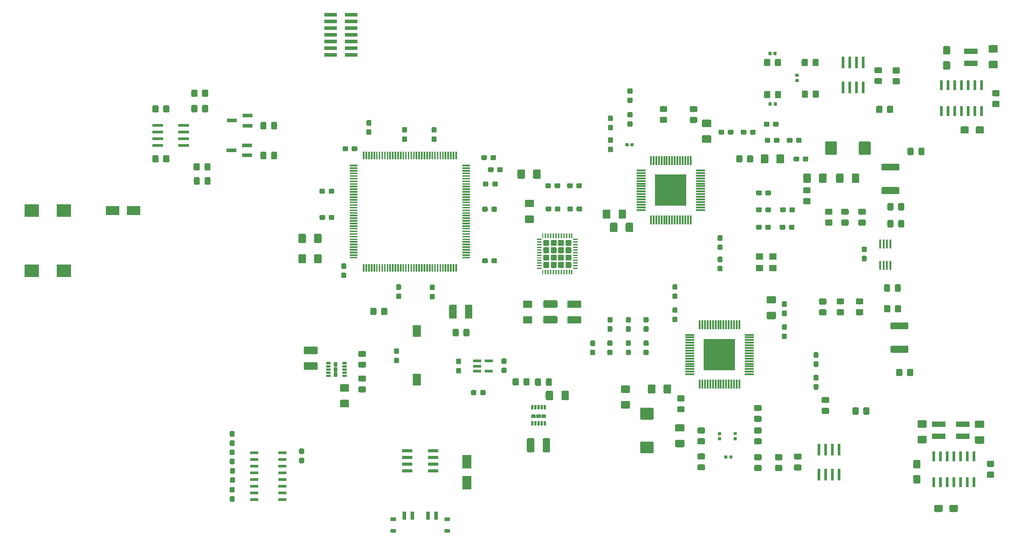
<source format=gbr>
G04 #@! TF.GenerationSoftware,KiCad,Pcbnew,(5.1.2)-1*
G04 #@! TF.CreationDate,2019-08-22T15:05:39-05:00*
G04 #@! TF.ProjectId,EMI_sensor_control_Rev1.0,454d495f-7365-46e7-936f-725f636f6e74,rev?*
G04 #@! TF.SameCoordinates,Original*
G04 #@! TF.FileFunction,Paste,Top*
G04 #@! TF.FilePolarity,Positive*
%FSLAX46Y46*%
G04 Gerber Fmt 4.6, Leading zero omitted, Abs format (unit mm)*
G04 Created by KiCad (PCBNEW (5.1.2)-1) date 2019-08-22 15:05:39*
%MOMM*%
%LPD*%
G04 APERTURE LIST*
%ADD10R,2.400000X0.740000*%
%ADD11R,2.540000X1.016000*%
%ADD12R,0.700000X1.500000*%
%ADD13R,1.000000X0.800000*%
%ADD14C,0.100000*%
%ADD15C,0.950000*%
%ADD16C,1.425000*%
%ADD17R,2.500000X1.700000*%
%ADD18C,0.250000*%
%ADD19C,1.130000*%
%ADD20C,0.590000*%
%ADD21C,2.250000*%
%ADD22C,1.150000*%
%ADD23C,1.300000*%
%ADD24C,1.350000*%
%ADD25R,1.600200X0.508000*%
%ADD26R,1.700000X2.500000*%
%ADD27R,2.800000X2.400000*%
%ADD28R,1.900000X0.800000*%
%ADD29R,2.000000X0.600000*%
%ADD30R,1.600000X2.180000*%
%ADD31C,0.650000*%
%ADD32C,0.450000*%
%ADD33R,1.574800X0.558800*%
%ADD34C,0.600000*%
%ADD35R,0.558800X2.184400*%
%ADD36R,1.663700X0.330200*%
%ADD37R,0.330200X1.663700*%
%ADD38R,5.994400X5.994400*%
%ADD39R,0.558800X1.981200*%
%ADD40R,0.431800X1.778000*%
%ADD41C,0.300000*%
%ADD42R,1.400000X1.200000*%
G04 APERTURE END LIST*
D10*
X119055600Y-50850800D03*
X122955600Y-50850800D03*
X119055600Y-52120800D03*
X122955600Y-52120800D03*
X119055600Y-53390800D03*
X122955600Y-53390800D03*
X119055600Y-54660800D03*
X122955600Y-54660800D03*
X119055600Y-55930800D03*
X122955600Y-55930800D03*
X119055600Y-57200800D03*
X122955600Y-57200800D03*
X119055600Y-58470800D03*
X122955600Y-58470800D03*
D11*
X238836200Y-128536700D03*
X238836200Y-130822700D03*
D12*
X132996680Y-145933180D03*
X134496680Y-145933180D03*
X137496680Y-145933180D03*
X138996680Y-145933180D03*
D13*
X130846680Y-148793180D03*
X141146680Y-148793180D03*
X141146680Y-146583180D03*
X130846680Y-146583180D03*
D14*
G36*
X100654279Y-131605644D02*
G01*
X100677334Y-131609063D01*
X100699943Y-131614727D01*
X100721887Y-131622579D01*
X100742957Y-131632544D01*
X100762948Y-131644526D01*
X100781668Y-131658410D01*
X100798938Y-131674062D01*
X100814590Y-131691332D01*
X100828474Y-131710052D01*
X100840456Y-131730043D01*
X100850421Y-131751113D01*
X100858273Y-131773057D01*
X100863937Y-131795666D01*
X100867356Y-131818721D01*
X100868500Y-131842000D01*
X100868500Y-132417000D01*
X100867356Y-132440279D01*
X100863937Y-132463334D01*
X100858273Y-132485943D01*
X100850421Y-132507887D01*
X100840456Y-132528957D01*
X100828474Y-132548948D01*
X100814590Y-132567668D01*
X100798938Y-132584938D01*
X100781668Y-132600590D01*
X100762948Y-132614474D01*
X100742957Y-132626456D01*
X100721887Y-132636421D01*
X100699943Y-132644273D01*
X100677334Y-132649937D01*
X100654279Y-132653356D01*
X100631000Y-132654500D01*
X100156000Y-132654500D01*
X100132721Y-132653356D01*
X100109666Y-132649937D01*
X100087057Y-132644273D01*
X100065113Y-132636421D01*
X100044043Y-132626456D01*
X100024052Y-132614474D01*
X100005332Y-132600590D01*
X99988062Y-132584938D01*
X99972410Y-132567668D01*
X99958526Y-132548948D01*
X99946544Y-132528957D01*
X99936579Y-132507887D01*
X99928727Y-132485943D01*
X99923063Y-132463334D01*
X99919644Y-132440279D01*
X99918500Y-132417000D01*
X99918500Y-131842000D01*
X99919644Y-131818721D01*
X99923063Y-131795666D01*
X99928727Y-131773057D01*
X99936579Y-131751113D01*
X99946544Y-131730043D01*
X99958526Y-131710052D01*
X99972410Y-131691332D01*
X99988062Y-131674062D01*
X100005332Y-131658410D01*
X100024052Y-131644526D01*
X100044043Y-131632544D01*
X100065113Y-131622579D01*
X100087057Y-131614727D01*
X100109666Y-131609063D01*
X100132721Y-131605644D01*
X100156000Y-131604500D01*
X100631000Y-131604500D01*
X100654279Y-131605644D01*
X100654279Y-131605644D01*
G37*
D15*
X100393500Y-132129500D03*
D14*
G36*
X100654279Y-129855644D02*
G01*
X100677334Y-129859063D01*
X100699943Y-129864727D01*
X100721887Y-129872579D01*
X100742957Y-129882544D01*
X100762948Y-129894526D01*
X100781668Y-129908410D01*
X100798938Y-129924062D01*
X100814590Y-129941332D01*
X100828474Y-129960052D01*
X100840456Y-129980043D01*
X100850421Y-130001113D01*
X100858273Y-130023057D01*
X100863937Y-130045666D01*
X100867356Y-130068721D01*
X100868500Y-130092000D01*
X100868500Y-130667000D01*
X100867356Y-130690279D01*
X100863937Y-130713334D01*
X100858273Y-130735943D01*
X100850421Y-130757887D01*
X100840456Y-130778957D01*
X100828474Y-130798948D01*
X100814590Y-130817668D01*
X100798938Y-130834938D01*
X100781668Y-130850590D01*
X100762948Y-130864474D01*
X100742957Y-130876456D01*
X100721887Y-130886421D01*
X100699943Y-130894273D01*
X100677334Y-130899937D01*
X100654279Y-130903356D01*
X100631000Y-130904500D01*
X100156000Y-130904500D01*
X100132721Y-130903356D01*
X100109666Y-130899937D01*
X100087057Y-130894273D01*
X100065113Y-130886421D01*
X100044043Y-130876456D01*
X100024052Y-130864474D01*
X100005332Y-130850590D01*
X99988062Y-130834938D01*
X99972410Y-130817668D01*
X99958526Y-130798948D01*
X99946544Y-130778957D01*
X99936579Y-130757887D01*
X99928727Y-130735943D01*
X99923063Y-130713334D01*
X99919644Y-130690279D01*
X99918500Y-130667000D01*
X99918500Y-130092000D01*
X99919644Y-130068721D01*
X99923063Y-130045666D01*
X99928727Y-130023057D01*
X99936579Y-130001113D01*
X99946544Y-129980043D01*
X99958526Y-129960052D01*
X99972410Y-129941332D01*
X99988062Y-129924062D01*
X100005332Y-129908410D01*
X100024052Y-129894526D01*
X100044043Y-129882544D01*
X100065113Y-129872579D01*
X100087057Y-129864727D01*
X100109666Y-129859063D01*
X100132721Y-129855644D01*
X100156000Y-129854500D01*
X100631000Y-129854500D01*
X100654279Y-129855644D01*
X100654279Y-129855644D01*
G37*
D15*
X100393500Y-130379500D03*
D14*
G36*
X174803724Y-87784904D02*
G01*
X174827993Y-87788504D01*
X174851791Y-87794465D01*
X174874891Y-87802730D01*
X174897069Y-87813220D01*
X174918113Y-87825833D01*
X174937818Y-87840447D01*
X174955997Y-87856923D01*
X174972473Y-87875102D01*
X174987087Y-87894807D01*
X174999700Y-87915851D01*
X175010190Y-87938029D01*
X175018455Y-87961129D01*
X175024416Y-87984927D01*
X175028016Y-88009196D01*
X175029220Y-88033700D01*
X175029220Y-89283700D01*
X175028016Y-89308204D01*
X175024416Y-89332473D01*
X175018455Y-89356271D01*
X175010190Y-89379371D01*
X174999700Y-89401549D01*
X174987087Y-89422593D01*
X174972473Y-89442298D01*
X174955997Y-89460477D01*
X174937818Y-89476953D01*
X174918113Y-89491567D01*
X174897069Y-89504180D01*
X174874891Y-89514670D01*
X174851791Y-89522935D01*
X174827993Y-89528896D01*
X174803724Y-89532496D01*
X174779220Y-89533700D01*
X173854220Y-89533700D01*
X173829716Y-89532496D01*
X173805447Y-89528896D01*
X173781649Y-89522935D01*
X173758549Y-89514670D01*
X173736371Y-89504180D01*
X173715327Y-89491567D01*
X173695622Y-89476953D01*
X173677443Y-89460477D01*
X173660967Y-89442298D01*
X173646353Y-89422593D01*
X173633740Y-89401549D01*
X173623250Y-89379371D01*
X173614985Y-89356271D01*
X173609024Y-89332473D01*
X173605424Y-89308204D01*
X173604220Y-89283700D01*
X173604220Y-88033700D01*
X173605424Y-88009196D01*
X173609024Y-87984927D01*
X173614985Y-87961129D01*
X173623250Y-87938029D01*
X173633740Y-87915851D01*
X173646353Y-87894807D01*
X173660967Y-87875102D01*
X173677443Y-87856923D01*
X173695622Y-87840447D01*
X173715327Y-87825833D01*
X173736371Y-87813220D01*
X173758549Y-87802730D01*
X173781649Y-87794465D01*
X173805447Y-87788504D01*
X173829716Y-87784904D01*
X173854220Y-87783700D01*
X174779220Y-87783700D01*
X174803724Y-87784904D01*
X174803724Y-87784904D01*
G37*
D16*
X174316720Y-88658700D03*
D14*
G36*
X171828724Y-87784904D02*
G01*
X171852993Y-87788504D01*
X171876791Y-87794465D01*
X171899891Y-87802730D01*
X171922069Y-87813220D01*
X171943113Y-87825833D01*
X171962818Y-87840447D01*
X171980997Y-87856923D01*
X171997473Y-87875102D01*
X172012087Y-87894807D01*
X172024700Y-87915851D01*
X172035190Y-87938029D01*
X172043455Y-87961129D01*
X172049416Y-87984927D01*
X172053016Y-88009196D01*
X172054220Y-88033700D01*
X172054220Y-89283700D01*
X172053016Y-89308204D01*
X172049416Y-89332473D01*
X172043455Y-89356271D01*
X172035190Y-89379371D01*
X172024700Y-89401549D01*
X172012087Y-89422593D01*
X171997473Y-89442298D01*
X171980997Y-89460477D01*
X171962818Y-89476953D01*
X171943113Y-89491567D01*
X171922069Y-89504180D01*
X171899891Y-89514670D01*
X171876791Y-89522935D01*
X171852993Y-89528896D01*
X171828724Y-89532496D01*
X171804220Y-89533700D01*
X170879220Y-89533700D01*
X170854716Y-89532496D01*
X170830447Y-89528896D01*
X170806649Y-89522935D01*
X170783549Y-89514670D01*
X170761371Y-89504180D01*
X170740327Y-89491567D01*
X170720622Y-89476953D01*
X170702443Y-89460477D01*
X170685967Y-89442298D01*
X170671353Y-89422593D01*
X170658740Y-89401549D01*
X170648250Y-89379371D01*
X170639985Y-89356271D01*
X170634024Y-89332473D01*
X170630424Y-89308204D01*
X170629220Y-89283700D01*
X170629220Y-88033700D01*
X170630424Y-88009196D01*
X170634024Y-87984927D01*
X170639985Y-87961129D01*
X170648250Y-87938029D01*
X170658740Y-87915851D01*
X170671353Y-87894807D01*
X170685967Y-87875102D01*
X170702443Y-87856923D01*
X170720622Y-87840447D01*
X170740327Y-87825833D01*
X170761371Y-87813220D01*
X170783549Y-87802730D01*
X170806649Y-87794465D01*
X170830447Y-87788504D01*
X170854716Y-87784904D01*
X170879220Y-87783700D01*
X171804220Y-87783700D01*
X171828724Y-87784904D01*
X171828724Y-87784904D01*
G37*
D16*
X171341720Y-88658700D03*
D17*
X77684880Y-87980520D03*
X81684880Y-87980520D03*
D14*
G36*
X165819826Y-93340501D02*
G01*
X165825893Y-93341401D01*
X165831843Y-93342891D01*
X165837618Y-93344958D01*
X165843162Y-93347580D01*
X165848423Y-93350733D01*
X165853350Y-93354387D01*
X165857894Y-93358506D01*
X165862013Y-93363050D01*
X165865667Y-93367977D01*
X165868820Y-93373238D01*
X165871442Y-93378782D01*
X165873509Y-93384557D01*
X165874999Y-93390507D01*
X165875899Y-93396574D01*
X165876200Y-93402700D01*
X165876200Y-93527700D01*
X165875899Y-93533826D01*
X165874999Y-93539893D01*
X165873509Y-93545843D01*
X165871442Y-93551618D01*
X165868820Y-93557162D01*
X165865667Y-93562423D01*
X165862013Y-93567350D01*
X165857894Y-93571894D01*
X165853350Y-93576013D01*
X165848423Y-93579667D01*
X165843162Y-93582820D01*
X165837618Y-93585442D01*
X165831843Y-93587509D01*
X165825893Y-93588999D01*
X165819826Y-93589899D01*
X165813700Y-93590200D01*
X165063700Y-93590200D01*
X165057574Y-93589899D01*
X165051507Y-93588999D01*
X165045557Y-93587509D01*
X165039782Y-93585442D01*
X165034238Y-93582820D01*
X165028977Y-93579667D01*
X165024050Y-93576013D01*
X165019506Y-93571894D01*
X165015387Y-93567350D01*
X165011733Y-93562423D01*
X165008580Y-93557162D01*
X165005958Y-93551618D01*
X165003891Y-93545843D01*
X165002401Y-93539893D01*
X165001501Y-93533826D01*
X165001200Y-93527700D01*
X165001200Y-93402700D01*
X165001501Y-93396574D01*
X165002401Y-93390507D01*
X165003891Y-93384557D01*
X165005958Y-93378782D01*
X165008580Y-93373238D01*
X165011733Y-93367977D01*
X165015387Y-93363050D01*
X165019506Y-93358506D01*
X165024050Y-93354387D01*
X165028977Y-93350733D01*
X165034238Y-93347580D01*
X165039782Y-93344958D01*
X165045557Y-93342891D01*
X165051507Y-93341401D01*
X165057574Y-93340501D01*
X165063700Y-93340200D01*
X165813700Y-93340200D01*
X165819826Y-93340501D01*
X165819826Y-93340501D01*
G37*
D18*
X165438700Y-93465200D03*
D14*
G36*
X165819826Y-93840501D02*
G01*
X165825893Y-93841401D01*
X165831843Y-93842891D01*
X165837618Y-93844958D01*
X165843162Y-93847580D01*
X165848423Y-93850733D01*
X165853350Y-93854387D01*
X165857894Y-93858506D01*
X165862013Y-93863050D01*
X165865667Y-93867977D01*
X165868820Y-93873238D01*
X165871442Y-93878782D01*
X165873509Y-93884557D01*
X165874999Y-93890507D01*
X165875899Y-93896574D01*
X165876200Y-93902700D01*
X165876200Y-94027700D01*
X165875899Y-94033826D01*
X165874999Y-94039893D01*
X165873509Y-94045843D01*
X165871442Y-94051618D01*
X165868820Y-94057162D01*
X165865667Y-94062423D01*
X165862013Y-94067350D01*
X165857894Y-94071894D01*
X165853350Y-94076013D01*
X165848423Y-94079667D01*
X165843162Y-94082820D01*
X165837618Y-94085442D01*
X165831843Y-94087509D01*
X165825893Y-94088999D01*
X165819826Y-94089899D01*
X165813700Y-94090200D01*
X165063700Y-94090200D01*
X165057574Y-94089899D01*
X165051507Y-94088999D01*
X165045557Y-94087509D01*
X165039782Y-94085442D01*
X165034238Y-94082820D01*
X165028977Y-94079667D01*
X165024050Y-94076013D01*
X165019506Y-94071894D01*
X165015387Y-94067350D01*
X165011733Y-94062423D01*
X165008580Y-94057162D01*
X165005958Y-94051618D01*
X165003891Y-94045843D01*
X165002401Y-94039893D01*
X165001501Y-94033826D01*
X165001200Y-94027700D01*
X165001200Y-93902700D01*
X165001501Y-93896574D01*
X165002401Y-93890507D01*
X165003891Y-93884557D01*
X165005958Y-93878782D01*
X165008580Y-93873238D01*
X165011733Y-93867977D01*
X165015387Y-93863050D01*
X165019506Y-93858506D01*
X165024050Y-93854387D01*
X165028977Y-93850733D01*
X165034238Y-93847580D01*
X165039782Y-93844958D01*
X165045557Y-93842891D01*
X165051507Y-93841401D01*
X165057574Y-93840501D01*
X165063700Y-93840200D01*
X165813700Y-93840200D01*
X165819826Y-93840501D01*
X165819826Y-93840501D01*
G37*
D18*
X165438700Y-93965200D03*
D14*
G36*
X165819826Y-94340501D02*
G01*
X165825893Y-94341401D01*
X165831843Y-94342891D01*
X165837618Y-94344958D01*
X165843162Y-94347580D01*
X165848423Y-94350733D01*
X165853350Y-94354387D01*
X165857894Y-94358506D01*
X165862013Y-94363050D01*
X165865667Y-94367977D01*
X165868820Y-94373238D01*
X165871442Y-94378782D01*
X165873509Y-94384557D01*
X165874999Y-94390507D01*
X165875899Y-94396574D01*
X165876200Y-94402700D01*
X165876200Y-94527700D01*
X165875899Y-94533826D01*
X165874999Y-94539893D01*
X165873509Y-94545843D01*
X165871442Y-94551618D01*
X165868820Y-94557162D01*
X165865667Y-94562423D01*
X165862013Y-94567350D01*
X165857894Y-94571894D01*
X165853350Y-94576013D01*
X165848423Y-94579667D01*
X165843162Y-94582820D01*
X165837618Y-94585442D01*
X165831843Y-94587509D01*
X165825893Y-94588999D01*
X165819826Y-94589899D01*
X165813700Y-94590200D01*
X165063700Y-94590200D01*
X165057574Y-94589899D01*
X165051507Y-94588999D01*
X165045557Y-94587509D01*
X165039782Y-94585442D01*
X165034238Y-94582820D01*
X165028977Y-94579667D01*
X165024050Y-94576013D01*
X165019506Y-94571894D01*
X165015387Y-94567350D01*
X165011733Y-94562423D01*
X165008580Y-94557162D01*
X165005958Y-94551618D01*
X165003891Y-94545843D01*
X165002401Y-94539893D01*
X165001501Y-94533826D01*
X165001200Y-94527700D01*
X165001200Y-94402700D01*
X165001501Y-94396574D01*
X165002401Y-94390507D01*
X165003891Y-94384557D01*
X165005958Y-94378782D01*
X165008580Y-94373238D01*
X165011733Y-94367977D01*
X165015387Y-94363050D01*
X165019506Y-94358506D01*
X165024050Y-94354387D01*
X165028977Y-94350733D01*
X165034238Y-94347580D01*
X165039782Y-94344958D01*
X165045557Y-94342891D01*
X165051507Y-94341401D01*
X165057574Y-94340501D01*
X165063700Y-94340200D01*
X165813700Y-94340200D01*
X165819826Y-94340501D01*
X165819826Y-94340501D01*
G37*
D18*
X165438700Y-94465200D03*
D14*
G36*
X165819826Y-94840501D02*
G01*
X165825893Y-94841401D01*
X165831843Y-94842891D01*
X165837618Y-94844958D01*
X165843162Y-94847580D01*
X165848423Y-94850733D01*
X165853350Y-94854387D01*
X165857894Y-94858506D01*
X165862013Y-94863050D01*
X165865667Y-94867977D01*
X165868820Y-94873238D01*
X165871442Y-94878782D01*
X165873509Y-94884557D01*
X165874999Y-94890507D01*
X165875899Y-94896574D01*
X165876200Y-94902700D01*
X165876200Y-95027700D01*
X165875899Y-95033826D01*
X165874999Y-95039893D01*
X165873509Y-95045843D01*
X165871442Y-95051618D01*
X165868820Y-95057162D01*
X165865667Y-95062423D01*
X165862013Y-95067350D01*
X165857894Y-95071894D01*
X165853350Y-95076013D01*
X165848423Y-95079667D01*
X165843162Y-95082820D01*
X165837618Y-95085442D01*
X165831843Y-95087509D01*
X165825893Y-95088999D01*
X165819826Y-95089899D01*
X165813700Y-95090200D01*
X165063700Y-95090200D01*
X165057574Y-95089899D01*
X165051507Y-95088999D01*
X165045557Y-95087509D01*
X165039782Y-95085442D01*
X165034238Y-95082820D01*
X165028977Y-95079667D01*
X165024050Y-95076013D01*
X165019506Y-95071894D01*
X165015387Y-95067350D01*
X165011733Y-95062423D01*
X165008580Y-95057162D01*
X165005958Y-95051618D01*
X165003891Y-95045843D01*
X165002401Y-95039893D01*
X165001501Y-95033826D01*
X165001200Y-95027700D01*
X165001200Y-94902700D01*
X165001501Y-94896574D01*
X165002401Y-94890507D01*
X165003891Y-94884557D01*
X165005958Y-94878782D01*
X165008580Y-94873238D01*
X165011733Y-94867977D01*
X165015387Y-94863050D01*
X165019506Y-94858506D01*
X165024050Y-94854387D01*
X165028977Y-94850733D01*
X165034238Y-94847580D01*
X165039782Y-94844958D01*
X165045557Y-94842891D01*
X165051507Y-94841401D01*
X165057574Y-94840501D01*
X165063700Y-94840200D01*
X165813700Y-94840200D01*
X165819826Y-94840501D01*
X165819826Y-94840501D01*
G37*
D18*
X165438700Y-94965200D03*
D14*
G36*
X165819826Y-95340501D02*
G01*
X165825893Y-95341401D01*
X165831843Y-95342891D01*
X165837618Y-95344958D01*
X165843162Y-95347580D01*
X165848423Y-95350733D01*
X165853350Y-95354387D01*
X165857894Y-95358506D01*
X165862013Y-95363050D01*
X165865667Y-95367977D01*
X165868820Y-95373238D01*
X165871442Y-95378782D01*
X165873509Y-95384557D01*
X165874999Y-95390507D01*
X165875899Y-95396574D01*
X165876200Y-95402700D01*
X165876200Y-95527700D01*
X165875899Y-95533826D01*
X165874999Y-95539893D01*
X165873509Y-95545843D01*
X165871442Y-95551618D01*
X165868820Y-95557162D01*
X165865667Y-95562423D01*
X165862013Y-95567350D01*
X165857894Y-95571894D01*
X165853350Y-95576013D01*
X165848423Y-95579667D01*
X165843162Y-95582820D01*
X165837618Y-95585442D01*
X165831843Y-95587509D01*
X165825893Y-95588999D01*
X165819826Y-95589899D01*
X165813700Y-95590200D01*
X165063700Y-95590200D01*
X165057574Y-95589899D01*
X165051507Y-95588999D01*
X165045557Y-95587509D01*
X165039782Y-95585442D01*
X165034238Y-95582820D01*
X165028977Y-95579667D01*
X165024050Y-95576013D01*
X165019506Y-95571894D01*
X165015387Y-95567350D01*
X165011733Y-95562423D01*
X165008580Y-95557162D01*
X165005958Y-95551618D01*
X165003891Y-95545843D01*
X165002401Y-95539893D01*
X165001501Y-95533826D01*
X165001200Y-95527700D01*
X165001200Y-95402700D01*
X165001501Y-95396574D01*
X165002401Y-95390507D01*
X165003891Y-95384557D01*
X165005958Y-95378782D01*
X165008580Y-95373238D01*
X165011733Y-95367977D01*
X165015387Y-95363050D01*
X165019506Y-95358506D01*
X165024050Y-95354387D01*
X165028977Y-95350733D01*
X165034238Y-95347580D01*
X165039782Y-95344958D01*
X165045557Y-95342891D01*
X165051507Y-95341401D01*
X165057574Y-95340501D01*
X165063700Y-95340200D01*
X165813700Y-95340200D01*
X165819826Y-95340501D01*
X165819826Y-95340501D01*
G37*
D18*
X165438700Y-95465200D03*
D14*
G36*
X165819826Y-95840501D02*
G01*
X165825893Y-95841401D01*
X165831843Y-95842891D01*
X165837618Y-95844958D01*
X165843162Y-95847580D01*
X165848423Y-95850733D01*
X165853350Y-95854387D01*
X165857894Y-95858506D01*
X165862013Y-95863050D01*
X165865667Y-95867977D01*
X165868820Y-95873238D01*
X165871442Y-95878782D01*
X165873509Y-95884557D01*
X165874999Y-95890507D01*
X165875899Y-95896574D01*
X165876200Y-95902700D01*
X165876200Y-96027700D01*
X165875899Y-96033826D01*
X165874999Y-96039893D01*
X165873509Y-96045843D01*
X165871442Y-96051618D01*
X165868820Y-96057162D01*
X165865667Y-96062423D01*
X165862013Y-96067350D01*
X165857894Y-96071894D01*
X165853350Y-96076013D01*
X165848423Y-96079667D01*
X165843162Y-96082820D01*
X165837618Y-96085442D01*
X165831843Y-96087509D01*
X165825893Y-96088999D01*
X165819826Y-96089899D01*
X165813700Y-96090200D01*
X165063700Y-96090200D01*
X165057574Y-96089899D01*
X165051507Y-96088999D01*
X165045557Y-96087509D01*
X165039782Y-96085442D01*
X165034238Y-96082820D01*
X165028977Y-96079667D01*
X165024050Y-96076013D01*
X165019506Y-96071894D01*
X165015387Y-96067350D01*
X165011733Y-96062423D01*
X165008580Y-96057162D01*
X165005958Y-96051618D01*
X165003891Y-96045843D01*
X165002401Y-96039893D01*
X165001501Y-96033826D01*
X165001200Y-96027700D01*
X165001200Y-95902700D01*
X165001501Y-95896574D01*
X165002401Y-95890507D01*
X165003891Y-95884557D01*
X165005958Y-95878782D01*
X165008580Y-95873238D01*
X165011733Y-95867977D01*
X165015387Y-95863050D01*
X165019506Y-95858506D01*
X165024050Y-95854387D01*
X165028977Y-95850733D01*
X165034238Y-95847580D01*
X165039782Y-95844958D01*
X165045557Y-95842891D01*
X165051507Y-95841401D01*
X165057574Y-95840501D01*
X165063700Y-95840200D01*
X165813700Y-95840200D01*
X165819826Y-95840501D01*
X165819826Y-95840501D01*
G37*
D18*
X165438700Y-95965200D03*
D14*
G36*
X165819826Y-96340501D02*
G01*
X165825893Y-96341401D01*
X165831843Y-96342891D01*
X165837618Y-96344958D01*
X165843162Y-96347580D01*
X165848423Y-96350733D01*
X165853350Y-96354387D01*
X165857894Y-96358506D01*
X165862013Y-96363050D01*
X165865667Y-96367977D01*
X165868820Y-96373238D01*
X165871442Y-96378782D01*
X165873509Y-96384557D01*
X165874999Y-96390507D01*
X165875899Y-96396574D01*
X165876200Y-96402700D01*
X165876200Y-96527700D01*
X165875899Y-96533826D01*
X165874999Y-96539893D01*
X165873509Y-96545843D01*
X165871442Y-96551618D01*
X165868820Y-96557162D01*
X165865667Y-96562423D01*
X165862013Y-96567350D01*
X165857894Y-96571894D01*
X165853350Y-96576013D01*
X165848423Y-96579667D01*
X165843162Y-96582820D01*
X165837618Y-96585442D01*
X165831843Y-96587509D01*
X165825893Y-96588999D01*
X165819826Y-96589899D01*
X165813700Y-96590200D01*
X165063700Y-96590200D01*
X165057574Y-96589899D01*
X165051507Y-96588999D01*
X165045557Y-96587509D01*
X165039782Y-96585442D01*
X165034238Y-96582820D01*
X165028977Y-96579667D01*
X165024050Y-96576013D01*
X165019506Y-96571894D01*
X165015387Y-96567350D01*
X165011733Y-96562423D01*
X165008580Y-96557162D01*
X165005958Y-96551618D01*
X165003891Y-96545843D01*
X165002401Y-96539893D01*
X165001501Y-96533826D01*
X165001200Y-96527700D01*
X165001200Y-96402700D01*
X165001501Y-96396574D01*
X165002401Y-96390507D01*
X165003891Y-96384557D01*
X165005958Y-96378782D01*
X165008580Y-96373238D01*
X165011733Y-96367977D01*
X165015387Y-96363050D01*
X165019506Y-96358506D01*
X165024050Y-96354387D01*
X165028977Y-96350733D01*
X165034238Y-96347580D01*
X165039782Y-96344958D01*
X165045557Y-96342891D01*
X165051507Y-96341401D01*
X165057574Y-96340501D01*
X165063700Y-96340200D01*
X165813700Y-96340200D01*
X165819826Y-96340501D01*
X165819826Y-96340501D01*
G37*
D18*
X165438700Y-96465200D03*
D14*
G36*
X165819826Y-96840501D02*
G01*
X165825893Y-96841401D01*
X165831843Y-96842891D01*
X165837618Y-96844958D01*
X165843162Y-96847580D01*
X165848423Y-96850733D01*
X165853350Y-96854387D01*
X165857894Y-96858506D01*
X165862013Y-96863050D01*
X165865667Y-96867977D01*
X165868820Y-96873238D01*
X165871442Y-96878782D01*
X165873509Y-96884557D01*
X165874999Y-96890507D01*
X165875899Y-96896574D01*
X165876200Y-96902700D01*
X165876200Y-97027700D01*
X165875899Y-97033826D01*
X165874999Y-97039893D01*
X165873509Y-97045843D01*
X165871442Y-97051618D01*
X165868820Y-97057162D01*
X165865667Y-97062423D01*
X165862013Y-97067350D01*
X165857894Y-97071894D01*
X165853350Y-97076013D01*
X165848423Y-97079667D01*
X165843162Y-97082820D01*
X165837618Y-97085442D01*
X165831843Y-97087509D01*
X165825893Y-97088999D01*
X165819826Y-97089899D01*
X165813700Y-97090200D01*
X165063700Y-97090200D01*
X165057574Y-97089899D01*
X165051507Y-97088999D01*
X165045557Y-97087509D01*
X165039782Y-97085442D01*
X165034238Y-97082820D01*
X165028977Y-97079667D01*
X165024050Y-97076013D01*
X165019506Y-97071894D01*
X165015387Y-97067350D01*
X165011733Y-97062423D01*
X165008580Y-97057162D01*
X165005958Y-97051618D01*
X165003891Y-97045843D01*
X165002401Y-97039893D01*
X165001501Y-97033826D01*
X165001200Y-97027700D01*
X165001200Y-96902700D01*
X165001501Y-96896574D01*
X165002401Y-96890507D01*
X165003891Y-96884557D01*
X165005958Y-96878782D01*
X165008580Y-96873238D01*
X165011733Y-96867977D01*
X165015387Y-96863050D01*
X165019506Y-96858506D01*
X165024050Y-96854387D01*
X165028977Y-96850733D01*
X165034238Y-96847580D01*
X165039782Y-96844958D01*
X165045557Y-96842891D01*
X165051507Y-96841401D01*
X165057574Y-96840501D01*
X165063700Y-96840200D01*
X165813700Y-96840200D01*
X165819826Y-96840501D01*
X165819826Y-96840501D01*
G37*
D18*
X165438700Y-96965200D03*
D14*
G36*
X165819826Y-97340501D02*
G01*
X165825893Y-97341401D01*
X165831843Y-97342891D01*
X165837618Y-97344958D01*
X165843162Y-97347580D01*
X165848423Y-97350733D01*
X165853350Y-97354387D01*
X165857894Y-97358506D01*
X165862013Y-97363050D01*
X165865667Y-97367977D01*
X165868820Y-97373238D01*
X165871442Y-97378782D01*
X165873509Y-97384557D01*
X165874999Y-97390507D01*
X165875899Y-97396574D01*
X165876200Y-97402700D01*
X165876200Y-97527700D01*
X165875899Y-97533826D01*
X165874999Y-97539893D01*
X165873509Y-97545843D01*
X165871442Y-97551618D01*
X165868820Y-97557162D01*
X165865667Y-97562423D01*
X165862013Y-97567350D01*
X165857894Y-97571894D01*
X165853350Y-97576013D01*
X165848423Y-97579667D01*
X165843162Y-97582820D01*
X165837618Y-97585442D01*
X165831843Y-97587509D01*
X165825893Y-97588999D01*
X165819826Y-97589899D01*
X165813700Y-97590200D01*
X165063700Y-97590200D01*
X165057574Y-97589899D01*
X165051507Y-97588999D01*
X165045557Y-97587509D01*
X165039782Y-97585442D01*
X165034238Y-97582820D01*
X165028977Y-97579667D01*
X165024050Y-97576013D01*
X165019506Y-97571894D01*
X165015387Y-97567350D01*
X165011733Y-97562423D01*
X165008580Y-97557162D01*
X165005958Y-97551618D01*
X165003891Y-97545843D01*
X165002401Y-97539893D01*
X165001501Y-97533826D01*
X165001200Y-97527700D01*
X165001200Y-97402700D01*
X165001501Y-97396574D01*
X165002401Y-97390507D01*
X165003891Y-97384557D01*
X165005958Y-97378782D01*
X165008580Y-97373238D01*
X165011733Y-97367977D01*
X165015387Y-97363050D01*
X165019506Y-97358506D01*
X165024050Y-97354387D01*
X165028977Y-97350733D01*
X165034238Y-97347580D01*
X165039782Y-97344958D01*
X165045557Y-97342891D01*
X165051507Y-97341401D01*
X165057574Y-97340501D01*
X165063700Y-97340200D01*
X165813700Y-97340200D01*
X165819826Y-97340501D01*
X165819826Y-97340501D01*
G37*
D18*
X165438700Y-97465200D03*
D14*
G36*
X165819826Y-97840501D02*
G01*
X165825893Y-97841401D01*
X165831843Y-97842891D01*
X165837618Y-97844958D01*
X165843162Y-97847580D01*
X165848423Y-97850733D01*
X165853350Y-97854387D01*
X165857894Y-97858506D01*
X165862013Y-97863050D01*
X165865667Y-97867977D01*
X165868820Y-97873238D01*
X165871442Y-97878782D01*
X165873509Y-97884557D01*
X165874999Y-97890507D01*
X165875899Y-97896574D01*
X165876200Y-97902700D01*
X165876200Y-98027700D01*
X165875899Y-98033826D01*
X165874999Y-98039893D01*
X165873509Y-98045843D01*
X165871442Y-98051618D01*
X165868820Y-98057162D01*
X165865667Y-98062423D01*
X165862013Y-98067350D01*
X165857894Y-98071894D01*
X165853350Y-98076013D01*
X165848423Y-98079667D01*
X165843162Y-98082820D01*
X165837618Y-98085442D01*
X165831843Y-98087509D01*
X165825893Y-98088999D01*
X165819826Y-98089899D01*
X165813700Y-98090200D01*
X165063700Y-98090200D01*
X165057574Y-98089899D01*
X165051507Y-98088999D01*
X165045557Y-98087509D01*
X165039782Y-98085442D01*
X165034238Y-98082820D01*
X165028977Y-98079667D01*
X165024050Y-98076013D01*
X165019506Y-98071894D01*
X165015387Y-98067350D01*
X165011733Y-98062423D01*
X165008580Y-98057162D01*
X165005958Y-98051618D01*
X165003891Y-98045843D01*
X165002401Y-98039893D01*
X165001501Y-98033826D01*
X165001200Y-98027700D01*
X165001200Y-97902700D01*
X165001501Y-97896574D01*
X165002401Y-97890507D01*
X165003891Y-97884557D01*
X165005958Y-97878782D01*
X165008580Y-97873238D01*
X165011733Y-97867977D01*
X165015387Y-97863050D01*
X165019506Y-97858506D01*
X165024050Y-97854387D01*
X165028977Y-97850733D01*
X165034238Y-97847580D01*
X165039782Y-97844958D01*
X165045557Y-97842891D01*
X165051507Y-97841401D01*
X165057574Y-97840501D01*
X165063700Y-97840200D01*
X165813700Y-97840200D01*
X165819826Y-97840501D01*
X165819826Y-97840501D01*
G37*
D18*
X165438700Y-97965200D03*
D14*
G36*
X165819826Y-98340501D02*
G01*
X165825893Y-98341401D01*
X165831843Y-98342891D01*
X165837618Y-98344958D01*
X165843162Y-98347580D01*
X165848423Y-98350733D01*
X165853350Y-98354387D01*
X165857894Y-98358506D01*
X165862013Y-98363050D01*
X165865667Y-98367977D01*
X165868820Y-98373238D01*
X165871442Y-98378782D01*
X165873509Y-98384557D01*
X165874999Y-98390507D01*
X165875899Y-98396574D01*
X165876200Y-98402700D01*
X165876200Y-98527700D01*
X165875899Y-98533826D01*
X165874999Y-98539893D01*
X165873509Y-98545843D01*
X165871442Y-98551618D01*
X165868820Y-98557162D01*
X165865667Y-98562423D01*
X165862013Y-98567350D01*
X165857894Y-98571894D01*
X165853350Y-98576013D01*
X165848423Y-98579667D01*
X165843162Y-98582820D01*
X165837618Y-98585442D01*
X165831843Y-98587509D01*
X165825893Y-98588999D01*
X165819826Y-98589899D01*
X165813700Y-98590200D01*
X165063700Y-98590200D01*
X165057574Y-98589899D01*
X165051507Y-98588999D01*
X165045557Y-98587509D01*
X165039782Y-98585442D01*
X165034238Y-98582820D01*
X165028977Y-98579667D01*
X165024050Y-98576013D01*
X165019506Y-98571894D01*
X165015387Y-98567350D01*
X165011733Y-98562423D01*
X165008580Y-98557162D01*
X165005958Y-98551618D01*
X165003891Y-98545843D01*
X165002401Y-98539893D01*
X165001501Y-98533826D01*
X165001200Y-98527700D01*
X165001200Y-98402700D01*
X165001501Y-98396574D01*
X165002401Y-98390507D01*
X165003891Y-98384557D01*
X165005958Y-98378782D01*
X165008580Y-98373238D01*
X165011733Y-98367977D01*
X165015387Y-98363050D01*
X165019506Y-98358506D01*
X165024050Y-98354387D01*
X165028977Y-98350733D01*
X165034238Y-98347580D01*
X165039782Y-98344958D01*
X165045557Y-98342891D01*
X165051507Y-98341401D01*
X165057574Y-98340501D01*
X165063700Y-98340200D01*
X165813700Y-98340200D01*
X165819826Y-98340501D01*
X165819826Y-98340501D01*
G37*
D18*
X165438700Y-98465200D03*
D14*
G36*
X165819826Y-98840501D02*
G01*
X165825893Y-98841401D01*
X165831843Y-98842891D01*
X165837618Y-98844958D01*
X165843162Y-98847580D01*
X165848423Y-98850733D01*
X165853350Y-98854387D01*
X165857894Y-98858506D01*
X165862013Y-98863050D01*
X165865667Y-98867977D01*
X165868820Y-98873238D01*
X165871442Y-98878782D01*
X165873509Y-98884557D01*
X165874999Y-98890507D01*
X165875899Y-98896574D01*
X165876200Y-98902700D01*
X165876200Y-99027700D01*
X165875899Y-99033826D01*
X165874999Y-99039893D01*
X165873509Y-99045843D01*
X165871442Y-99051618D01*
X165868820Y-99057162D01*
X165865667Y-99062423D01*
X165862013Y-99067350D01*
X165857894Y-99071894D01*
X165853350Y-99076013D01*
X165848423Y-99079667D01*
X165843162Y-99082820D01*
X165837618Y-99085442D01*
X165831843Y-99087509D01*
X165825893Y-99088999D01*
X165819826Y-99089899D01*
X165813700Y-99090200D01*
X165063700Y-99090200D01*
X165057574Y-99089899D01*
X165051507Y-99088999D01*
X165045557Y-99087509D01*
X165039782Y-99085442D01*
X165034238Y-99082820D01*
X165028977Y-99079667D01*
X165024050Y-99076013D01*
X165019506Y-99071894D01*
X165015387Y-99067350D01*
X165011733Y-99062423D01*
X165008580Y-99057162D01*
X165005958Y-99051618D01*
X165003891Y-99045843D01*
X165002401Y-99039893D01*
X165001501Y-99033826D01*
X165001200Y-99027700D01*
X165001200Y-98902700D01*
X165001501Y-98896574D01*
X165002401Y-98890507D01*
X165003891Y-98884557D01*
X165005958Y-98878782D01*
X165008580Y-98873238D01*
X165011733Y-98867977D01*
X165015387Y-98863050D01*
X165019506Y-98858506D01*
X165024050Y-98854387D01*
X165028977Y-98850733D01*
X165034238Y-98847580D01*
X165039782Y-98844958D01*
X165045557Y-98842891D01*
X165051507Y-98841401D01*
X165057574Y-98840501D01*
X165063700Y-98840200D01*
X165813700Y-98840200D01*
X165819826Y-98840501D01*
X165819826Y-98840501D01*
G37*
D18*
X165438700Y-98965200D03*
D14*
G36*
X164819826Y-99215501D02*
G01*
X164825893Y-99216401D01*
X164831843Y-99217891D01*
X164837618Y-99219958D01*
X164843162Y-99222580D01*
X164848423Y-99225733D01*
X164853350Y-99229387D01*
X164857894Y-99233506D01*
X164862013Y-99238050D01*
X164865667Y-99242977D01*
X164868820Y-99248238D01*
X164871442Y-99253782D01*
X164873509Y-99259557D01*
X164874999Y-99265507D01*
X164875899Y-99271574D01*
X164876200Y-99277700D01*
X164876200Y-100027700D01*
X164875899Y-100033826D01*
X164874999Y-100039893D01*
X164873509Y-100045843D01*
X164871442Y-100051618D01*
X164868820Y-100057162D01*
X164865667Y-100062423D01*
X164862013Y-100067350D01*
X164857894Y-100071894D01*
X164853350Y-100076013D01*
X164848423Y-100079667D01*
X164843162Y-100082820D01*
X164837618Y-100085442D01*
X164831843Y-100087509D01*
X164825893Y-100088999D01*
X164819826Y-100089899D01*
X164813700Y-100090200D01*
X164688700Y-100090200D01*
X164682574Y-100089899D01*
X164676507Y-100088999D01*
X164670557Y-100087509D01*
X164664782Y-100085442D01*
X164659238Y-100082820D01*
X164653977Y-100079667D01*
X164649050Y-100076013D01*
X164644506Y-100071894D01*
X164640387Y-100067350D01*
X164636733Y-100062423D01*
X164633580Y-100057162D01*
X164630958Y-100051618D01*
X164628891Y-100045843D01*
X164627401Y-100039893D01*
X164626501Y-100033826D01*
X164626200Y-100027700D01*
X164626200Y-99277700D01*
X164626501Y-99271574D01*
X164627401Y-99265507D01*
X164628891Y-99259557D01*
X164630958Y-99253782D01*
X164633580Y-99248238D01*
X164636733Y-99242977D01*
X164640387Y-99238050D01*
X164644506Y-99233506D01*
X164649050Y-99229387D01*
X164653977Y-99225733D01*
X164659238Y-99222580D01*
X164664782Y-99219958D01*
X164670557Y-99217891D01*
X164676507Y-99216401D01*
X164682574Y-99215501D01*
X164688700Y-99215200D01*
X164813700Y-99215200D01*
X164819826Y-99215501D01*
X164819826Y-99215501D01*
G37*
D18*
X164751200Y-99652700D03*
D14*
G36*
X164319826Y-99215501D02*
G01*
X164325893Y-99216401D01*
X164331843Y-99217891D01*
X164337618Y-99219958D01*
X164343162Y-99222580D01*
X164348423Y-99225733D01*
X164353350Y-99229387D01*
X164357894Y-99233506D01*
X164362013Y-99238050D01*
X164365667Y-99242977D01*
X164368820Y-99248238D01*
X164371442Y-99253782D01*
X164373509Y-99259557D01*
X164374999Y-99265507D01*
X164375899Y-99271574D01*
X164376200Y-99277700D01*
X164376200Y-100027700D01*
X164375899Y-100033826D01*
X164374999Y-100039893D01*
X164373509Y-100045843D01*
X164371442Y-100051618D01*
X164368820Y-100057162D01*
X164365667Y-100062423D01*
X164362013Y-100067350D01*
X164357894Y-100071894D01*
X164353350Y-100076013D01*
X164348423Y-100079667D01*
X164343162Y-100082820D01*
X164337618Y-100085442D01*
X164331843Y-100087509D01*
X164325893Y-100088999D01*
X164319826Y-100089899D01*
X164313700Y-100090200D01*
X164188700Y-100090200D01*
X164182574Y-100089899D01*
X164176507Y-100088999D01*
X164170557Y-100087509D01*
X164164782Y-100085442D01*
X164159238Y-100082820D01*
X164153977Y-100079667D01*
X164149050Y-100076013D01*
X164144506Y-100071894D01*
X164140387Y-100067350D01*
X164136733Y-100062423D01*
X164133580Y-100057162D01*
X164130958Y-100051618D01*
X164128891Y-100045843D01*
X164127401Y-100039893D01*
X164126501Y-100033826D01*
X164126200Y-100027700D01*
X164126200Y-99277700D01*
X164126501Y-99271574D01*
X164127401Y-99265507D01*
X164128891Y-99259557D01*
X164130958Y-99253782D01*
X164133580Y-99248238D01*
X164136733Y-99242977D01*
X164140387Y-99238050D01*
X164144506Y-99233506D01*
X164149050Y-99229387D01*
X164153977Y-99225733D01*
X164159238Y-99222580D01*
X164164782Y-99219958D01*
X164170557Y-99217891D01*
X164176507Y-99216401D01*
X164182574Y-99215501D01*
X164188700Y-99215200D01*
X164313700Y-99215200D01*
X164319826Y-99215501D01*
X164319826Y-99215501D01*
G37*
D18*
X164251200Y-99652700D03*
D14*
G36*
X163819826Y-99215501D02*
G01*
X163825893Y-99216401D01*
X163831843Y-99217891D01*
X163837618Y-99219958D01*
X163843162Y-99222580D01*
X163848423Y-99225733D01*
X163853350Y-99229387D01*
X163857894Y-99233506D01*
X163862013Y-99238050D01*
X163865667Y-99242977D01*
X163868820Y-99248238D01*
X163871442Y-99253782D01*
X163873509Y-99259557D01*
X163874999Y-99265507D01*
X163875899Y-99271574D01*
X163876200Y-99277700D01*
X163876200Y-100027700D01*
X163875899Y-100033826D01*
X163874999Y-100039893D01*
X163873509Y-100045843D01*
X163871442Y-100051618D01*
X163868820Y-100057162D01*
X163865667Y-100062423D01*
X163862013Y-100067350D01*
X163857894Y-100071894D01*
X163853350Y-100076013D01*
X163848423Y-100079667D01*
X163843162Y-100082820D01*
X163837618Y-100085442D01*
X163831843Y-100087509D01*
X163825893Y-100088999D01*
X163819826Y-100089899D01*
X163813700Y-100090200D01*
X163688700Y-100090200D01*
X163682574Y-100089899D01*
X163676507Y-100088999D01*
X163670557Y-100087509D01*
X163664782Y-100085442D01*
X163659238Y-100082820D01*
X163653977Y-100079667D01*
X163649050Y-100076013D01*
X163644506Y-100071894D01*
X163640387Y-100067350D01*
X163636733Y-100062423D01*
X163633580Y-100057162D01*
X163630958Y-100051618D01*
X163628891Y-100045843D01*
X163627401Y-100039893D01*
X163626501Y-100033826D01*
X163626200Y-100027700D01*
X163626200Y-99277700D01*
X163626501Y-99271574D01*
X163627401Y-99265507D01*
X163628891Y-99259557D01*
X163630958Y-99253782D01*
X163633580Y-99248238D01*
X163636733Y-99242977D01*
X163640387Y-99238050D01*
X163644506Y-99233506D01*
X163649050Y-99229387D01*
X163653977Y-99225733D01*
X163659238Y-99222580D01*
X163664782Y-99219958D01*
X163670557Y-99217891D01*
X163676507Y-99216401D01*
X163682574Y-99215501D01*
X163688700Y-99215200D01*
X163813700Y-99215200D01*
X163819826Y-99215501D01*
X163819826Y-99215501D01*
G37*
D18*
X163751200Y-99652700D03*
D14*
G36*
X163319826Y-99215501D02*
G01*
X163325893Y-99216401D01*
X163331843Y-99217891D01*
X163337618Y-99219958D01*
X163343162Y-99222580D01*
X163348423Y-99225733D01*
X163353350Y-99229387D01*
X163357894Y-99233506D01*
X163362013Y-99238050D01*
X163365667Y-99242977D01*
X163368820Y-99248238D01*
X163371442Y-99253782D01*
X163373509Y-99259557D01*
X163374999Y-99265507D01*
X163375899Y-99271574D01*
X163376200Y-99277700D01*
X163376200Y-100027700D01*
X163375899Y-100033826D01*
X163374999Y-100039893D01*
X163373509Y-100045843D01*
X163371442Y-100051618D01*
X163368820Y-100057162D01*
X163365667Y-100062423D01*
X163362013Y-100067350D01*
X163357894Y-100071894D01*
X163353350Y-100076013D01*
X163348423Y-100079667D01*
X163343162Y-100082820D01*
X163337618Y-100085442D01*
X163331843Y-100087509D01*
X163325893Y-100088999D01*
X163319826Y-100089899D01*
X163313700Y-100090200D01*
X163188700Y-100090200D01*
X163182574Y-100089899D01*
X163176507Y-100088999D01*
X163170557Y-100087509D01*
X163164782Y-100085442D01*
X163159238Y-100082820D01*
X163153977Y-100079667D01*
X163149050Y-100076013D01*
X163144506Y-100071894D01*
X163140387Y-100067350D01*
X163136733Y-100062423D01*
X163133580Y-100057162D01*
X163130958Y-100051618D01*
X163128891Y-100045843D01*
X163127401Y-100039893D01*
X163126501Y-100033826D01*
X163126200Y-100027700D01*
X163126200Y-99277700D01*
X163126501Y-99271574D01*
X163127401Y-99265507D01*
X163128891Y-99259557D01*
X163130958Y-99253782D01*
X163133580Y-99248238D01*
X163136733Y-99242977D01*
X163140387Y-99238050D01*
X163144506Y-99233506D01*
X163149050Y-99229387D01*
X163153977Y-99225733D01*
X163159238Y-99222580D01*
X163164782Y-99219958D01*
X163170557Y-99217891D01*
X163176507Y-99216401D01*
X163182574Y-99215501D01*
X163188700Y-99215200D01*
X163313700Y-99215200D01*
X163319826Y-99215501D01*
X163319826Y-99215501D01*
G37*
D18*
X163251200Y-99652700D03*
D14*
G36*
X162819826Y-99215501D02*
G01*
X162825893Y-99216401D01*
X162831843Y-99217891D01*
X162837618Y-99219958D01*
X162843162Y-99222580D01*
X162848423Y-99225733D01*
X162853350Y-99229387D01*
X162857894Y-99233506D01*
X162862013Y-99238050D01*
X162865667Y-99242977D01*
X162868820Y-99248238D01*
X162871442Y-99253782D01*
X162873509Y-99259557D01*
X162874999Y-99265507D01*
X162875899Y-99271574D01*
X162876200Y-99277700D01*
X162876200Y-100027700D01*
X162875899Y-100033826D01*
X162874999Y-100039893D01*
X162873509Y-100045843D01*
X162871442Y-100051618D01*
X162868820Y-100057162D01*
X162865667Y-100062423D01*
X162862013Y-100067350D01*
X162857894Y-100071894D01*
X162853350Y-100076013D01*
X162848423Y-100079667D01*
X162843162Y-100082820D01*
X162837618Y-100085442D01*
X162831843Y-100087509D01*
X162825893Y-100088999D01*
X162819826Y-100089899D01*
X162813700Y-100090200D01*
X162688700Y-100090200D01*
X162682574Y-100089899D01*
X162676507Y-100088999D01*
X162670557Y-100087509D01*
X162664782Y-100085442D01*
X162659238Y-100082820D01*
X162653977Y-100079667D01*
X162649050Y-100076013D01*
X162644506Y-100071894D01*
X162640387Y-100067350D01*
X162636733Y-100062423D01*
X162633580Y-100057162D01*
X162630958Y-100051618D01*
X162628891Y-100045843D01*
X162627401Y-100039893D01*
X162626501Y-100033826D01*
X162626200Y-100027700D01*
X162626200Y-99277700D01*
X162626501Y-99271574D01*
X162627401Y-99265507D01*
X162628891Y-99259557D01*
X162630958Y-99253782D01*
X162633580Y-99248238D01*
X162636733Y-99242977D01*
X162640387Y-99238050D01*
X162644506Y-99233506D01*
X162649050Y-99229387D01*
X162653977Y-99225733D01*
X162659238Y-99222580D01*
X162664782Y-99219958D01*
X162670557Y-99217891D01*
X162676507Y-99216401D01*
X162682574Y-99215501D01*
X162688700Y-99215200D01*
X162813700Y-99215200D01*
X162819826Y-99215501D01*
X162819826Y-99215501D01*
G37*
D18*
X162751200Y-99652700D03*
D14*
G36*
X162319826Y-99215501D02*
G01*
X162325893Y-99216401D01*
X162331843Y-99217891D01*
X162337618Y-99219958D01*
X162343162Y-99222580D01*
X162348423Y-99225733D01*
X162353350Y-99229387D01*
X162357894Y-99233506D01*
X162362013Y-99238050D01*
X162365667Y-99242977D01*
X162368820Y-99248238D01*
X162371442Y-99253782D01*
X162373509Y-99259557D01*
X162374999Y-99265507D01*
X162375899Y-99271574D01*
X162376200Y-99277700D01*
X162376200Y-100027700D01*
X162375899Y-100033826D01*
X162374999Y-100039893D01*
X162373509Y-100045843D01*
X162371442Y-100051618D01*
X162368820Y-100057162D01*
X162365667Y-100062423D01*
X162362013Y-100067350D01*
X162357894Y-100071894D01*
X162353350Y-100076013D01*
X162348423Y-100079667D01*
X162343162Y-100082820D01*
X162337618Y-100085442D01*
X162331843Y-100087509D01*
X162325893Y-100088999D01*
X162319826Y-100089899D01*
X162313700Y-100090200D01*
X162188700Y-100090200D01*
X162182574Y-100089899D01*
X162176507Y-100088999D01*
X162170557Y-100087509D01*
X162164782Y-100085442D01*
X162159238Y-100082820D01*
X162153977Y-100079667D01*
X162149050Y-100076013D01*
X162144506Y-100071894D01*
X162140387Y-100067350D01*
X162136733Y-100062423D01*
X162133580Y-100057162D01*
X162130958Y-100051618D01*
X162128891Y-100045843D01*
X162127401Y-100039893D01*
X162126501Y-100033826D01*
X162126200Y-100027700D01*
X162126200Y-99277700D01*
X162126501Y-99271574D01*
X162127401Y-99265507D01*
X162128891Y-99259557D01*
X162130958Y-99253782D01*
X162133580Y-99248238D01*
X162136733Y-99242977D01*
X162140387Y-99238050D01*
X162144506Y-99233506D01*
X162149050Y-99229387D01*
X162153977Y-99225733D01*
X162159238Y-99222580D01*
X162164782Y-99219958D01*
X162170557Y-99217891D01*
X162176507Y-99216401D01*
X162182574Y-99215501D01*
X162188700Y-99215200D01*
X162313700Y-99215200D01*
X162319826Y-99215501D01*
X162319826Y-99215501D01*
G37*
D18*
X162251200Y-99652700D03*
D14*
G36*
X161819826Y-99215501D02*
G01*
X161825893Y-99216401D01*
X161831843Y-99217891D01*
X161837618Y-99219958D01*
X161843162Y-99222580D01*
X161848423Y-99225733D01*
X161853350Y-99229387D01*
X161857894Y-99233506D01*
X161862013Y-99238050D01*
X161865667Y-99242977D01*
X161868820Y-99248238D01*
X161871442Y-99253782D01*
X161873509Y-99259557D01*
X161874999Y-99265507D01*
X161875899Y-99271574D01*
X161876200Y-99277700D01*
X161876200Y-100027700D01*
X161875899Y-100033826D01*
X161874999Y-100039893D01*
X161873509Y-100045843D01*
X161871442Y-100051618D01*
X161868820Y-100057162D01*
X161865667Y-100062423D01*
X161862013Y-100067350D01*
X161857894Y-100071894D01*
X161853350Y-100076013D01*
X161848423Y-100079667D01*
X161843162Y-100082820D01*
X161837618Y-100085442D01*
X161831843Y-100087509D01*
X161825893Y-100088999D01*
X161819826Y-100089899D01*
X161813700Y-100090200D01*
X161688700Y-100090200D01*
X161682574Y-100089899D01*
X161676507Y-100088999D01*
X161670557Y-100087509D01*
X161664782Y-100085442D01*
X161659238Y-100082820D01*
X161653977Y-100079667D01*
X161649050Y-100076013D01*
X161644506Y-100071894D01*
X161640387Y-100067350D01*
X161636733Y-100062423D01*
X161633580Y-100057162D01*
X161630958Y-100051618D01*
X161628891Y-100045843D01*
X161627401Y-100039893D01*
X161626501Y-100033826D01*
X161626200Y-100027700D01*
X161626200Y-99277700D01*
X161626501Y-99271574D01*
X161627401Y-99265507D01*
X161628891Y-99259557D01*
X161630958Y-99253782D01*
X161633580Y-99248238D01*
X161636733Y-99242977D01*
X161640387Y-99238050D01*
X161644506Y-99233506D01*
X161649050Y-99229387D01*
X161653977Y-99225733D01*
X161659238Y-99222580D01*
X161664782Y-99219958D01*
X161670557Y-99217891D01*
X161676507Y-99216401D01*
X161682574Y-99215501D01*
X161688700Y-99215200D01*
X161813700Y-99215200D01*
X161819826Y-99215501D01*
X161819826Y-99215501D01*
G37*
D18*
X161751200Y-99652700D03*
D14*
G36*
X161319826Y-99215501D02*
G01*
X161325893Y-99216401D01*
X161331843Y-99217891D01*
X161337618Y-99219958D01*
X161343162Y-99222580D01*
X161348423Y-99225733D01*
X161353350Y-99229387D01*
X161357894Y-99233506D01*
X161362013Y-99238050D01*
X161365667Y-99242977D01*
X161368820Y-99248238D01*
X161371442Y-99253782D01*
X161373509Y-99259557D01*
X161374999Y-99265507D01*
X161375899Y-99271574D01*
X161376200Y-99277700D01*
X161376200Y-100027700D01*
X161375899Y-100033826D01*
X161374999Y-100039893D01*
X161373509Y-100045843D01*
X161371442Y-100051618D01*
X161368820Y-100057162D01*
X161365667Y-100062423D01*
X161362013Y-100067350D01*
X161357894Y-100071894D01*
X161353350Y-100076013D01*
X161348423Y-100079667D01*
X161343162Y-100082820D01*
X161337618Y-100085442D01*
X161331843Y-100087509D01*
X161325893Y-100088999D01*
X161319826Y-100089899D01*
X161313700Y-100090200D01*
X161188700Y-100090200D01*
X161182574Y-100089899D01*
X161176507Y-100088999D01*
X161170557Y-100087509D01*
X161164782Y-100085442D01*
X161159238Y-100082820D01*
X161153977Y-100079667D01*
X161149050Y-100076013D01*
X161144506Y-100071894D01*
X161140387Y-100067350D01*
X161136733Y-100062423D01*
X161133580Y-100057162D01*
X161130958Y-100051618D01*
X161128891Y-100045843D01*
X161127401Y-100039893D01*
X161126501Y-100033826D01*
X161126200Y-100027700D01*
X161126200Y-99277700D01*
X161126501Y-99271574D01*
X161127401Y-99265507D01*
X161128891Y-99259557D01*
X161130958Y-99253782D01*
X161133580Y-99248238D01*
X161136733Y-99242977D01*
X161140387Y-99238050D01*
X161144506Y-99233506D01*
X161149050Y-99229387D01*
X161153977Y-99225733D01*
X161159238Y-99222580D01*
X161164782Y-99219958D01*
X161170557Y-99217891D01*
X161176507Y-99216401D01*
X161182574Y-99215501D01*
X161188700Y-99215200D01*
X161313700Y-99215200D01*
X161319826Y-99215501D01*
X161319826Y-99215501D01*
G37*
D18*
X161251200Y-99652700D03*
D14*
G36*
X160819826Y-99215501D02*
G01*
X160825893Y-99216401D01*
X160831843Y-99217891D01*
X160837618Y-99219958D01*
X160843162Y-99222580D01*
X160848423Y-99225733D01*
X160853350Y-99229387D01*
X160857894Y-99233506D01*
X160862013Y-99238050D01*
X160865667Y-99242977D01*
X160868820Y-99248238D01*
X160871442Y-99253782D01*
X160873509Y-99259557D01*
X160874999Y-99265507D01*
X160875899Y-99271574D01*
X160876200Y-99277700D01*
X160876200Y-100027700D01*
X160875899Y-100033826D01*
X160874999Y-100039893D01*
X160873509Y-100045843D01*
X160871442Y-100051618D01*
X160868820Y-100057162D01*
X160865667Y-100062423D01*
X160862013Y-100067350D01*
X160857894Y-100071894D01*
X160853350Y-100076013D01*
X160848423Y-100079667D01*
X160843162Y-100082820D01*
X160837618Y-100085442D01*
X160831843Y-100087509D01*
X160825893Y-100088999D01*
X160819826Y-100089899D01*
X160813700Y-100090200D01*
X160688700Y-100090200D01*
X160682574Y-100089899D01*
X160676507Y-100088999D01*
X160670557Y-100087509D01*
X160664782Y-100085442D01*
X160659238Y-100082820D01*
X160653977Y-100079667D01*
X160649050Y-100076013D01*
X160644506Y-100071894D01*
X160640387Y-100067350D01*
X160636733Y-100062423D01*
X160633580Y-100057162D01*
X160630958Y-100051618D01*
X160628891Y-100045843D01*
X160627401Y-100039893D01*
X160626501Y-100033826D01*
X160626200Y-100027700D01*
X160626200Y-99277700D01*
X160626501Y-99271574D01*
X160627401Y-99265507D01*
X160628891Y-99259557D01*
X160630958Y-99253782D01*
X160633580Y-99248238D01*
X160636733Y-99242977D01*
X160640387Y-99238050D01*
X160644506Y-99233506D01*
X160649050Y-99229387D01*
X160653977Y-99225733D01*
X160659238Y-99222580D01*
X160664782Y-99219958D01*
X160670557Y-99217891D01*
X160676507Y-99216401D01*
X160682574Y-99215501D01*
X160688700Y-99215200D01*
X160813700Y-99215200D01*
X160819826Y-99215501D01*
X160819826Y-99215501D01*
G37*
D18*
X160751200Y-99652700D03*
D14*
G36*
X160319826Y-99215501D02*
G01*
X160325893Y-99216401D01*
X160331843Y-99217891D01*
X160337618Y-99219958D01*
X160343162Y-99222580D01*
X160348423Y-99225733D01*
X160353350Y-99229387D01*
X160357894Y-99233506D01*
X160362013Y-99238050D01*
X160365667Y-99242977D01*
X160368820Y-99248238D01*
X160371442Y-99253782D01*
X160373509Y-99259557D01*
X160374999Y-99265507D01*
X160375899Y-99271574D01*
X160376200Y-99277700D01*
X160376200Y-100027700D01*
X160375899Y-100033826D01*
X160374999Y-100039893D01*
X160373509Y-100045843D01*
X160371442Y-100051618D01*
X160368820Y-100057162D01*
X160365667Y-100062423D01*
X160362013Y-100067350D01*
X160357894Y-100071894D01*
X160353350Y-100076013D01*
X160348423Y-100079667D01*
X160343162Y-100082820D01*
X160337618Y-100085442D01*
X160331843Y-100087509D01*
X160325893Y-100088999D01*
X160319826Y-100089899D01*
X160313700Y-100090200D01*
X160188700Y-100090200D01*
X160182574Y-100089899D01*
X160176507Y-100088999D01*
X160170557Y-100087509D01*
X160164782Y-100085442D01*
X160159238Y-100082820D01*
X160153977Y-100079667D01*
X160149050Y-100076013D01*
X160144506Y-100071894D01*
X160140387Y-100067350D01*
X160136733Y-100062423D01*
X160133580Y-100057162D01*
X160130958Y-100051618D01*
X160128891Y-100045843D01*
X160127401Y-100039893D01*
X160126501Y-100033826D01*
X160126200Y-100027700D01*
X160126200Y-99277700D01*
X160126501Y-99271574D01*
X160127401Y-99265507D01*
X160128891Y-99259557D01*
X160130958Y-99253782D01*
X160133580Y-99248238D01*
X160136733Y-99242977D01*
X160140387Y-99238050D01*
X160144506Y-99233506D01*
X160149050Y-99229387D01*
X160153977Y-99225733D01*
X160159238Y-99222580D01*
X160164782Y-99219958D01*
X160170557Y-99217891D01*
X160176507Y-99216401D01*
X160182574Y-99215501D01*
X160188700Y-99215200D01*
X160313700Y-99215200D01*
X160319826Y-99215501D01*
X160319826Y-99215501D01*
G37*
D18*
X160251200Y-99652700D03*
D14*
G36*
X159819826Y-99215501D02*
G01*
X159825893Y-99216401D01*
X159831843Y-99217891D01*
X159837618Y-99219958D01*
X159843162Y-99222580D01*
X159848423Y-99225733D01*
X159853350Y-99229387D01*
X159857894Y-99233506D01*
X159862013Y-99238050D01*
X159865667Y-99242977D01*
X159868820Y-99248238D01*
X159871442Y-99253782D01*
X159873509Y-99259557D01*
X159874999Y-99265507D01*
X159875899Y-99271574D01*
X159876200Y-99277700D01*
X159876200Y-100027700D01*
X159875899Y-100033826D01*
X159874999Y-100039893D01*
X159873509Y-100045843D01*
X159871442Y-100051618D01*
X159868820Y-100057162D01*
X159865667Y-100062423D01*
X159862013Y-100067350D01*
X159857894Y-100071894D01*
X159853350Y-100076013D01*
X159848423Y-100079667D01*
X159843162Y-100082820D01*
X159837618Y-100085442D01*
X159831843Y-100087509D01*
X159825893Y-100088999D01*
X159819826Y-100089899D01*
X159813700Y-100090200D01*
X159688700Y-100090200D01*
X159682574Y-100089899D01*
X159676507Y-100088999D01*
X159670557Y-100087509D01*
X159664782Y-100085442D01*
X159659238Y-100082820D01*
X159653977Y-100079667D01*
X159649050Y-100076013D01*
X159644506Y-100071894D01*
X159640387Y-100067350D01*
X159636733Y-100062423D01*
X159633580Y-100057162D01*
X159630958Y-100051618D01*
X159628891Y-100045843D01*
X159627401Y-100039893D01*
X159626501Y-100033826D01*
X159626200Y-100027700D01*
X159626200Y-99277700D01*
X159626501Y-99271574D01*
X159627401Y-99265507D01*
X159628891Y-99259557D01*
X159630958Y-99253782D01*
X159633580Y-99248238D01*
X159636733Y-99242977D01*
X159640387Y-99238050D01*
X159644506Y-99233506D01*
X159649050Y-99229387D01*
X159653977Y-99225733D01*
X159659238Y-99222580D01*
X159664782Y-99219958D01*
X159670557Y-99217891D01*
X159676507Y-99216401D01*
X159682574Y-99215501D01*
X159688700Y-99215200D01*
X159813700Y-99215200D01*
X159819826Y-99215501D01*
X159819826Y-99215501D01*
G37*
D18*
X159751200Y-99652700D03*
D14*
G36*
X159319826Y-99215501D02*
G01*
X159325893Y-99216401D01*
X159331843Y-99217891D01*
X159337618Y-99219958D01*
X159343162Y-99222580D01*
X159348423Y-99225733D01*
X159353350Y-99229387D01*
X159357894Y-99233506D01*
X159362013Y-99238050D01*
X159365667Y-99242977D01*
X159368820Y-99248238D01*
X159371442Y-99253782D01*
X159373509Y-99259557D01*
X159374999Y-99265507D01*
X159375899Y-99271574D01*
X159376200Y-99277700D01*
X159376200Y-100027700D01*
X159375899Y-100033826D01*
X159374999Y-100039893D01*
X159373509Y-100045843D01*
X159371442Y-100051618D01*
X159368820Y-100057162D01*
X159365667Y-100062423D01*
X159362013Y-100067350D01*
X159357894Y-100071894D01*
X159353350Y-100076013D01*
X159348423Y-100079667D01*
X159343162Y-100082820D01*
X159337618Y-100085442D01*
X159331843Y-100087509D01*
X159325893Y-100088999D01*
X159319826Y-100089899D01*
X159313700Y-100090200D01*
X159188700Y-100090200D01*
X159182574Y-100089899D01*
X159176507Y-100088999D01*
X159170557Y-100087509D01*
X159164782Y-100085442D01*
X159159238Y-100082820D01*
X159153977Y-100079667D01*
X159149050Y-100076013D01*
X159144506Y-100071894D01*
X159140387Y-100067350D01*
X159136733Y-100062423D01*
X159133580Y-100057162D01*
X159130958Y-100051618D01*
X159128891Y-100045843D01*
X159127401Y-100039893D01*
X159126501Y-100033826D01*
X159126200Y-100027700D01*
X159126200Y-99277700D01*
X159126501Y-99271574D01*
X159127401Y-99265507D01*
X159128891Y-99259557D01*
X159130958Y-99253782D01*
X159133580Y-99248238D01*
X159136733Y-99242977D01*
X159140387Y-99238050D01*
X159144506Y-99233506D01*
X159149050Y-99229387D01*
X159153977Y-99225733D01*
X159159238Y-99222580D01*
X159164782Y-99219958D01*
X159170557Y-99217891D01*
X159176507Y-99216401D01*
X159182574Y-99215501D01*
X159188700Y-99215200D01*
X159313700Y-99215200D01*
X159319826Y-99215501D01*
X159319826Y-99215501D01*
G37*
D18*
X159251200Y-99652700D03*
D14*
G36*
X158944826Y-98840501D02*
G01*
X158950893Y-98841401D01*
X158956843Y-98842891D01*
X158962618Y-98844958D01*
X158968162Y-98847580D01*
X158973423Y-98850733D01*
X158978350Y-98854387D01*
X158982894Y-98858506D01*
X158987013Y-98863050D01*
X158990667Y-98867977D01*
X158993820Y-98873238D01*
X158996442Y-98878782D01*
X158998509Y-98884557D01*
X158999999Y-98890507D01*
X159000899Y-98896574D01*
X159001200Y-98902700D01*
X159001200Y-99027700D01*
X159000899Y-99033826D01*
X158999999Y-99039893D01*
X158998509Y-99045843D01*
X158996442Y-99051618D01*
X158993820Y-99057162D01*
X158990667Y-99062423D01*
X158987013Y-99067350D01*
X158982894Y-99071894D01*
X158978350Y-99076013D01*
X158973423Y-99079667D01*
X158968162Y-99082820D01*
X158962618Y-99085442D01*
X158956843Y-99087509D01*
X158950893Y-99088999D01*
X158944826Y-99089899D01*
X158938700Y-99090200D01*
X158188700Y-99090200D01*
X158182574Y-99089899D01*
X158176507Y-99088999D01*
X158170557Y-99087509D01*
X158164782Y-99085442D01*
X158159238Y-99082820D01*
X158153977Y-99079667D01*
X158149050Y-99076013D01*
X158144506Y-99071894D01*
X158140387Y-99067350D01*
X158136733Y-99062423D01*
X158133580Y-99057162D01*
X158130958Y-99051618D01*
X158128891Y-99045843D01*
X158127401Y-99039893D01*
X158126501Y-99033826D01*
X158126200Y-99027700D01*
X158126200Y-98902700D01*
X158126501Y-98896574D01*
X158127401Y-98890507D01*
X158128891Y-98884557D01*
X158130958Y-98878782D01*
X158133580Y-98873238D01*
X158136733Y-98867977D01*
X158140387Y-98863050D01*
X158144506Y-98858506D01*
X158149050Y-98854387D01*
X158153977Y-98850733D01*
X158159238Y-98847580D01*
X158164782Y-98844958D01*
X158170557Y-98842891D01*
X158176507Y-98841401D01*
X158182574Y-98840501D01*
X158188700Y-98840200D01*
X158938700Y-98840200D01*
X158944826Y-98840501D01*
X158944826Y-98840501D01*
G37*
D18*
X158563700Y-98965200D03*
D14*
G36*
X158944826Y-98340501D02*
G01*
X158950893Y-98341401D01*
X158956843Y-98342891D01*
X158962618Y-98344958D01*
X158968162Y-98347580D01*
X158973423Y-98350733D01*
X158978350Y-98354387D01*
X158982894Y-98358506D01*
X158987013Y-98363050D01*
X158990667Y-98367977D01*
X158993820Y-98373238D01*
X158996442Y-98378782D01*
X158998509Y-98384557D01*
X158999999Y-98390507D01*
X159000899Y-98396574D01*
X159001200Y-98402700D01*
X159001200Y-98527700D01*
X159000899Y-98533826D01*
X158999999Y-98539893D01*
X158998509Y-98545843D01*
X158996442Y-98551618D01*
X158993820Y-98557162D01*
X158990667Y-98562423D01*
X158987013Y-98567350D01*
X158982894Y-98571894D01*
X158978350Y-98576013D01*
X158973423Y-98579667D01*
X158968162Y-98582820D01*
X158962618Y-98585442D01*
X158956843Y-98587509D01*
X158950893Y-98588999D01*
X158944826Y-98589899D01*
X158938700Y-98590200D01*
X158188700Y-98590200D01*
X158182574Y-98589899D01*
X158176507Y-98588999D01*
X158170557Y-98587509D01*
X158164782Y-98585442D01*
X158159238Y-98582820D01*
X158153977Y-98579667D01*
X158149050Y-98576013D01*
X158144506Y-98571894D01*
X158140387Y-98567350D01*
X158136733Y-98562423D01*
X158133580Y-98557162D01*
X158130958Y-98551618D01*
X158128891Y-98545843D01*
X158127401Y-98539893D01*
X158126501Y-98533826D01*
X158126200Y-98527700D01*
X158126200Y-98402700D01*
X158126501Y-98396574D01*
X158127401Y-98390507D01*
X158128891Y-98384557D01*
X158130958Y-98378782D01*
X158133580Y-98373238D01*
X158136733Y-98367977D01*
X158140387Y-98363050D01*
X158144506Y-98358506D01*
X158149050Y-98354387D01*
X158153977Y-98350733D01*
X158159238Y-98347580D01*
X158164782Y-98344958D01*
X158170557Y-98342891D01*
X158176507Y-98341401D01*
X158182574Y-98340501D01*
X158188700Y-98340200D01*
X158938700Y-98340200D01*
X158944826Y-98340501D01*
X158944826Y-98340501D01*
G37*
D18*
X158563700Y-98465200D03*
D14*
G36*
X158944826Y-97840501D02*
G01*
X158950893Y-97841401D01*
X158956843Y-97842891D01*
X158962618Y-97844958D01*
X158968162Y-97847580D01*
X158973423Y-97850733D01*
X158978350Y-97854387D01*
X158982894Y-97858506D01*
X158987013Y-97863050D01*
X158990667Y-97867977D01*
X158993820Y-97873238D01*
X158996442Y-97878782D01*
X158998509Y-97884557D01*
X158999999Y-97890507D01*
X159000899Y-97896574D01*
X159001200Y-97902700D01*
X159001200Y-98027700D01*
X159000899Y-98033826D01*
X158999999Y-98039893D01*
X158998509Y-98045843D01*
X158996442Y-98051618D01*
X158993820Y-98057162D01*
X158990667Y-98062423D01*
X158987013Y-98067350D01*
X158982894Y-98071894D01*
X158978350Y-98076013D01*
X158973423Y-98079667D01*
X158968162Y-98082820D01*
X158962618Y-98085442D01*
X158956843Y-98087509D01*
X158950893Y-98088999D01*
X158944826Y-98089899D01*
X158938700Y-98090200D01*
X158188700Y-98090200D01*
X158182574Y-98089899D01*
X158176507Y-98088999D01*
X158170557Y-98087509D01*
X158164782Y-98085442D01*
X158159238Y-98082820D01*
X158153977Y-98079667D01*
X158149050Y-98076013D01*
X158144506Y-98071894D01*
X158140387Y-98067350D01*
X158136733Y-98062423D01*
X158133580Y-98057162D01*
X158130958Y-98051618D01*
X158128891Y-98045843D01*
X158127401Y-98039893D01*
X158126501Y-98033826D01*
X158126200Y-98027700D01*
X158126200Y-97902700D01*
X158126501Y-97896574D01*
X158127401Y-97890507D01*
X158128891Y-97884557D01*
X158130958Y-97878782D01*
X158133580Y-97873238D01*
X158136733Y-97867977D01*
X158140387Y-97863050D01*
X158144506Y-97858506D01*
X158149050Y-97854387D01*
X158153977Y-97850733D01*
X158159238Y-97847580D01*
X158164782Y-97844958D01*
X158170557Y-97842891D01*
X158176507Y-97841401D01*
X158182574Y-97840501D01*
X158188700Y-97840200D01*
X158938700Y-97840200D01*
X158944826Y-97840501D01*
X158944826Y-97840501D01*
G37*
D18*
X158563700Y-97965200D03*
D14*
G36*
X158944826Y-97340501D02*
G01*
X158950893Y-97341401D01*
X158956843Y-97342891D01*
X158962618Y-97344958D01*
X158968162Y-97347580D01*
X158973423Y-97350733D01*
X158978350Y-97354387D01*
X158982894Y-97358506D01*
X158987013Y-97363050D01*
X158990667Y-97367977D01*
X158993820Y-97373238D01*
X158996442Y-97378782D01*
X158998509Y-97384557D01*
X158999999Y-97390507D01*
X159000899Y-97396574D01*
X159001200Y-97402700D01*
X159001200Y-97527700D01*
X159000899Y-97533826D01*
X158999999Y-97539893D01*
X158998509Y-97545843D01*
X158996442Y-97551618D01*
X158993820Y-97557162D01*
X158990667Y-97562423D01*
X158987013Y-97567350D01*
X158982894Y-97571894D01*
X158978350Y-97576013D01*
X158973423Y-97579667D01*
X158968162Y-97582820D01*
X158962618Y-97585442D01*
X158956843Y-97587509D01*
X158950893Y-97588999D01*
X158944826Y-97589899D01*
X158938700Y-97590200D01*
X158188700Y-97590200D01*
X158182574Y-97589899D01*
X158176507Y-97588999D01*
X158170557Y-97587509D01*
X158164782Y-97585442D01*
X158159238Y-97582820D01*
X158153977Y-97579667D01*
X158149050Y-97576013D01*
X158144506Y-97571894D01*
X158140387Y-97567350D01*
X158136733Y-97562423D01*
X158133580Y-97557162D01*
X158130958Y-97551618D01*
X158128891Y-97545843D01*
X158127401Y-97539893D01*
X158126501Y-97533826D01*
X158126200Y-97527700D01*
X158126200Y-97402700D01*
X158126501Y-97396574D01*
X158127401Y-97390507D01*
X158128891Y-97384557D01*
X158130958Y-97378782D01*
X158133580Y-97373238D01*
X158136733Y-97367977D01*
X158140387Y-97363050D01*
X158144506Y-97358506D01*
X158149050Y-97354387D01*
X158153977Y-97350733D01*
X158159238Y-97347580D01*
X158164782Y-97344958D01*
X158170557Y-97342891D01*
X158176507Y-97341401D01*
X158182574Y-97340501D01*
X158188700Y-97340200D01*
X158938700Y-97340200D01*
X158944826Y-97340501D01*
X158944826Y-97340501D01*
G37*
D18*
X158563700Y-97465200D03*
D14*
G36*
X158944826Y-96840501D02*
G01*
X158950893Y-96841401D01*
X158956843Y-96842891D01*
X158962618Y-96844958D01*
X158968162Y-96847580D01*
X158973423Y-96850733D01*
X158978350Y-96854387D01*
X158982894Y-96858506D01*
X158987013Y-96863050D01*
X158990667Y-96867977D01*
X158993820Y-96873238D01*
X158996442Y-96878782D01*
X158998509Y-96884557D01*
X158999999Y-96890507D01*
X159000899Y-96896574D01*
X159001200Y-96902700D01*
X159001200Y-97027700D01*
X159000899Y-97033826D01*
X158999999Y-97039893D01*
X158998509Y-97045843D01*
X158996442Y-97051618D01*
X158993820Y-97057162D01*
X158990667Y-97062423D01*
X158987013Y-97067350D01*
X158982894Y-97071894D01*
X158978350Y-97076013D01*
X158973423Y-97079667D01*
X158968162Y-97082820D01*
X158962618Y-97085442D01*
X158956843Y-97087509D01*
X158950893Y-97088999D01*
X158944826Y-97089899D01*
X158938700Y-97090200D01*
X158188700Y-97090200D01*
X158182574Y-97089899D01*
X158176507Y-97088999D01*
X158170557Y-97087509D01*
X158164782Y-97085442D01*
X158159238Y-97082820D01*
X158153977Y-97079667D01*
X158149050Y-97076013D01*
X158144506Y-97071894D01*
X158140387Y-97067350D01*
X158136733Y-97062423D01*
X158133580Y-97057162D01*
X158130958Y-97051618D01*
X158128891Y-97045843D01*
X158127401Y-97039893D01*
X158126501Y-97033826D01*
X158126200Y-97027700D01*
X158126200Y-96902700D01*
X158126501Y-96896574D01*
X158127401Y-96890507D01*
X158128891Y-96884557D01*
X158130958Y-96878782D01*
X158133580Y-96873238D01*
X158136733Y-96867977D01*
X158140387Y-96863050D01*
X158144506Y-96858506D01*
X158149050Y-96854387D01*
X158153977Y-96850733D01*
X158159238Y-96847580D01*
X158164782Y-96844958D01*
X158170557Y-96842891D01*
X158176507Y-96841401D01*
X158182574Y-96840501D01*
X158188700Y-96840200D01*
X158938700Y-96840200D01*
X158944826Y-96840501D01*
X158944826Y-96840501D01*
G37*
D18*
X158563700Y-96965200D03*
D14*
G36*
X158944826Y-96340501D02*
G01*
X158950893Y-96341401D01*
X158956843Y-96342891D01*
X158962618Y-96344958D01*
X158968162Y-96347580D01*
X158973423Y-96350733D01*
X158978350Y-96354387D01*
X158982894Y-96358506D01*
X158987013Y-96363050D01*
X158990667Y-96367977D01*
X158993820Y-96373238D01*
X158996442Y-96378782D01*
X158998509Y-96384557D01*
X158999999Y-96390507D01*
X159000899Y-96396574D01*
X159001200Y-96402700D01*
X159001200Y-96527700D01*
X159000899Y-96533826D01*
X158999999Y-96539893D01*
X158998509Y-96545843D01*
X158996442Y-96551618D01*
X158993820Y-96557162D01*
X158990667Y-96562423D01*
X158987013Y-96567350D01*
X158982894Y-96571894D01*
X158978350Y-96576013D01*
X158973423Y-96579667D01*
X158968162Y-96582820D01*
X158962618Y-96585442D01*
X158956843Y-96587509D01*
X158950893Y-96588999D01*
X158944826Y-96589899D01*
X158938700Y-96590200D01*
X158188700Y-96590200D01*
X158182574Y-96589899D01*
X158176507Y-96588999D01*
X158170557Y-96587509D01*
X158164782Y-96585442D01*
X158159238Y-96582820D01*
X158153977Y-96579667D01*
X158149050Y-96576013D01*
X158144506Y-96571894D01*
X158140387Y-96567350D01*
X158136733Y-96562423D01*
X158133580Y-96557162D01*
X158130958Y-96551618D01*
X158128891Y-96545843D01*
X158127401Y-96539893D01*
X158126501Y-96533826D01*
X158126200Y-96527700D01*
X158126200Y-96402700D01*
X158126501Y-96396574D01*
X158127401Y-96390507D01*
X158128891Y-96384557D01*
X158130958Y-96378782D01*
X158133580Y-96373238D01*
X158136733Y-96367977D01*
X158140387Y-96363050D01*
X158144506Y-96358506D01*
X158149050Y-96354387D01*
X158153977Y-96350733D01*
X158159238Y-96347580D01*
X158164782Y-96344958D01*
X158170557Y-96342891D01*
X158176507Y-96341401D01*
X158182574Y-96340501D01*
X158188700Y-96340200D01*
X158938700Y-96340200D01*
X158944826Y-96340501D01*
X158944826Y-96340501D01*
G37*
D18*
X158563700Y-96465200D03*
D14*
G36*
X158944826Y-95840501D02*
G01*
X158950893Y-95841401D01*
X158956843Y-95842891D01*
X158962618Y-95844958D01*
X158968162Y-95847580D01*
X158973423Y-95850733D01*
X158978350Y-95854387D01*
X158982894Y-95858506D01*
X158987013Y-95863050D01*
X158990667Y-95867977D01*
X158993820Y-95873238D01*
X158996442Y-95878782D01*
X158998509Y-95884557D01*
X158999999Y-95890507D01*
X159000899Y-95896574D01*
X159001200Y-95902700D01*
X159001200Y-96027700D01*
X159000899Y-96033826D01*
X158999999Y-96039893D01*
X158998509Y-96045843D01*
X158996442Y-96051618D01*
X158993820Y-96057162D01*
X158990667Y-96062423D01*
X158987013Y-96067350D01*
X158982894Y-96071894D01*
X158978350Y-96076013D01*
X158973423Y-96079667D01*
X158968162Y-96082820D01*
X158962618Y-96085442D01*
X158956843Y-96087509D01*
X158950893Y-96088999D01*
X158944826Y-96089899D01*
X158938700Y-96090200D01*
X158188700Y-96090200D01*
X158182574Y-96089899D01*
X158176507Y-96088999D01*
X158170557Y-96087509D01*
X158164782Y-96085442D01*
X158159238Y-96082820D01*
X158153977Y-96079667D01*
X158149050Y-96076013D01*
X158144506Y-96071894D01*
X158140387Y-96067350D01*
X158136733Y-96062423D01*
X158133580Y-96057162D01*
X158130958Y-96051618D01*
X158128891Y-96045843D01*
X158127401Y-96039893D01*
X158126501Y-96033826D01*
X158126200Y-96027700D01*
X158126200Y-95902700D01*
X158126501Y-95896574D01*
X158127401Y-95890507D01*
X158128891Y-95884557D01*
X158130958Y-95878782D01*
X158133580Y-95873238D01*
X158136733Y-95867977D01*
X158140387Y-95863050D01*
X158144506Y-95858506D01*
X158149050Y-95854387D01*
X158153977Y-95850733D01*
X158159238Y-95847580D01*
X158164782Y-95844958D01*
X158170557Y-95842891D01*
X158176507Y-95841401D01*
X158182574Y-95840501D01*
X158188700Y-95840200D01*
X158938700Y-95840200D01*
X158944826Y-95840501D01*
X158944826Y-95840501D01*
G37*
D18*
X158563700Y-95965200D03*
D14*
G36*
X158944826Y-95340501D02*
G01*
X158950893Y-95341401D01*
X158956843Y-95342891D01*
X158962618Y-95344958D01*
X158968162Y-95347580D01*
X158973423Y-95350733D01*
X158978350Y-95354387D01*
X158982894Y-95358506D01*
X158987013Y-95363050D01*
X158990667Y-95367977D01*
X158993820Y-95373238D01*
X158996442Y-95378782D01*
X158998509Y-95384557D01*
X158999999Y-95390507D01*
X159000899Y-95396574D01*
X159001200Y-95402700D01*
X159001200Y-95527700D01*
X159000899Y-95533826D01*
X158999999Y-95539893D01*
X158998509Y-95545843D01*
X158996442Y-95551618D01*
X158993820Y-95557162D01*
X158990667Y-95562423D01*
X158987013Y-95567350D01*
X158982894Y-95571894D01*
X158978350Y-95576013D01*
X158973423Y-95579667D01*
X158968162Y-95582820D01*
X158962618Y-95585442D01*
X158956843Y-95587509D01*
X158950893Y-95588999D01*
X158944826Y-95589899D01*
X158938700Y-95590200D01*
X158188700Y-95590200D01*
X158182574Y-95589899D01*
X158176507Y-95588999D01*
X158170557Y-95587509D01*
X158164782Y-95585442D01*
X158159238Y-95582820D01*
X158153977Y-95579667D01*
X158149050Y-95576013D01*
X158144506Y-95571894D01*
X158140387Y-95567350D01*
X158136733Y-95562423D01*
X158133580Y-95557162D01*
X158130958Y-95551618D01*
X158128891Y-95545843D01*
X158127401Y-95539893D01*
X158126501Y-95533826D01*
X158126200Y-95527700D01*
X158126200Y-95402700D01*
X158126501Y-95396574D01*
X158127401Y-95390507D01*
X158128891Y-95384557D01*
X158130958Y-95378782D01*
X158133580Y-95373238D01*
X158136733Y-95367977D01*
X158140387Y-95363050D01*
X158144506Y-95358506D01*
X158149050Y-95354387D01*
X158153977Y-95350733D01*
X158159238Y-95347580D01*
X158164782Y-95344958D01*
X158170557Y-95342891D01*
X158176507Y-95341401D01*
X158182574Y-95340501D01*
X158188700Y-95340200D01*
X158938700Y-95340200D01*
X158944826Y-95340501D01*
X158944826Y-95340501D01*
G37*
D18*
X158563700Y-95465200D03*
D14*
G36*
X158944826Y-94840501D02*
G01*
X158950893Y-94841401D01*
X158956843Y-94842891D01*
X158962618Y-94844958D01*
X158968162Y-94847580D01*
X158973423Y-94850733D01*
X158978350Y-94854387D01*
X158982894Y-94858506D01*
X158987013Y-94863050D01*
X158990667Y-94867977D01*
X158993820Y-94873238D01*
X158996442Y-94878782D01*
X158998509Y-94884557D01*
X158999999Y-94890507D01*
X159000899Y-94896574D01*
X159001200Y-94902700D01*
X159001200Y-95027700D01*
X159000899Y-95033826D01*
X158999999Y-95039893D01*
X158998509Y-95045843D01*
X158996442Y-95051618D01*
X158993820Y-95057162D01*
X158990667Y-95062423D01*
X158987013Y-95067350D01*
X158982894Y-95071894D01*
X158978350Y-95076013D01*
X158973423Y-95079667D01*
X158968162Y-95082820D01*
X158962618Y-95085442D01*
X158956843Y-95087509D01*
X158950893Y-95088999D01*
X158944826Y-95089899D01*
X158938700Y-95090200D01*
X158188700Y-95090200D01*
X158182574Y-95089899D01*
X158176507Y-95088999D01*
X158170557Y-95087509D01*
X158164782Y-95085442D01*
X158159238Y-95082820D01*
X158153977Y-95079667D01*
X158149050Y-95076013D01*
X158144506Y-95071894D01*
X158140387Y-95067350D01*
X158136733Y-95062423D01*
X158133580Y-95057162D01*
X158130958Y-95051618D01*
X158128891Y-95045843D01*
X158127401Y-95039893D01*
X158126501Y-95033826D01*
X158126200Y-95027700D01*
X158126200Y-94902700D01*
X158126501Y-94896574D01*
X158127401Y-94890507D01*
X158128891Y-94884557D01*
X158130958Y-94878782D01*
X158133580Y-94873238D01*
X158136733Y-94867977D01*
X158140387Y-94863050D01*
X158144506Y-94858506D01*
X158149050Y-94854387D01*
X158153977Y-94850733D01*
X158159238Y-94847580D01*
X158164782Y-94844958D01*
X158170557Y-94842891D01*
X158176507Y-94841401D01*
X158182574Y-94840501D01*
X158188700Y-94840200D01*
X158938700Y-94840200D01*
X158944826Y-94840501D01*
X158944826Y-94840501D01*
G37*
D18*
X158563700Y-94965200D03*
D14*
G36*
X158944826Y-94340501D02*
G01*
X158950893Y-94341401D01*
X158956843Y-94342891D01*
X158962618Y-94344958D01*
X158968162Y-94347580D01*
X158973423Y-94350733D01*
X158978350Y-94354387D01*
X158982894Y-94358506D01*
X158987013Y-94363050D01*
X158990667Y-94367977D01*
X158993820Y-94373238D01*
X158996442Y-94378782D01*
X158998509Y-94384557D01*
X158999999Y-94390507D01*
X159000899Y-94396574D01*
X159001200Y-94402700D01*
X159001200Y-94527700D01*
X159000899Y-94533826D01*
X158999999Y-94539893D01*
X158998509Y-94545843D01*
X158996442Y-94551618D01*
X158993820Y-94557162D01*
X158990667Y-94562423D01*
X158987013Y-94567350D01*
X158982894Y-94571894D01*
X158978350Y-94576013D01*
X158973423Y-94579667D01*
X158968162Y-94582820D01*
X158962618Y-94585442D01*
X158956843Y-94587509D01*
X158950893Y-94588999D01*
X158944826Y-94589899D01*
X158938700Y-94590200D01*
X158188700Y-94590200D01*
X158182574Y-94589899D01*
X158176507Y-94588999D01*
X158170557Y-94587509D01*
X158164782Y-94585442D01*
X158159238Y-94582820D01*
X158153977Y-94579667D01*
X158149050Y-94576013D01*
X158144506Y-94571894D01*
X158140387Y-94567350D01*
X158136733Y-94562423D01*
X158133580Y-94557162D01*
X158130958Y-94551618D01*
X158128891Y-94545843D01*
X158127401Y-94539893D01*
X158126501Y-94533826D01*
X158126200Y-94527700D01*
X158126200Y-94402700D01*
X158126501Y-94396574D01*
X158127401Y-94390507D01*
X158128891Y-94384557D01*
X158130958Y-94378782D01*
X158133580Y-94373238D01*
X158136733Y-94367977D01*
X158140387Y-94363050D01*
X158144506Y-94358506D01*
X158149050Y-94354387D01*
X158153977Y-94350733D01*
X158159238Y-94347580D01*
X158164782Y-94344958D01*
X158170557Y-94342891D01*
X158176507Y-94341401D01*
X158182574Y-94340501D01*
X158188700Y-94340200D01*
X158938700Y-94340200D01*
X158944826Y-94340501D01*
X158944826Y-94340501D01*
G37*
D18*
X158563700Y-94465200D03*
D14*
G36*
X158944826Y-93840501D02*
G01*
X158950893Y-93841401D01*
X158956843Y-93842891D01*
X158962618Y-93844958D01*
X158968162Y-93847580D01*
X158973423Y-93850733D01*
X158978350Y-93854387D01*
X158982894Y-93858506D01*
X158987013Y-93863050D01*
X158990667Y-93867977D01*
X158993820Y-93873238D01*
X158996442Y-93878782D01*
X158998509Y-93884557D01*
X158999999Y-93890507D01*
X159000899Y-93896574D01*
X159001200Y-93902700D01*
X159001200Y-94027700D01*
X159000899Y-94033826D01*
X158999999Y-94039893D01*
X158998509Y-94045843D01*
X158996442Y-94051618D01*
X158993820Y-94057162D01*
X158990667Y-94062423D01*
X158987013Y-94067350D01*
X158982894Y-94071894D01*
X158978350Y-94076013D01*
X158973423Y-94079667D01*
X158968162Y-94082820D01*
X158962618Y-94085442D01*
X158956843Y-94087509D01*
X158950893Y-94088999D01*
X158944826Y-94089899D01*
X158938700Y-94090200D01*
X158188700Y-94090200D01*
X158182574Y-94089899D01*
X158176507Y-94088999D01*
X158170557Y-94087509D01*
X158164782Y-94085442D01*
X158159238Y-94082820D01*
X158153977Y-94079667D01*
X158149050Y-94076013D01*
X158144506Y-94071894D01*
X158140387Y-94067350D01*
X158136733Y-94062423D01*
X158133580Y-94057162D01*
X158130958Y-94051618D01*
X158128891Y-94045843D01*
X158127401Y-94039893D01*
X158126501Y-94033826D01*
X158126200Y-94027700D01*
X158126200Y-93902700D01*
X158126501Y-93896574D01*
X158127401Y-93890507D01*
X158128891Y-93884557D01*
X158130958Y-93878782D01*
X158133580Y-93873238D01*
X158136733Y-93867977D01*
X158140387Y-93863050D01*
X158144506Y-93858506D01*
X158149050Y-93854387D01*
X158153977Y-93850733D01*
X158159238Y-93847580D01*
X158164782Y-93844958D01*
X158170557Y-93842891D01*
X158176507Y-93841401D01*
X158182574Y-93840501D01*
X158188700Y-93840200D01*
X158938700Y-93840200D01*
X158944826Y-93840501D01*
X158944826Y-93840501D01*
G37*
D18*
X158563700Y-93965200D03*
D14*
G36*
X158944826Y-93340501D02*
G01*
X158950893Y-93341401D01*
X158956843Y-93342891D01*
X158962618Y-93344958D01*
X158968162Y-93347580D01*
X158973423Y-93350733D01*
X158978350Y-93354387D01*
X158982894Y-93358506D01*
X158987013Y-93363050D01*
X158990667Y-93367977D01*
X158993820Y-93373238D01*
X158996442Y-93378782D01*
X158998509Y-93384557D01*
X158999999Y-93390507D01*
X159000899Y-93396574D01*
X159001200Y-93402700D01*
X159001200Y-93527700D01*
X159000899Y-93533826D01*
X158999999Y-93539893D01*
X158998509Y-93545843D01*
X158996442Y-93551618D01*
X158993820Y-93557162D01*
X158990667Y-93562423D01*
X158987013Y-93567350D01*
X158982894Y-93571894D01*
X158978350Y-93576013D01*
X158973423Y-93579667D01*
X158968162Y-93582820D01*
X158962618Y-93585442D01*
X158956843Y-93587509D01*
X158950893Y-93588999D01*
X158944826Y-93589899D01*
X158938700Y-93590200D01*
X158188700Y-93590200D01*
X158182574Y-93589899D01*
X158176507Y-93588999D01*
X158170557Y-93587509D01*
X158164782Y-93585442D01*
X158159238Y-93582820D01*
X158153977Y-93579667D01*
X158149050Y-93576013D01*
X158144506Y-93571894D01*
X158140387Y-93567350D01*
X158136733Y-93562423D01*
X158133580Y-93557162D01*
X158130958Y-93551618D01*
X158128891Y-93545843D01*
X158127401Y-93539893D01*
X158126501Y-93533826D01*
X158126200Y-93527700D01*
X158126200Y-93402700D01*
X158126501Y-93396574D01*
X158127401Y-93390507D01*
X158128891Y-93384557D01*
X158130958Y-93378782D01*
X158133580Y-93373238D01*
X158136733Y-93367977D01*
X158140387Y-93363050D01*
X158144506Y-93358506D01*
X158149050Y-93354387D01*
X158153977Y-93350733D01*
X158159238Y-93347580D01*
X158164782Y-93344958D01*
X158170557Y-93342891D01*
X158176507Y-93341401D01*
X158182574Y-93340501D01*
X158188700Y-93340200D01*
X158938700Y-93340200D01*
X158944826Y-93340501D01*
X158944826Y-93340501D01*
G37*
D18*
X158563700Y-93465200D03*
D14*
G36*
X159319826Y-92340501D02*
G01*
X159325893Y-92341401D01*
X159331843Y-92342891D01*
X159337618Y-92344958D01*
X159343162Y-92347580D01*
X159348423Y-92350733D01*
X159353350Y-92354387D01*
X159357894Y-92358506D01*
X159362013Y-92363050D01*
X159365667Y-92367977D01*
X159368820Y-92373238D01*
X159371442Y-92378782D01*
X159373509Y-92384557D01*
X159374999Y-92390507D01*
X159375899Y-92396574D01*
X159376200Y-92402700D01*
X159376200Y-93152700D01*
X159375899Y-93158826D01*
X159374999Y-93164893D01*
X159373509Y-93170843D01*
X159371442Y-93176618D01*
X159368820Y-93182162D01*
X159365667Y-93187423D01*
X159362013Y-93192350D01*
X159357894Y-93196894D01*
X159353350Y-93201013D01*
X159348423Y-93204667D01*
X159343162Y-93207820D01*
X159337618Y-93210442D01*
X159331843Y-93212509D01*
X159325893Y-93213999D01*
X159319826Y-93214899D01*
X159313700Y-93215200D01*
X159188700Y-93215200D01*
X159182574Y-93214899D01*
X159176507Y-93213999D01*
X159170557Y-93212509D01*
X159164782Y-93210442D01*
X159159238Y-93207820D01*
X159153977Y-93204667D01*
X159149050Y-93201013D01*
X159144506Y-93196894D01*
X159140387Y-93192350D01*
X159136733Y-93187423D01*
X159133580Y-93182162D01*
X159130958Y-93176618D01*
X159128891Y-93170843D01*
X159127401Y-93164893D01*
X159126501Y-93158826D01*
X159126200Y-93152700D01*
X159126200Y-92402700D01*
X159126501Y-92396574D01*
X159127401Y-92390507D01*
X159128891Y-92384557D01*
X159130958Y-92378782D01*
X159133580Y-92373238D01*
X159136733Y-92367977D01*
X159140387Y-92363050D01*
X159144506Y-92358506D01*
X159149050Y-92354387D01*
X159153977Y-92350733D01*
X159159238Y-92347580D01*
X159164782Y-92344958D01*
X159170557Y-92342891D01*
X159176507Y-92341401D01*
X159182574Y-92340501D01*
X159188700Y-92340200D01*
X159313700Y-92340200D01*
X159319826Y-92340501D01*
X159319826Y-92340501D01*
G37*
D18*
X159251200Y-92777700D03*
D14*
G36*
X159819826Y-92340501D02*
G01*
X159825893Y-92341401D01*
X159831843Y-92342891D01*
X159837618Y-92344958D01*
X159843162Y-92347580D01*
X159848423Y-92350733D01*
X159853350Y-92354387D01*
X159857894Y-92358506D01*
X159862013Y-92363050D01*
X159865667Y-92367977D01*
X159868820Y-92373238D01*
X159871442Y-92378782D01*
X159873509Y-92384557D01*
X159874999Y-92390507D01*
X159875899Y-92396574D01*
X159876200Y-92402700D01*
X159876200Y-93152700D01*
X159875899Y-93158826D01*
X159874999Y-93164893D01*
X159873509Y-93170843D01*
X159871442Y-93176618D01*
X159868820Y-93182162D01*
X159865667Y-93187423D01*
X159862013Y-93192350D01*
X159857894Y-93196894D01*
X159853350Y-93201013D01*
X159848423Y-93204667D01*
X159843162Y-93207820D01*
X159837618Y-93210442D01*
X159831843Y-93212509D01*
X159825893Y-93213999D01*
X159819826Y-93214899D01*
X159813700Y-93215200D01*
X159688700Y-93215200D01*
X159682574Y-93214899D01*
X159676507Y-93213999D01*
X159670557Y-93212509D01*
X159664782Y-93210442D01*
X159659238Y-93207820D01*
X159653977Y-93204667D01*
X159649050Y-93201013D01*
X159644506Y-93196894D01*
X159640387Y-93192350D01*
X159636733Y-93187423D01*
X159633580Y-93182162D01*
X159630958Y-93176618D01*
X159628891Y-93170843D01*
X159627401Y-93164893D01*
X159626501Y-93158826D01*
X159626200Y-93152700D01*
X159626200Y-92402700D01*
X159626501Y-92396574D01*
X159627401Y-92390507D01*
X159628891Y-92384557D01*
X159630958Y-92378782D01*
X159633580Y-92373238D01*
X159636733Y-92367977D01*
X159640387Y-92363050D01*
X159644506Y-92358506D01*
X159649050Y-92354387D01*
X159653977Y-92350733D01*
X159659238Y-92347580D01*
X159664782Y-92344958D01*
X159670557Y-92342891D01*
X159676507Y-92341401D01*
X159682574Y-92340501D01*
X159688700Y-92340200D01*
X159813700Y-92340200D01*
X159819826Y-92340501D01*
X159819826Y-92340501D01*
G37*
D18*
X159751200Y-92777700D03*
D14*
G36*
X160319826Y-92340501D02*
G01*
X160325893Y-92341401D01*
X160331843Y-92342891D01*
X160337618Y-92344958D01*
X160343162Y-92347580D01*
X160348423Y-92350733D01*
X160353350Y-92354387D01*
X160357894Y-92358506D01*
X160362013Y-92363050D01*
X160365667Y-92367977D01*
X160368820Y-92373238D01*
X160371442Y-92378782D01*
X160373509Y-92384557D01*
X160374999Y-92390507D01*
X160375899Y-92396574D01*
X160376200Y-92402700D01*
X160376200Y-93152700D01*
X160375899Y-93158826D01*
X160374999Y-93164893D01*
X160373509Y-93170843D01*
X160371442Y-93176618D01*
X160368820Y-93182162D01*
X160365667Y-93187423D01*
X160362013Y-93192350D01*
X160357894Y-93196894D01*
X160353350Y-93201013D01*
X160348423Y-93204667D01*
X160343162Y-93207820D01*
X160337618Y-93210442D01*
X160331843Y-93212509D01*
X160325893Y-93213999D01*
X160319826Y-93214899D01*
X160313700Y-93215200D01*
X160188700Y-93215200D01*
X160182574Y-93214899D01*
X160176507Y-93213999D01*
X160170557Y-93212509D01*
X160164782Y-93210442D01*
X160159238Y-93207820D01*
X160153977Y-93204667D01*
X160149050Y-93201013D01*
X160144506Y-93196894D01*
X160140387Y-93192350D01*
X160136733Y-93187423D01*
X160133580Y-93182162D01*
X160130958Y-93176618D01*
X160128891Y-93170843D01*
X160127401Y-93164893D01*
X160126501Y-93158826D01*
X160126200Y-93152700D01*
X160126200Y-92402700D01*
X160126501Y-92396574D01*
X160127401Y-92390507D01*
X160128891Y-92384557D01*
X160130958Y-92378782D01*
X160133580Y-92373238D01*
X160136733Y-92367977D01*
X160140387Y-92363050D01*
X160144506Y-92358506D01*
X160149050Y-92354387D01*
X160153977Y-92350733D01*
X160159238Y-92347580D01*
X160164782Y-92344958D01*
X160170557Y-92342891D01*
X160176507Y-92341401D01*
X160182574Y-92340501D01*
X160188700Y-92340200D01*
X160313700Y-92340200D01*
X160319826Y-92340501D01*
X160319826Y-92340501D01*
G37*
D18*
X160251200Y-92777700D03*
D14*
G36*
X160819826Y-92340501D02*
G01*
X160825893Y-92341401D01*
X160831843Y-92342891D01*
X160837618Y-92344958D01*
X160843162Y-92347580D01*
X160848423Y-92350733D01*
X160853350Y-92354387D01*
X160857894Y-92358506D01*
X160862013Y-92363050D01*
X160865667Y-92367977D01*
X160868820Y-92373238D01*
X160871442Y-92378782D01*
X160873509Y-92384557D01*
X160874999Y-92390507D01*
X160875899Y-92396574D01*
X160876200Y-92402700D01*
X160876200Y-93152700D01*
X160875899Y-93158826D01*
X160874999Y-93164893D01*
X160873509Y-93170843D01*
X160871442Y-93176618D01*
X160868820Y-93182162D01*
X160865667Y-93187423D01*
X160862013Y-93192350D01*
X160857894Y-93196894D01*
X160853350Y-93201013D01*
X160848423Y-93204667D01*
X160843162Y-93207820D01*
X160837618Y-93210442D01*
X160831843Y-93212509D01*
X160825893Y-93213999D01*
X160819826Y-93214899D01*
X160813700Y-93215200D01*
X160688700Y-93215200D01*
X160682574Y-93214899D01*
X160676507Y-93213999D01*
X160670557Y-93212509D01*
X160664782Y-93210442D01*
X160659238Y-93207820D01*
X160653977Y-93204667D01*
X160649050Y-93201013D01*
X160644506Y-93196894D01*
X160640387Y-93192350D01*
X160636733Y-93187423D01*
X160633580Y-93182162D01*
X160630958Y-93176618D01*
X160628891Y-93170843D01*
X160627401Y-93164893D01*
X160626501Y-93158826D01*
X160626200Y-93152700D01*
X160626200Y-92402700D01*
X160626501Y-92396574D01*
X160627401Y-92390507D01*
X160628891Y-92384557D01*
X160630958Y-92378782D01*
X160633580Y-92373238D01*
X160636733Y-92367977D01*
X160640387Y-92363050D01*
X160644506Y-92358506D01*
X160649050Y-92354387D01*
X160653977Y-92350733D01*
X160659238Y-92347580D01*
X160664782Y-92344958D01*
X160670557Y-92342891D01*
X160676507Y-92341401D01*
X160682574Y-92340501D01*
X160688700Y-92340200D01*
X160813700Y-92340200D01*
X160819826Y-92340501D01*
X160819826Y-92340501D01*
G37*
D18*
X160751200Y-92777700D03*
D14*
G36*
X161319826Y-92340501D02*
G01*
X161325893Y-92341401D01*
X161331843Y-92342891D01*
X161337618Y-92344958D01*
X161343162Y-92347580D01*
X161348423Y-92350733D01*
X161353350Y-92354387D01*
X161357894Y-92358506D01*
X161362013Y-92363050D01*
X161365667Y-92367977D01*
X161368820Y-92373238D01*
X161371442Y-92378782D01*
X161373509Y-92384557D01*
X161374999Y-92390507D01*
X161375899Y-92396574D01*
X161376200Y-92402700D01*
X161376200Y-93152700D01*
X161375899Y-93158826D01*
X161374999Y-93164893D01*
X161373509Y-93170843D01*
X161371442Y-93176618D01*
X161368820Y-93182162D01*
X161365667Y-93187423D01*
X161362013Y-93192350D01*
X161357894Y-93196894D01*
X161353350Y-93201013D01*
X161348423Y-93204667D01*
X161343162Y-93207820D01*
X161337618Y-93210442D01*
X161331843Y-93212509D01*
X161325893Y-93213999D01*
X161319826Y-93214899D01*
X161313700Y-93215200D01*
X161188700Y-93215200D01*
X161182574Y-93214899D01*
X161176507Y-93213999D01*
X161170557Y-93212509D01*
X161164782Y-93210442D01*
X161159238Y-93207820D01*
X161153977Y-93204667D01*
X161149050Y-93201013D01*
X161144506Y-93196894D01*
X161140387Y-93192350D01*
X161136733Y-93187423D01*
X161133580Y-93182162D01*
X161130958Y-93176618D01*
X161128891Y-93170843D01*
X161127401Y-93164893D01*
X161126501Y-93158826D01*
X161126200Y-93152700D01*
X161126200Y-92402700D01*
X161126501Y-92396574D01*
X161127401Y-92390507D01*
X161128891Y-92384557D01*
X161130958Y-92378782D01*
X161133580Y-92373238D01*
X161136733Y-92367977D01*
X161140387Y-92363050D01*
X161144506Y-92358506D01*
X161149050Y-92354387D01*
X161153977Y-92350733D01*
X161159238Y-92347580D01*
X161164782Y-92344958D01*
X161170557Y-92342891D01*
X161176507Y-92341401D01*
X161182574Y-92340501D01*
X161188700Y-92340200D01*
X161313700Y-92340200D01*
X161319826Y-92340501D01*
X161319826Y-92340501D01*
G37*
D18*
X161251200Y-92777700D03*
D14*
G36*
X161819826Y-92340501D02*
G01*
X161825893Y-92341401D01*
X161831843Y-92342891D01*
X161837618Y-92344958D01*
X161843162Y-92347580D01*
X161848423Y-92350733D01*
X161853350Y-92354387D01*
X161857894Y-92358506D01*
X161862013Y-92363050D01*
X161865667Y-92367977D01*
X161868820Y-92373238D01*
X161871442Y-92378782D01*
X161873509Y-92384557D01*
X161874999Y-92390507D01*
X161875899Y-92396574D01*
X161876200Y-92402700D01*
X161876200Y-93152700D01*
X161875899Y-93158826D01*
X161874999Y-93164893D01*
X161873509Y-93170843D01*
X161871442Y-93176618D01*
X161868820Y-93182162D01*
X161865667Y-93187423D01*
X161862013Y-93192350D01*
X161857894Y-93196894D01*
X161853350Y-93201013D01*
X161848423Y-93204667D01*
X161843162Y-93207820D01*
X161837618Y-93210442D01*
X161831843Y-93212509D01*
X161825893Y-93213999D01*
X161819826Y-93214899D01*
X161813700Y-93215200D01*
X161688700Y-93215200D01*
X161682574Y-93214899D01*
X161676507Y-93213999D01*
X161670557Y-93212509D01*
X161664782Y-93210442D01*
X161659238Y-93207820D01*
X161653977Y-93204667D01*
X161649050Y-93201013D01*
X161644506Y-93196894D01*
X161640387Y-93192350D01*
X161636733Y-93187423D01*
X161633580Y-93182162D01*
X161630958Y-93176618D01*
X161628891Y-93170843D01*
X161627401Y-93164893D01*
X161626501Y-93158826D01*
X161626200Y-93152700D01*
X161626200Y-92402700D01*
X161626501Y-92396574D01*
X161627401Y-92390507D01*
X161628891Y-92384557D01*
X161630958Y-92378782D01*
X161633580Y-92373238D01*
X161636733Y-92367977D01*
X161640387Y-92363050D01*
X161644506Y-92358506D01*
X161649050Y-92354387D01*
X161653977Y-92350733D01*
X161659238Y-92347580D01*
X161664782Y-92344958D01*
X161670557Y-92342891D01*
X161676507Y-92341401D01*
X161682574Y-92340501D01*
X161688700Y-92340200D01*
X161813700Y-92340200D01*
X161819826Y-92340501D01*
X161819826Y-92340501D01*
G37*
D18*
X161751200Y-92777700D03*
D14*
G36*
X162319826Y-92340501D02*
G01*
X162325893Y-92341401D01*
X162331843Y-92342891D01*
X162337618Y-92344958D01*
X162343162Y-92347580D01*
X162348423Y-92350733D01*
X162353350Y-92354387D01*
X162357894Y-92358506D01*
X162362013Y-92363050D01*
X162365667Y-92367977D01*
X162368820Y-92373238D01*
X162371442Y-92378782D01*
X162373509Y-92384557D01*
X162374999Y-92390507D01*
X162375899Y-92396574D01*
X162376200Y-92402700D01*
X162376200Y-93152700D01*
X162375899Y-93158826D01*
X162374999Y-93164893D01*
X162373509Y-93170843D01*
X162371442Y-93176618D01*
X162368820Y-93182162D01*
X162365667Y-93187423D01*
X162362013Y-93192350D01*
X162357894Y-93196894D01*
X162353350Y-93201013D01*
X162348423Y-93204667D01*
X162343162Y-93207820D01*
X162337618Y-93210442D01*
X162331843Y-93212509D01*
X162325893Y-93213999D01*
X162319826Y-93214899D01*
X162313700Y-93215200D01*
X162188700Y-93215200D01*
X162182574Y-93214899D01*
X162176507Y-93213999D01*
X162170557Y-93212509D01*
X162164782Y-93210442D01*
X162159238Y-93207820D01*
X162153977Y-93204667D01*
X162149050Y-93201013D01*
X162144506Y-93196894D01*
X162140387Y-93192350D01*
X162136733Y-93187423D01*
X162133580Y-93182162D01*
X162130958Y-93176618D01*
X162128891Y-93170843D01*
X162127401Y-93164893D01*
X162126501Y-93158826D01*
X162126200Y-93152700D01*
X162126200Y-92402700D01*
X162126501Y-92396574D01*
X162127401Y-92390507D01*
X162128891Y-92384557D01*
X162130958Y-92378782D01*
X162133580Y-92373238D01*
X162136733Y-92367977D01*
X162140387Y-92363050D01*
X162144506Y-92358506D01*
X162149050Y-92354387D01*
X162153977Y-92350733D01*
X162159238Y-92347580D01*
X162164782Y-92344958D01*
X162170557Y-92342891D01*
X162176507Y-92341401D01*
X162182574Y-92340501D01*
X162188700Y-92340200D01*
X162313700Y-92340200D01*
X162319826Y-92340501D01*
X162319826Y-92340501D01*
G37*
D18*
X162251200Y-92777700D03*
D14*
G36*
X162819826Y-92340501D02*
G01*
X162825893Y-92341401D01*
X162831843Y-92342891D01*
X162837618Y-92344958D01*
X162843162Y-92347580D01*
X162848423Y-92350733D01*
X162853350Y-92354387D01*
X162857894Y-92358506D01*
X162862013Y-92363050D01*
X162865667Y-92367977D01*
X162868820Y-92373238D01*
X162871442Y-92378782D01*
X162873509Y-92384557D01*
X162874999Y-92390507D01*
X162875899Y-92396574D01*
X162876200Y-92402700D01*
X162876200Y-93152700D01*
X162875899Y-93158826D01*
X162874999Y-93164893D01*
X162873509Y-93170843D01*
X162871442Y-93176618D01*
X162868820Y-93182162D01*
X162865667Y-93187423D01*
X162862013Y-93192350D01*
X162857894Y-93196894D01*
X162853350Y-93201013D01*
X162848423Y-93204667D01*
X162843162Y-93207820D01*
X162837618Y-93210442D01*
X162831843Y-93212509D01*
X162825893Y-93213999D01*
X162819826Y-93214899D01*
X162813700Y-93215200D01*
X162688700Y-93215200D01*
X162682574Y-93214899D01*
X162676507Y-93213999D01*
X162670557Y-93212509D01*
X162664782Y-93210442D01*
X162659238Y-93207820D01*
X162653977Y-93204667D01*
X162649050Y-93201013D01*
X162644506Y-93196894D01*
X162640387Y-93192350D01*
X162636733Y-93187423D01*
X162633580Y-93182162D01*
X162630958Y-93176618D01*
X162628891Y-93170843D01*
X162627401Y-93164893D01*
X162626501Y-93158826D01*
X162626200Y-93152700D01*
X162626200Y-92402700D01*
X162626501Y-92396574D01*
X162627401Y-92390507D01*
X162628891Y-92384557D01*
X162630958Y-92378782D01*
X162633580Y-92373238D01*
X162636733Y-92367977D01*
X162640387Y-92363050D01*
X162644506Y-92358506D01*
X162649050Y-92354387D01*
X162653977Y-92350733D01*
X162659238Y-92347580D01*
X162664782Y-92344958D01*
X162670557Y-92342891D01*
X162676507Y-92341401D01*
X162682574Y-92340501D01*
X162688700Y-92340200D01*
X162813700Y-92340200D01*
X162819826Y-92340501D01*
X162819826Y-92340501D01*
G37*
D18*
X162751200Y-92777700D03*
D14*
G36*
X163319826Y-92340501D02*
G01*
X163325893Y-92341401D01*
X163331843Y-92342891D01*
X163337618Y-92344958D01*
X163343162Y-92347580D01*
X163348423Y-92350733D01*
X163353350Y-92354387D01*
X163357894Y-92358506D01*
X163362013Y-92363050D01*
X163365667Y-92367977D01*
X163368820Y-92373238D01*
X163371442Y-92378782D01*
X163373509Y-92384557D01*
X163374999Y-92390507D01*
X163375899Y-92396574D01*
X163376200Y-92402700D01*
X163376200Y-93152700D01*
X163375899Y-93158826D01*
X163374999Y-93164893D01*
X163373509Y-93170843D01*
X163371442Y-93176618D01*
X163368820Y-93182162D01*
X163365667Y-93187423D01*
X163362013Y-93192350D01*
X163357894Y-93196894D01*
X163353350Y-93201013D01*
X163348423Y-93204667D01*
X163343162Y-93207820D01*
X163337618Y-93210442D01*
X163331843Y-93212509D01*
X163325893Y-93213999D01*
X163319826Y-93214899D01*
X163313700Y-93215200D01*
X163188700Y-93215200D01*
X163182574Y-93214899D01*
X163176507Y-93213999D01*
X163170557Y-93212509D01*
X163164782Y-93210442D01*
X163159238Y-93207820D01*
X163153977Y-93204667D01*
X163149050Y-93201013D01*
X163144506Y-93196894D01*
X163140387Y-93192350D01*
X163136733Y-93187423D01*
X163133580Y-93182162D01*
X163130958Y-93176618D01*
X163128891Y-93170843D01*
X163127401Y-93164893D01*
X163126501Y-93158826D01*
X163126200Y-93152700D01*
X163126200Y-92402700D01*
X163126501Y-92396574D01*
X163127401Y-92390507D01*
X163128891Y-92384557D01*
X163130958Y-92378782D01*
X163133580Y-92373238D01*
X163136733Y-92367977D01*
X163140387Y-92363050D01*
X163144506Y-92358506D01*
X163149050Y-92354387D01*
X163153977Y-92350733D01*
X163159238Y-92347580D01*
X163164782Y-92344958D01*
X163170557Y-92342891D01*
X163176507Y-92341401D01*
X163182574Y-92340501D01*
X163188700Y-92340200D01*
X163313700Y-92340200D01*
X163319826Y-92340501D01*
X163319826Y-92340501D01*
G37*
D18*
X163251200Y-92777700D03*
D14*
G36*
X163819826Y-92340501D02*
G01*
X163825893Y-92341401D01*
X163831843Y-92342891D01*
X163837618Y-92344958D01*
X163843162Y-92347580D01*
X163848423Y-92350733D01*
X163853350Y-92354387D01*
X163857894Y-92358506D01*
X163862013Y-92363050D01*
X163865667Y-92367977D01*
X163868820Y-92373238D01*
X163871442Y-92378782D01*
X163873509Y-92384557D01*
X163874999Y-92390507D01*
X163875899Y-92396574D01*
X163876200Y-92402700D01*
X163876200Y-93152700D01*
X163875899Y-93158826D01*
X163874999Y-93164893D01*
X163873509Y-93170843D01*
X163871442Y-93176618D01*
X163868820Y-93182162D01*
X163865667Y-93187423D01*
X163862013Y-93192350D01*
X163857894Y-93196894D01*
X163853350Y-93201013D01*
X163848423Y-93204667D01*
X163843162Y-93207820D01*
X163837618Y-93210442D01*
X163831843Y-93212509D01*
X163825893Y-93213999D01*
X163819826Y-93214899D01*
X163813700Y-93215200D01*
X163688700Y-93215200D01*
X163682574Y-93214899D01*
X163676507Y-93213999D01*
X163670557Y-93212509D01*
X163664782Y-93210442D01*
X163659238Y-93207820D01*
X163653977Y-93204667D01*
X163649050Y-93201013D01*
X163644506Y-93196894D01*
X163640387Y-93192350D01*
X163636733Y-93187423D01*
X163633580Y-93182162D01*
X163630958Y-93176618D01*
X163628891Y-93170843D01*
X163627401Y-93164893D01*
X163626501Y-93158826D01*
X163626200Y-93152700D01*
X163626200Y-92402700D01*
X163626501Y-92396574D01*
X163627401Y-92390507D01*
X163628891Y-92384557D01*
X163630958Y-92378782D01*
X163633580Y-92373238D01*
X163636733Y-92367977D01*
X163640387Y-92363050D01*
X163644506Y-92358506D01*
X163649050Y-92354387D01*
X163653977Y-92350733D01*
X163659238Y-92347580D01*
X163664782Y-92344958D01*
X163670557Y-92342891D01*
X163676507Y-92341401D01*
X163682574Y-92340501D01*
X163688700Y-92340200D01*
X163813700Y-92340200D01*
X163819826Y-92340501D01*
X163819826Y-92340501D01*
G37*
D18*
X163751200Y-92777700D03*
D14*
G36*
X164319826Y-92340501D02*
G01*
X164325893Y-92341401D01*
X164331843Y-92342891D01*
X164337618Y-92344958D01*
X164343162Y-92347580D01*
X164348423Y-92350733D01*
X164353350Y-92354387D01*
X164357894Y-92358506D01*
X164362013Y-92363050D01*
X164365667Y-92367977D01*
X164368820Y-92373238D01*
X164371442Y-92378782D01*
X164373509Y-92384557D01*
X164374999Y-92390507D01*
X164375899Y-92396574D01*
X164376200Y-92402700D01*
X164376200Y-93152700D01*
X164375899Y-93158826D01*
X164374999Y-93164893D01*
X164373509Y-93170843D01*
X164371442Y-93176618D01*
X164368820Y-93182162D01*
X164365667Y-93187423D01*
X164362013Y-93192350D01*
X164357894Y-93196894D01*
X164353350Y-93201013D01*
X164348423Y-93204667D01*
X164343162Y-93207820D01*
X164337618Y-93210442D01*
X164331843Y-93212509D01*
X164325893Y-93213999D01*
X164319826Y-93214899D01*
X164313700Y-93215200D01*
X164188700Y-93215200D01*
X164182574Y-93214899D01*
X164176507Y-93213999D01*
X164170557Y-93212509D01*
X164164782Y-93210442D01*
X164159238Y-93207820D01*
X164153977Y-93204667D01*
X164149050Y-93201013D01*
X164144506Y-93196894D01*
X164140387Y-93192350D01*
X164136733Y-93187423D01*
X164133580Y-93182162D01*
X164130958Y-93176618D01*
X164128891Y-93170843D01*
X164127401Y-93164893D01*
X164126501Y-93158826D01*
X164126200Y-93152700D01*
X164126200Y-92402700D01*
X164126501Y-92396574D01*
X164127401Y-92390507D01*
X164128891Y-92384557D01*
X164130958Y-92378782D01*
X164133580Y-92373238D01*
X164136733Y-92367977D01*
X164140387Y-92363050D01*
X164144506Y-92358506D01*
X164149050Y-92354387D01*
X164153977Y-92350733D01*
X164159238Y-92347580D01*
X164164782Y-92344958D01*
X164170557Y-92342891D01*
X164176507Y-92341401D01*
X164182574Y-92340501D01*
X164188700Y-92340200D01*
X164313700Y-92340200D01*
X164319826Y-92340501D01*
X164319826Y-92340501D01*
G37*
D18*
X164251200Y-92777700D03*
D14*
G36*
X164819826Y-92340501D02*
G01*
X164825893Y-92341401D01*
X164831843Y-92342891D01*
X164837618Y-92344958D01*
X164843162Y-92347580D01*
X164848423Y-92350733D01*
X164853350Y-92354387D01*
X164857894Y-92358506D01*
X164862013Y-92363050D01*
X164865667Y-92367977D01*
X164868820Y-92373238D01*
X164871442Y-92378782D01*
X164873509Y-92384557D01*
X164874999Y-92390507D01*
X164875899Y-92396574D01*
X164876200Y-92402700D01*
X164876200Y-93152700D01*
X164875899Y-93158826D01*
X164874999Y-93164893D01*
X164873509Y-93170843D01*
X164871442Y-93176618D01*
X164868820Y-93182162D01*
X164865667Y-93187423D01*
X164862013Y-93192350D01*
X164857894Y-93196894D01*
X164853350Y-93201013D01*
X164848423Y-93204667D01*
X164843162Y-93207820D01*
X164837618Y-93210442D01*
X164831843Y-93212509D01*
X164825893Y-93213999D01*
X164819826Y-93214899D01*
X164813700Y-93215200D01*
X164688700Y-93215200D01*
X164682574Y-93214899D01*
X164676507Y-93213999D01*
X164670557Y-93212509D01*
X164664782Y-93210442D01*
X164659238Y-93207820D01*
X164653977Y-93204667D01*
X164649050Y-93201013D01*
X164644506Y-93196894D01*
X164640387Y-93192350D01*
X164636733Y-93187423D01*
X164633580Y-93182162D01*
X164630958Y-93176618D01*
X164628891Y-93170843D01*
X164627401Y-93164893D01*
X164626501Y-93158826D01*
X164626200Y-93152700D01*
X164626200Y-92402700D01*
X164626501Y-92396574D01*
X164627401Y-92390507D01*
X164628891Y-92384557D01*
X164630958Y-92378782D01*
X164633580Y-92373238D01*
X164636733Y-92367977D01*
X164640387Y-92363050D01*
X164644506Y-92358506D01*
X164649050Y-92354387D01*
X164653977Y-92350733D01*
X164659238Y-92347580D01*
X164664782Y-92344958D01*
X164670557Y-92342891D01*
X164676507Y-92341401D01*
X164682574Y-92340501D01*
X164688700Y-92340200D01*
X164813700Y-92340200D01*
X164819826Y-92340501D01*
X164819826Y-92340501D01*
G37*
D18*
X164751200Y-92777700D03*
D14*
G36*
X160240704Y-97751404D02*
G01*
X160264973Y-97755004D01*
X160288771Y-97760965D01*
X160311871Y-97769230D01*
X160334049Y-97779720D01*
X160355093Y-97792333D01*
X160374798Y-97806947D01*
X160392977Y-97823423D01*
X160409453Y-97841602D01*
X160424067Y-97861307D01*
X160436680Y-97882351D01*
X160447170Y-97904529D01*
X160455435Y-97927629D01*
X160461396Y-97951427D01*
X160464996Y-97975696D01*
X160466200Y-98000200D01*
X160466200Y-98630200D01*
X160464996Y-98654704D01*
X160461396Y-98678973D01*
X160455435Y-98702771D01*
X160447170Y-98725871D01*
X160436680Y-98748049D01*
X160424067Y-98769093D01*
X160409453Y-98788798D01*
X160392977Y-98806977D01*
X160374798Y-98823453D01*
X160355093Y-98838067D01*
X160334049Y-98850680D01*
X160311871Y-98861170D01*
X160288771Y-98869435D01*
X160264973Y-98875396D01*
X160240704Y-98878996D01*
X160216200Y-98880200D01*
X159586200Y-98880200D01*
X159561696Y-98878996D01*
X159537427Y-98875396D01*
X159513629Y-98869435D01*
X159490529Y-98861170D01*
X159468351Y-98850680D01*
X159447307Y-98838067D01*
X159427602Y-98823453D01*
X159409423Y-98806977D01*
X159392947Y-98788798D01*
X159378333Y-98769093D01*
X159365720Y-98748049D01*
X159355230Y-98725871D01*
X159346965Y-98702771D01*
X159341004Y-98678973D01*
X159337404Y-98654704D01*
X159336200Y-98630200D01*
X159336200Y-98000200D01*
X159337404Y-97975696D01*
X159341004Y-97951427D01*
X159346965Y-97927629D01*
X159355230Y-97904529D01*
X159365720Y-97882351D01*
X159378333Y-97861307D01*
X159392947Y-97841602D01*
X159409423Y-97823423D01*
X159427602Y-97806947D01*
X159447307Y-97792333D01*
X159468351Y-97779720D01*
X159490529Y-97769230D01*
X159513629Y-97760965D01*
X159537427Y-97755004D01*
X159561696Y-97751404D01*
X159586200Y-97750200D01*
X160216200Y-97750200D01*
X160240704Y-97751404D01*
X160240704Y-97751404D01*
G37*
D19*
X159901200Y-98315200D03*
D14*
G36*
X161640704Y-97751404D02*
G01*
X161664973Y-97755004D01*
X161688771Y-97760965D01*
X161711871Y-97769230D01*
X161734049Y-97779720D01*
X161755093Y-97792333D01*
X161774798Y-97806947D01*
X161792977Y-97823423D01*
X161809453Y-97841602D01*
X161824067Y-97861307D01*
X161836680Y-97882351D01*
X161847170Y-97904529D01*
X161855435Y-97927629D01*
X161861396Y-97951427D01*
X161864996Y-97975696D01*
X161866200Y-98000200D01*
X161866200Y-98630200D01*
X161864996Y-98654704D01*
X161861396Y-98678973D01*
X161855435Y-98702771D01*
X161847170Y-98725871D01*
X161836680Y-98748049D01*
X161824067Y-98769093D01*
X161809453Y-98788798D01*
X161792977Y-98806977D01*
X161774798Y-98823453D01*
X161755093Y-98838067D01*
X161734049Y-98850680D01*
X161711871Y-98861170D01*
X161688771Y-98869435D01*
X161664973Y-98875396D01*
X161640704Y-98878996D01*
X161616200Y-98880200D01*
X160986200Y-98880200D01*
X160961696Y-98878996D01*
X160937427Y-98875396D01*
X160913629Y-98869435D01*
X160890529Y-98861170D01*
X160868351Y-98850680D01*
X160847307Y-98838067D01*
X160827602Y-98823453D01*
X160809423Y-98806977D01*
X160792947Y-98788798D01*
X160778333Y-98769093D01*
X160765720Y-98748049D01*
X160755230Y-98725871D01*
X160746965Y-98702771D01*
X160741004Y-98678973D01*
X160737404Y-98654704D01*
X160736200Y-98630200D01*
X160736200Y-98000200D01*
X160737404Y-97975696D01*
X160741004Y-97951427D01*
X160746965Y-97927629D01*
X160755230Y-97904529D01*
X160765720Y-97882351D01*
X160778333Y-97861307D01*
X160792947Y-97841602D01*
X160809423Y-97823423D01*
X160827602Y-97806947D01*
X160847307Y-97792333D01*
X160868351Y-97779720D01*
X160890529Y-97769230D01*
X160913629Y-97760965D01*
X160937427Y-97755004D01*
X160961696Y-97751404D01*
X160986200Y-97750200D01*
X161616200Y-97750200D01*
X161640704Y-97751404D01*
X161640704Y-97751404D01*
G37*
D19*
X161301200Y-98315200D03*
D14*
G36*
X163040704Y-97751404D02*
G01*
X163064973Y-97755004D01*
X163088771Y-97760965D01*
X163111871Y-97769230D01*
X163134049Y-97779720D01*
X163155093Y-97792333D01*
X163174798Y-97806947D01*
X163192977Y-97823423D01*
X163209453Y-97841602D01*
X163224067Y-97861307D01*
X163236680Y-97882351D01*
X163247170Y-97904529D01*
X163255435Y-97927629D01*
X163261396Y-97951427D01*
X163264996Y-97975696D01*
X163266200Y-98000200D01*
X163266200Y-98630200D01*
X163264996Y-98654704D01*
X163261396Y-98678973D01*
X163255435Y-98702771D01*
X163247170Y-98725871D01*
X163236680Y-98748049D01*
X163224067Y-98769093D01*
X163209453Y-98788798D01*
X163192977Y-98806977D01*
X163174798Y-98823453D01*
X163155093Y-98838067D01*
X163134049Y-98850680D01*
X163111871Y-98861170D01*
X163088771Y-98869435D01*
X163064973Y-98875396D01*
X163040704Y-98878996D01*
X163016200Y-98880200D01*
X162386200Y-98880200D01*
X162361696Y-98878996D01*
X162337427Y-98875396D01*
X162313629Y-98869435D01*
X162290529Y-98861170D01*
X162268351Y-98850680D01*
X162247307Y-98838067D01*
X162227602Y-98823453D01*
X162209423Y-98806977D01*
X162192947Y-98788798D01*
X162178333Y-98769093D01*
X162165720Y-98748049D01*
X162155230Y-98725871D01*
X162146965Y-98702771D01*
X162141004Y-98678973D01*
X162137404Y-98654704D01*
X162136200Y-98630200D01*
X162136200Y-98000200D01*
X162137404Y-97975696D01*
X162141004Y-97951427D01*
X162146965Y-97927629D01*
X162155230Y-97904529D01*
X162165720Y-97882351D01*
X162178333Y-97861307D01*
X162192947Y-97841602D01*
X162209423Y-97823423D01*
X162227602Y-97806947D01*
X162247307Y-97792333D01*
X162268351Y-97779720D01*
X162290529Y-97769230D01*
X162313629Y-97760965D01*
X162337427Y-97755004D01*
X162361696Y-97751404D01*
X162386200Y-97750200D01*
X163016200Y-97750200D01*
X163040704Y-97751404D01*
X163040704Y-97751404D01*
G37*
D19*
X162701200Y-98315200D03*
D14*
G36*
X164440704Y-97751404D02*
G01*
X164464973Y-97755004D01*
X164488771Y-97760965D01*
X164511871Y-97769230D01*
X164534049Y-97779720D01*
X164555093Y-97792333D01*
X164574798Y-97806947D01*
X164592977Y-97823423D01*
X164609453Y-97841602D01*
X164624067Y-97861307D01*
X164636680Y-97882351D01*
X164647170Y-97904529D01*
X164655435Y-97927629D01*
X164661396Y-97951427D01*
X164664996Y-97975696D01*
X164666200Y-98000200D01*
X164666200Y-98630200D01*
X164664996Y-98654704D01*
X164661396Y-98678973D01*
X164655435Y-98702771D01*
X164647170Y-98725871D01*
X164636680Y-98748049D01*
X164624067Y-98769093D01*
X164609453Y-98788798D01*
X164592977Y-98806977D01*
X164574798Y-98823453D01*
X164555093Y-98838067D01*
X164534049Y-98850680D01*
X164511871Y-98861170D01*
X164488771Y-98869435D01*
X164464973Y-98875396D01*
X164440704Y-98878996D01*
X164416200Y-98880200D01*
X163786200Y-98880200D01*
X163761696Y-98878996D01*
X163737427Y-98875396D01*
X163713629Y-98869435D01*
X163690529Y-98861170D01*
X163668351Y-98850680D01*
X163647307Y-98838067D01*
X163627602Y-98823453D01*
X163609423Y-98806977D01*
X163592947Y-98788798D01*
X163578333Y-98769093D01*
X163565720Y-98748049D01*
X163555230Y-98725871D01*
X163546965Y-98702771D01*
X163541004Y-98678973D01*
X163537404Y-98654704D01*
X163536200Y-98630200D01*
X163536200Y-98000200D01*
X163537404Y-97975696D01*
X163541004Y-97951427D01*
X163546965Y-97927629D01*
X163555230Y-97904529D01*
X163565720Y-97882351D01*
X163578333Y-97861307D01*
X163592947Y-97841602D01*
X163609423Y-97823423D01*
X163627602Y-97806947D01*
X163647307Y-97792333D01*
X163668351Y-97779720D01*
X163690529Y-97769230D01*
X163713629Y-97760965D01*
X163737427Y-97755004D01*
X163761696Y-97751404D01*
X163786200Y-97750200D01*
X164416200Y-97750200D01*
X164440704Y-97751404D01*
X164440704Y-97751404D01*
G37*
D19*
X164101200Y-98315200D03*
D14*
G36*
X160240704Y-96351404D02*
G01*
X160264973Y-96355004D01*
X160288771Y-96360965D01*
X160311871Y-96369230D01*
X160334049Y-96379720D01*
X160355093Y-96392333D01*
X160374798Y-96406947D01*
X160392977Y-96423423D01*
X160409453Y-96441602D01*
X160424067Y-96461307D01*
X160436680Y-96482351D01*
X160447170Y-96504529D01*
X160455435Y-96527629D01*
X160461396Y-96551427D01*
X160464996Y-96575696D01*
X160466200Y-96600200D01*
X160466200Y-97230200D01*
X160464996Y-97254704D01*
X160461396Y-97278973D01*
X160455435Y-97302771D01*
X160447170Y-97325871D01*
X160436680Y-97348049D01*
X160424067Y-97369093D01*
X160409453Y-97388798D01*
X160392977Y-97406977D01*
X160374798Y-97423453D01*
X160355093Y-97438067D01*
X160334049Y-97450680D01*
X160311871Y-97461170D01*
X160288771Y-97469435D01*
X160264973Y-97475396D01*
X160240704Y-97478996D01*
X160216200Y-97480200D01*
X159586200Y-97480200D01*
X159561696Y-97478996D01*
X159537427Y-97475396D01*
X159513629Y-97469435D01*
X159490529Y-97461170D01*
X159468351Y-97450680D01*
X159447307Y-97438067D01*
X159427602Y-97423453D01*
X159409423Y-97406977D01*
X159392947Y-97388798D01*
X159378333Y-97369093D01*
X159365720Y-97348049D01*
X159355230Y-97325871D01*
X159346965Y-97302771D01*
X159341004Y-97278973D01*
X159337404Y-97254704D01*
X159336200Y-97230200D01*
X159336200Y-96600200D01*
X159337404Y-96575696D01*
X159341004Y-96551427D01*
X159346965Y-96527629D01*
X159355230Y-96504529D01*
X159365720Y-96482351D01*
X159378333Y-96461307D01*
X159392947Y-96441602D01*
X159409423Y-96423423D01*
X159427602Y-96406947D01*
X159447307Y-96392333D01*
X159468351Y-96379720D01*
X159490529Y-96369230D01*
X159513629Y-96360965D01*
X159537427Y-96355004D01*
X159561696Y-96351404D01*
X159586200Y-96350200D01*
X160216200Y-96350200D01*
X160240704Y-96351404D01*
X160240704Y-96351404D01*
G37*
D19*
X159901200Y-96915200D03*
D14*
G36*
X161640704Y-96351404D02*
G01*
X161664973Y-96355004D01*
X161688771Y-96360965D01*
X161711871Y-96369230D01*
X161734049Y-96379720D01*
X161755093Y-96392333D01*
X161774798Y-96406947D01*
X161792977Y-96423423D01*
X161809453Y-96441602D01*
X161824067Y-96461307D01*
X161836680Y-96482351D01*
X161847170Y-96504529D01*
X161855435Y-96527629D01*
X161861396Y-96551427D01*
X161864996Y-96575696D01*
X161866200Y-96600200D01*
X161866200Y-97230200D01*
X161864996Y-97254704D01*
X161861396Y-97278973D01*
X161855435Y-97302771D01*
X161847170Y-97325871D01*
X161836680Y-97348049D01*
X161824067Y-97369093D01*
X161809453Y-97388798D01*
X161792977Y-97406977D01*
X161774798Y-97423453D01*
X161755093Y-97438067D01*
X161734049Y-97450680D01*
X161711871Y-97461170D01*
X161688771Y-97469435D01*
X161664973Y-97475396D01*
X161640704Y-97478996D01*
X161616200Y-97480200D01*
X160986200Y-97480200D01*
X160961696Y-97478996D01*
X160937427Y-97475396D01*
X160913629Y-97469435D01*
X160890529Y-97461170D01*
X160868351Y-97450680D01*
X160847307Y-97438067D01*
X160827602Y-97423453D01*
X160809423Y-97406977D01*
X160792947Y-97388798D01*
X160778333Y-97369093D01*
X160765720Y-97348049D01*
X160755230Y-97325871D01*
X160746965Y-97302771D01*
X160741004Y-97278973D01*
X160737404Y-97254704D01*
X160736200Y-97230200D01*
X160736200Y-96600200D01*
X160737404Y-96575696D01*
X160741004Y-96551427D01*
X160746965Y-96527629D01*
X160755230Y-96504529D01*
X160765720Y-96482351D01*
X160778333Y-96461307D01*
X160792947Y-96441602D01*
X160809423Y-96423423D01*
X160827602Y-96406947D01*
X160847307Y-96392333D01*
X160868351Y-96379720D01*
X160890529Y-96369230D01*
X160913629Y-96360965D01*
X160937427Y-96355004D01*
X160961696Y-96351404D01*
X160986200Y-96350200D01*
X161616200Y-96350200D01*
X161640704Y-96351404D01*
X161640704Y-96351404D01*
G37*
D19*
X161301200Y-96915200D03*
D14*
G36*
X163040704Y-96351404D02*
G01*
X163064973Y-96355004D01*
X163088771Y-96360965D01*
X163111871Y-96369230D01*
X163134049Y-96379720D01*
X163155093Y-96392333D01*
X163174798Y-96406947D01*
X163192977Y-96423423D01*
X163209453Y-96441602D01*
X163224067Y-96461307D01*
X163236680Y-96482351D01*
X163247170Y-96504529D01*
X163255435Y-96527629D01*
X163261396Y-96551427D01*
X163264996Y-96575696D01*
X163266200Y-96600200D01*
X163266200Y-97230200D01*
X163264996Y-97254704D01*
X163261396Y-97278973D01*
X163255435Y-97302771D01*
X163247170Y-97325871D01*
X163236680Y-97348049D01*
X163224067Y-97369093D01*
X163209453Y-97388798D01*
X163192977Y-97406977D01*
X163174798Y-97423453D01*
X163155093Y-97438067D01*
X163134049Y-97450680D01*
X163111871Y-97461170D01*
X163088771Y-97469435D01*
X163064973Y-97475396D01*
X163040704Y-97478996D01*
X163016200Y-97480200D01*
X162386200Y-97480200D01*
X162361696Y-97478996D01*
X162337427Y-97475396D01*
X162313629Y-97469435D01*
X162290529Y-97461170D01*
X162268351Y-97450680D01*
X162247307Y-97438067D01*
X162227602Y-97423453D01*
X162209423Y-97406977D01*
X162192947Y-97388798D01*
X162178333Y-97369093D01*
X162165720Y-97348049D01*
X162155230Y-97325871D01*
X162146965Y-97302771D01*
X162141004Y-97278973D01*
X162137404Y-97254704D01*
X162136200Y-97230200D01*
X162136200Y-96600200D01*
X162137404Y-96575696D01*
X162141004Y-96551427D01*
X162146965Y-96527629D01*
X162155230Y-96504529D01*
X162165720Y-96482351D01*
X162178333Y-96461307D01*
X162192947Y-96441602D01*
X162209423Y-96423423D01*
X162227602Y-96406947D01*
X162247307Y-96392333D01*
X162268351Y-96379720D01*
X162290529Y-96369230D01*
X162313629Y-96360965D01*
X162337427Y-96355004D01*
X162361696Y-96351404D01*
X162386200Y-96350200D01*
X163016200Y-96350200D01*
X163040704Y-96351404D01*
X163040704Y-96351404D01*
G37*
D19*
X162701200Y-96915200D03*
D14*
G36*
X164440704Y-96351404D02*
G01*
X164464973Y-96355004D01*
X164488771Y-96360965D01*
X164511871Y-96369230D01*
X164534049Y-96379720D01*
X164555093Y-96392333D01*
X164574798Y-96406947D01*
X164592977Y-96423423D01*
X164609453Y-96441602D01*
X164624067Y-96461307D01*
X164636680Y-96482351D01*
X164647170Y-96504529D01*
X164655435Y-96527629D01*
X164661396Y-96551427D01*
X164664996Y-96575696D01*
X164666200Y-96600200D01*
X164666200Y-97230200D01*
X164664996Y-97254704D01*
X164661396Y-97278973D01*
X164655435Y-97302771D01*
X164647170Y-97325871D01*
X164636680Y-97348049D01*
X164624067Y-97369093D01*
X164609453Y-97388798D01*
X164592977Y-97406977D01*
X164574798Y-97423453D01*
X164555093Y-97438067D01*
X164534049Y-97450680D01*
X164511871Y-97461170D01*
X164488771Y-97469435D01*
X164464973Y-97475396D01*
X164440704Y-97478996D01*
X164416200Y-97480200D01*
X163786200Y-97480200D01*
X163761696Y-97478996D01*
X163737427Y-97475396D01*
X163713629Y-97469435D01*
X163690529Y-97461170D01*
X163668351Y-97450680D01*
X163647307Y-97438067D01*
X163627602Y-97423453D01*
X163609423Y-97406977D01*
X163592947Y-97388798D01*
X163578333Y-97369093D01*
X163565720Y-97348049D01*
X163555230Y-97325871D01*
X163546965Y-97302771D01*
X163541004Y-97278973D01*
X163537404Y-97254704D01*
X163536200Y-97230200D01*
X163536200Y-96600200D01*
X163537404Y-96575696D01*
X163541004Y-96551427D01*
X163546965Y-96527629D01*
X163555230Y-96504529D01*
X163565720Y-96482351D01*
X163578333Y-96461307D01*
X163592947Y-96441602D01*
X163609423Y-96423423D01*
X163627602Y-96406947D01*
X163647307Y-96392333D01*
X163668351Y-96379720D01*
X163690529Y-96369230D01*
X163713629Y-96360965D01*
X163737427Y-96355004D01*
X163761696Y-96351404D01*
X163786200Y-96350200D01*
X164416200Y-96350200D01*
X164440704Y-96351404D01*
X164440704Y-96351404D01*
G37*
D19*
X164101200Y-96915200D03*
D14*
G36*
X160240704Y-94951404D02*
G01*
X160264973Y-94955004D01*
X160288771Y-94960965D01*
X160311871Y-94969230D01*
X160334049Y-94979720D01*
X160355093Y-94992333D01*
X160374798Y-95006947D01*
X160392977Y-95023423D01*
X160409453Y-95041602D01*
X160424067Y-95061307D01*
X160436680Y-95082351D01*
X160447170Y-95104529D01*
X160455435Y-95127629D01*
X160461396Y-95151427D01*
X160464996Y-95175696D01*
X160466200Y-95200200D01*
X160466200Y-95830200D01*
X160464996Y-95854704D01*
X160461396Y-95878973D01*
X160455435Y-95902771D01*
X160447170Y-95925871D01*
X160436680Y-95948049D01*
X160424067Y-95969093D01*
X160409453Y-95988798D01*
X160392977Y-96006977D01*
X160374798Y-96023453D01*
X160355093Y-96038067D01*
X160334049Y-96050680D01*
X160311871Y-96061170D01*
X160288771Y-96069435D01*
X160264973Y-96075396D01*
X160240704Y-96078996D01*
X160216200Y-96080200D01*
X159586200Y-96080200D01*
X159561696Y-96078996D01*
X159537427Y-96075396D01*
X159513629Y-96069435D01*
X159490529Y-96061170D01*
X159468351Y-96050680D01*
X159447307Y-96038067D01*
X159427602Y-96023453D01*
X159409423Y-96006977D01*
X159392947Y-95988798D01*
X159378333Y-95969093D01*
X159365720Y-95948049D01*
X159355230Y-95925871D01*
X159346965Y-95902771D01*
X159341004Y-95878973D01*
X159337404Y-95854704D01*
X159336200Y-95830200D01*
X159336200Y-95200200D01*
X159337404Y-95175696D01*
X159341004Y-95151427D01*
X159346965Y-95127629D01*
X159355230Y-95104529D01*
X159365720Y-95082351D01*
X159378333Y-95061307D01*
X159392947Y-95041602D01*
X159409423Y-95023423D01*
X159427602Y-95006947D01*
X159447307Y-94992333D01*
X159468351Y-94979720D01*
X159490529Y-94969230D01*
X159513629Y-94960965D01*
X159537427Y-94955004D01*
X159561696Y-94951404D01*
X159586200Y-94950200D01*
X160216200Y-94950200D01*
X160240704Y-94951404D01*
X160240704Y-94951404D01*
G37*
D19*
X159901200Y-95515200D03*
D14*
G36*
X161640704Y-94951404D02*
G01*
X161664973Y-94955004D01*
X161688771Y-94960965D01*
X161711871Y-94969230D01*
X161734049Y-94979720D01*
X161755093Y-94992333D01*
X161774798Y-95006947D01*
X161792977Y-95023423D01*
X161809453Y-95041602D01*
X161824067Y-95061307D01*
X161836680Y-95082351D01*
X161847170Y-95104529D01*
X161855435Y-95127629D01*
X161861396Y-95151427D01*
X161864996Y-95175696D01*
X161866200Y-95200200D01*
X161866200Y-95830200D01*
X161864996Y-95854704D01*
X161861396Y-95878973D01*
X161855435Y-95902771D01*
X161847170Y-95925871D01*
X161836680Y-95948049D01*
X161824067Y-95969093D01*
X161809453Y-95988798D01*
X161792977Y-96006977D01*
X161774798Y-96023453D01*
X161755093Y-96038067D01*
X161734049Y-96050680D01*
X161711871Y-96061170D01*
X161688771Y-96069435D01*
X161664973Y-96075396D01*
X161640704Y-96078996D01*
X161616200Y-96080200D01*
X160986200Y-96080200D01*
X160961696Y-96078996D01*
X160937427Y-96075396D01*
X160913629Y-96069435D01*
X160890529Y-96061170D01*
X160868351Y-96050680D01*
X160847307Y-96038067D01*
X160827602Y-96023453D01*
X160809423Y-96006977D01*
X160792947Y-95988798D01*
X160778333Y-95969093D01*
X160765720Y-95948049D01*
X160755230Y-95925871D01*
X160746965Y-95902771D01*
X160741004Y-95878973D01*
X160737404Y-95854704D01*
X160736200Y-95830200D01*
X160736200Y-95200200D01*
X160737404Y-95175696D01*
X160741004Y-95151427D01*
X160746965Y-95127629D01*
X160755230Y-95104529D01*
X160765720Y-95082351D01*
X160778333Y-95061307D01*
X160792947Y-95041602D01*
X160809423Y-95023423D01*
X160827602Y-95006947D01*
X160847307Y-94992333D01*
X160868351Y-94979720D01*
X160890529Y-94969230D01*
X160913629Y-94960965D01*
X160937427Y-94955004D01*
X160961696Y-94951404D01*
X160986200Y-94950200D01*
X161616200Y-94950200D01*
X161640704Y-94951404D01*
X161640704Y-94951404D01*
G37*
D19*
X161301200Y-95515200D03*
D14*
G36*
X163040704Y-94951404D02*
G01*
X163064973Y-94955004D01*
X163088771Y-94960965D01*
X163111871Y-94969230D01*
X163134049Y-94979720D01*
X163155093Y-94992333D01*
X163174798Y-95006947D01*
X163192977Y-95023423D01*
X163209453Y-95041602D01*
X163224067Y-95061307D01*
X163236680Y-95082351D01*
X163247170Y-95104529D01*
X163255435Y-95127629D01*
X163261396Y-95151427D01*
X163264996Y-95175696D01*
X163266200Y-95200200D01*
X163266200Y-95830200D01*
X163264996Y-95854704D01*
X163261396Y-95878973D01*
X163255435Y-95902771D01*
X163247170Y-95925871D01*
X163236680Y-95948049D01*
X163224067Y-95969093D01*
X163209453Y-95988798D01*
X163192977Y-96006977D01*
X163174798Y-96023453D01*
X163155093Y-96038067D01*
X163134049Y-96050680D01*
X163111871Y-96061170D01*
X163088771Y-96069435D01*
X163064973Y-96075396D01*
X163040704Y-96078996D01*
X163016200Y-96080200D01*
X162386200Y-96080200D01*
X162361696Y-96078996D01*
X162337427Y-96075396D01*
X162313629Y-96069435D01*
X162290529Y-96061170D01*
X162268351Y-96050680D01*
X162247307Y-96038067D01*
X162227602Y-96023453D01*
X162209423Y-96006977D01*
X162192947Y-95988798D01*
X162178333Y-95969093D01*
X162165720Y-95948049D01*
X162155230Y-95925871D01*
X162146965Y-95902771D01*
X162141004Y-95878973D01*
X162137404Y-95854704D01*
X162136200Y-95830200D01*
X162136200Y-95200200D01*
X162137404Y-95175696D01*
X162141004Y-95151427D01*
X162146965Y-95127629D01*
X162155230Y-95104529D01*
X162165720Y-95082351D01*
X162178333Y-95061307D01*
X162192947Y-95041602D01*
X162209423Y-95023423D01*
X162227602Y-95006947D01*
X162247307Y-94992333D01*
X162268351Y-94979720D01*
X162290529Y-94969230D01*
X162313629Y-94960965D01*
X162337427Y-94955004D01*
X162361696Y-94951404D01*
X162386200Y-94950200D01*
X163016200Y-94950200D01*
X163040704Y-94951404D01*
X163040704Y-94951404D01*
G37*
D19*
X162701200Y-95515200D03*
D14*
G36*
X164440704Y-94951404D02*
G01*
X164464973Y-94955004D01*
X164488771Y-94960965D01*
X164511871Y-94969230D01*
X164534049Y-94979720D01*
X164555093Y-94992333D01*
X164574798Y-95006947D01*
X164592977Y-95023423D01*
X164609453Y-95041602D01*
X164624067Y-95061307D01*
X164636680Y-95082351D01*
X164647170Y-95104529D01*
X164655435Y-95127629D01*
X164661396Y-95151427D01*
X164664996Y-95175696D01*
X164666200Y-95200200D01*
X164666200Y-95830200D01*
X164664996Y-95854704D01*
X164661396Y-95878973D01*
X164655435Y-95902771D01*
X164647170Y-95925871D01*
X164636680Y-95948049D01*
X164624067Y-95969093D01*
X164609453Y-95988798D01*
X164592977Y-96006977D01*
X164574798Y-96023453D01*
X164555093Y-96038067D01*
X164534049Y-96050680D01*
X164511871Y-96061170D01*
X164488771Y-96069435D01*
X164464973Y-96075396D01*
X164440704Y-96078996D01*
X164416200Y-96080200D01*
X163786200Y-96080200D01*
X163761696Y-96078996D01*
X163737427Y-96075396D01*
X163713629Y-96069435D01*
X163690529Y-96061170D01*
X163668351Y-96050680D01*
X163647307Y-96038067D01*
X163627602Y-96023453D01*
X163609423Y-96006977D01*
X163592947Y-95988798D01*
X163578333Y-95969093D01*
X163565720Y-95948049D01*
X163555230Y-95925871D01*
X163546965Y-95902771D01*
X163541004Y-95878973D01*
X163537404Y-95854704D01*
X163536200Y-95830200D01*
X163536200Y-95200200D01*
X163537404Y-95175696D01*
X163541004Y-95151427D01*
X163546965Y-95127629D01*
X163555230Y-95104529D01*
X163565720Y-95082351D01*
X163578333Y-95061307D01*
X163592947Y-95041602D01*
X163609423Y-95023423D01*
X163627602Y-95006947D01*
X163647307Y-94992333D01*
X163668351Y-94979720D01*
X163690529Y-94969230D01*
X163713629Y-94960965D01*
X163737427Y-94955004D01*
X163761696Y-94951404D01*
X163786200Y-94950200D01*
X164416200Y-94950200D01*
X164440704Y-94951404D01*
X164440704Y-94951404D01*
G37*
D19*
X164101200Y-95515200D03*
D14*
G36*
X160240704Y-93551404D02*
G01*
X160264973Y-93555004D01*
X160288771Y-93560965D01*
X160311871Y-93569230D01*
X160334049Y-93579720D01*
X160355093Y-93592333D01*
X160374798Y-93606947D01*
X160392977Y-93623423D01*
X160409453Y-93641602D01*
X160424067Y-93661307D01*
X160436680Y-93682351D01*
X160447170Y-93704529D01*
X160455435Y-93727629D01*
X160461396Y-93751427D01*
X160464996Y-93775696D01*
X160466200Y-93800200D01*
X160466200Y-94430200D01*
X160464996Y-94454704D01*
X160461396Y-94478973D01*
X160455435Y-94502771D01*
X160447170Y-94525871D01*
X160436680Y-94548049D01*
X160424067Y-94569093D01*
X160409453Y-94588798D01*
X160392977Y-94606977D01*
X160374798Y-94623453D01*
X160355093Y-94638067D01*
X160334049Y-94650680D01*
X160311871Y-94661170D01*
X160288771Y-94669435D01*
X160264973Y-94675396D01*
X160240704Y-94678996D01*
X160216200Y-94680200D01*
X159586200Y-94680200D01*
X159561696Y-94678996D01*
X159537427Y-94675396D01*
X159513629Y-94669435D01*
X159490529Y-94661170D01*
X159468351Y-94650680D01*
X159447307Y-94638067D01*
X159427602Y-94623453D01*
X159409423Y-94606977D01*
X159392947Y-94588798D01*
X159378333Y-94569093D01*
X159365720Y-94548049D01*
X159355230Y-94525871D01*
X159346965Y-94502771D01*
X159341004Y-94478973D01*
X159337404Y-94454704D01*
X159336200Y-94430200D01*
X159336200Y-93800200D01*
X159337404Y-93775696D01*
X159341004Y-93751427D01*
X159346965Y-93727629D01*
X159355230Y-93704529D01*
X159365720Y-93682351D01*
X159378333Y-93661307D01*
X159392947Y-93641602D01*
X159409423Y-93623423D01*
X159427602Y-93606947D01*
X159447307Y-93592333D01*
X159468351Y-93579720D01*
X159490529Y-93569230D01*
X159513629Y-93560965D01*
X159537427Y-93555004D01*
X159561696Y-93551404D01*
X159586200Y-93550200D01*
X160216200Y-93550200D01*
X160240704Y-93551404D01*
X160240704Y-93551404D01*
G37*
D19*
X159901200Y-94115200D03*
D14*
G36*
X161640704Y-93551404D02*
G01*
X161664973Y-93555004D01*
X161688771Y-93560965D01*
X161711871Y-93569230D01*
X161734049Y-93579720D01*
X161755093Y-93592333D01*
X161774798Y-93606947D01*
X161792977Y-93623423D01*
X161809453Y-93641602D01*
X161824067Y-93661307D01*
X161836680Y-93682351D01*
X161847170Y-93704529D01*
X161855435Y-93727629D01*
X161861396Y-93751427D01*
X161864996Y-93775696D01*
X161866200Y-93800200D01*
X161866200Y-94430200D01*
X161864996Y-94454704D01*
X161861396Y-94478973D01*
X161855435Y-94502771D01*
X161847170Y-94525871D01*
X161836680Y-94548049D01*
X161824067Y-94569093D01*
X161809453Y-94588798D01*
X161792977Y-94606977D01*
X161774798Y-94623453D01*
X161755093Y-94638067D01*
X161734049Y-94650680D01*
X161711871Y-94661170D01*
X161688771Y-94669435D01*
X161664973Y-94675396D01*
X161640704Y-94678996D01*
X161616200Y-94680200D01*
X160986200Y-94680200D01*
X160961696Y-94678996D01*
X160937427Y-94675396D01*
X160913629Y-94669435D01*
X160890529Y-94661170D01*
X160868351Y-94650680D01*
X160847307Y-94638067D01*
X160827602Y-94623453D01*
X160809423Y-94606977D01*
X160792947Y-94588798D01*
X160778333Y-94569093D01*
X160765720Y-94548049D01*
X160755230Y-94525871D01*
X160746965Y-94502771D01*
X160741004Y-94478973D01*
X160737404Y-94454704D01*
X160736200Y-94430200D01*
X160736200Y-93800200D01*
X160737404Y-93775696D01*
X160741004Y-93751427D01*
X160746965Y-93727629D01*
X160755230Y-93704529D01*
X160765720Y-93682351D01*
X160778333Y-93661307D01*
X160792947Y-93641602D01*
X160809423Y-93623423D01*
X160827602Y-93606947D01*
X160847307Y-93592333D01*
X160868351Y-93579720D01*
X160890529Y-93569230D01*
X160913629Y-93560965D01*
X160937427Y-93555004D01*
X160961696Y-93551404D01*
X160986200Y-93550200D01*
X161616200Y-93550200D01*
X161640704Y-93551404D01*
X161640704Y-93551404D01*
G37*
D19*
X161301200Y-94115200D03*
D14*
G36*
X163040704Y-93551404D02*
G01*
X163064973Y-93555004D01*
X163088771Y-93560965D01*
X163111871Y-93569230D01*
X163134049Y-93579720D01*
X163155093Y-93592333D01*
X163174798Y-93606947D01*
X163192977Y-93623423D01*
X163209453Y-93641602D01*
X163224067Y-93661307D01*
X163236680Y-93682351D01*
X163247170Y-93704529D01*
X163255435Y-93727629D01*
X163261396Y-93751427D01*
X163264996Y-93775696D01*
X163266200Y-93800200D01*
X163266200Y-94430200D01*
X163264996Y-94454704D01*
X163261396Y-94478973D01*
X163255435Y-94502771D01*
X163247170Y-94525871D01*
X163236680Y-94548049D01*
X163224067Y-94569093D01*
X163209453Y-94588798D01*
X163192977Y-94606977D01*
X163174798Y-94623453D01*
X163155093Y-94638067D01*
X163134049Y-94650680D01*
X163111871Y-94661170D01*
X163088771Y-94669435D01*
X163064973Y-94675396D01*
X163040704Y-94678996D01*
X163016200Y-94680200D01*
X162386200Y-94680200D01*
X162361696Y-94678996D01*
X162337427Y-94675396D01*
X162313629Y-94669435D01*
X162290529Y-94661170D01*
X162268351Y-94650680D01*
X162247307Y-94638067D01*
X162227602Y-94623453D01*
X162209423Y-94606977D01*
X162192947Y-94588798D01*
X162178333Y-94569093D01*
X162165720Y-94548049D01*
X162155230Y-94525871D01*
X162146965Y-94502771D01*
X162141004Y-94478973D01*
X162137404Y-94454704D01*
X162136200Y-94430200D01*
X162136200Y-93800200D01*
X162137404Y-93775696D01*
X162141004Y-93751427D01*
X162146965Y-93727629D01*
X162155230Y-93704529D01*
X162165720Y-93682351D01*
X162178333Y-93661307D01*
X162192947Y-93641602D01*
X162209423Y-93623423D01*
X162227602Y-93606947D01*
X162247307Y-93592333D01*
X162268351Y-93579720D01*
X162290529Y-93569230D01*
X162313629Y-93560965D01*
X162337427Y-93555004D01*
X162361696Y-93551404D01*
X162386200Y-93550200D01*
X163016200Y-93550200D01*
X163040704Y-93551404D01*
X163040704Y-93551404D01*
G37*
D19*
X162701200Y-94115200D03*
D14*
G36*
X164440704Y-93551404D02*
G01*
X164464973Y-93555004D01*
X164488771Y-93560965D01*
X164511871Y-93569230D01*
X164534049Y-93579720D01*
X164555093Y-93592333D01*
X164574798Y-93606947D01*
X164592977Y-93623423D01*
X164609453Y-93641602D01*
X164624067Y-93661307D01*
X164636680Y-93682351D01*
X164647170Y-93704529D01*
X164655435Y-93727629D01*
X164661396Y-93751427D01*
X164664996Y-93775696D01*
X164666200Y-93800200D01*
X164666200Y-94430200D01*
X164664996Y-94454704D01*
X164661396Y-94478973D01*
X164655435Y-94502771D01*
X164647170Y-94525871D01*
X164636680Y-94548049D01*
X164624067Y-94569093D01*
X164609453Y-94588798D01*
X164592977Y-94606977D01*
X164574798Y-94623453D01*
X164555093Y-94638067D01*
X164534049Y-94650680D01*
X164511871Y-94661170D01*
X164488771Y-94669435D01*
X164464973Y-94675396D01*
X164440704Y-94678996D01*
X164416200Y-94680200D01*
X163786200Y-94680200D01*
X163761696Y-94678996D01*
X163737427Y-94675396D01*
X163713629Y-94669435D01*
X163690529Y-94661170D01*
X163668351Y-94650680D01*
X163647307Y-94638067D01*
X163627602Y-94623453D01*
X163609423Y-94606977D01*
X163592947Y-94588798D01*
X163578333Y-94569093D01*
X163565720Y-94548049D01*
X163555230Y-94525871D01*
X163546965Y-94502771D01*
X163541004Y-94478973D01*
X163537404Y-94454704D01*
X163536200Y-94430200D01*
X163536200Y-93800200D01*
X163537404Y-93775696D01*
X163541004Y-93751427D01*
X163546965Y-93727629D01*
X163555230Y-93704529D01*
X163565720Y-93682351D01*
X163578333Y-93661307D01*
X163592947Y-93641602D01*
X163609423Y-93623423D01*
X163627602Y-93606947D01*
X163647307Y-93592333D01*
X163668351Y-93579720D01*
X163690529Y-93569230D01*
X163713629Y-93560965D01*
X163737427Y-93555004D01*
X163761696Y-93551404D01*
X163786200Y-93550200D01*
X164416200Y-93550200D01*
X164440704Y-93551404D01*
X164440704Y-93551404D01*
G37*
D19*
X164101200Y-94115200D03*
D14*
G36*
X192934858Y-131011010D02*
G01*
X192949176Y-131013134D01*
X192963217Y-131016651D01*
X192976846Y-131021528D01*
X192989931Y-131027717D01*
X193002347Y-131035158D01*
X193013973Y-131043781D01*
X193024698Y-131053502D01*
X193034419Y-131064227D01*
X193043042Y-131075853D01*
X193050483Y-131088269D01*
X193056672Y-131101354D01*
X193061549Y-131114983D01*
X193065066Y-131129024D01*
X193067190Y-131143342D01*
X193067900Y-131157800D01*
X193067900Y-131452800D01*
X193067190Y-131467258D01*
X193065066Y-131481576D01*
X193061549Y-131495617D01*
X193056672Y-131509246D01*
X193050483Y-131522331D01*
X193043042Y-131534747D01*
X193034419Y-131546373D01*
X193024698Y-131557098D01*
X193013973Y-131566819D01*
X193002347Y-131575442D01*
X192989931Y-131582883D01*
X192976846Y-131589072D01*
X192963217Y-131593949D01*
X192949176Y-131597466D01*
X192934858Y-131599590D01*
X192920400Y-131600300D01*
X192575400Y-131600300D01*
X192560942Y-131599590D01*
X192546624Y-131597466D01*
X192532583Y-131593949D01*
X192518954Y-131589072D01*
X192505869Y-131582883D01*
X192493453Y-131575442D01*
X192481827Y-131566819D01*
X192471102Y-131557098D01*
X192461381Y-131546373D01*
X192452758Y-131534747D01*
X192445317Y-131522331D01*
X192439128Y-131509246D01*
X192434251Y-131495617D01*
X192430734Y-131481576D01*
X192428610Y-131467258D01*
X192427900Y-131452800D01*
X192427900Y-131157800D01*
X192428610Y-131143342D01*
X192430734Y-131129024D01*
X192434251Y-131114983D01*
X192439128Y-131101354D01*
X192445317Y-131088269D01*
X192452758Y-131075853D01*
X192461381Y-131064227D01*
X192471102Y-131053502D01*
X192481827Y-131043781D01*
X192493453Y-131035158D01*
X192505869Y-131027717D01*
X192518954Y-131021528D01*
X192532583Y-131016651D01*
X192546624Y-131013134D01*
X192560942Y-131011010D01*
X192575400Y-131010300D01*
X192920400Y-131010300D01*
X192934858Y-131011010D01*
X192934858Y-131011010D01*
G37*
D20*
X192747900Y-131305300D03*
D14*
G36*
X192934858Y-130041010D02*
G01*
X192949176Y-130043134D01*
X192963217Y-130046651D01*
X192976846Y-130051528D01*
X192989931Y-130057717D01*
X193002347Y-130065158D01*
X193013973Y-130073781D01*
X193024698Y-130083502D01*
X193034419Y-130094227D01*
X193043042Y-130105853D01*
X193050483Y-130118269D01*
X193056672Y-130131354D01*
X193061549Y-130144983D01*
X193065066Y-130159024D01*
X193067190Y-130173342D01*
X193067900Y-130187800D01*
X193067900Y-130482800D01*
X193067190Y-130497258D01*
X193065066Y-130511576D01*
X193061549Y-130525617D01*
X193056672Y-130539246D01*
X193050483Y-130552331D01*
X193043042Y-130564747D01*
X193034419Y-130576373D01*
X193024698Y-130587098D01*
X193013973Y-130596819D01*
X193002347Y-130605442D01*
X192989931Y-130612883D01*
X192976846Y-130619072D01*
X192963217Y-130623949D01*
X192949176Y-130627466D01*
X192934858Y-130629590D01*
X192920400Y-130630300D01*
X192575400Y-130630300D01*
X192560942Y-130629590D01*
X192546624Y-130627466D01*
X192532583Y-130623949D01*
X192518954Y-130619072D01*
X192505869Y-130612883D01*
X192493453Y-130605442D01*
X192481827Y-130596819D01*
X192471102Y-130587098D01*
X192461381Y-130576373D01*
X192452758Y-130564747D01*
X192445317Y-130552331D01*
X192439128Y-130539246D01*
X192434251Y-130525617D01*
X192430734Y-130511576D01*
X192428610Y-130497258D01*
X192427900Y-130482800D01*
X192427900Y-130187800D01*
X192428610Y-130173342D01*
X192430734Y-130159024D01*
X192434251Y-130144983D01*
X192439128Y-130131354D01*
X192445317Y-130118269D01*
X192452758Y-130105853D01*
X192461381Y-130094227D01*
X192471102Y-130083502D01*
X192481827Y-130073781D01*
X192493453Y-130065158D01*
X192505869Y-130057717D01*
X192518954Y-130051528D01*
X192532583Y-130046651D01*
X192546624Y-130043134D01*
X192560942Y-130041010D01*
X192575400Y-130040300D01*
X192920400Y-130040300D01*
X192934858Y-130041010D01*
X192934858Y-130041010D01*
G37*
D20*
X192747900Y-130335300D03*
D14*
G36*
X116364704Y-116803404D02*
G01*
X116388973Y-116807004D01*
X116412771Y-116812965D01*
X116435871Y-116821230D01*
X116458049Y-116831720D01*
X116479093Y-116844333D01*
X116498798Y-116858947D01*
X116516977Y-116875423D01*
X116533453Y-116893602D01*
X116548067Y-116913307D01*
X116560680Y-116934351D01*
X116571170Y-116956529D01*
X116579435Y-116979629D01*
X116585396Y-117003427D01*
X116588996Y-117027696D01*
X116590200Y-117052200D01*
X116590200Y-117977200D01*
X116588996Y-118001704D01*
X116585396Y-118025973D01*
X116579435Y-118049771D01*
X116571170Y-118072871D01*
X116560680Y-118095049D01*
X116548067Y-118116093D01*
X116533453Y-118135798D01*
X116516977Y-118153977D01*
X116498798Y-118170453D01*
X116479093Y-118185067D01*
X116458049Y-118197680D01*
X116435871Y-118208170D01*
X116412771Y-118216435D01*
X116388973Y-118222396D01*
X116364704Y-118225996D01*
X116340200Y-118227200D01*
X114190200Y-118227200D01*
X114165696Y-118225996D01*
X114141427Y-118222396D01*
X114117629Y-118216435D01*
X114094529Y-118208170D01*
X114072351Y-118197680D01*
X114051307Y-118185067D01*
X114031602Y-118170453D01*
X114013423Y-118153977D01*
X113996947Y-118135798D01*
X113982333Y-118116093D01*
X113969720Y-118095049D01*
X113959230Y-118072871D01*
X113950965Y-118049771D01*
X113945004Y-118025973D01*
X113941404Y-118001704D01*
X113940200Y-117977200D01*
X113940200Y-117052200D01*
X113941404Y-117027696D01*
X113945004Y-117003427D01*
X113950965Y-116979629D01*
X113959230Y-116956529D01*
X113969720Y-116934351D01*
X113982333Y-116913307D01*
X113996947Y-116893602D01*
X114013423Y-116875423D01*
X114031602Y-116858947D01*
X114051307Y-116844333D01*
X114072351Y-116831720D01*
X114094529Y-116821230D01*
X114117629Y-116812965D01*
X114141427Y-116807004D01*
X114165696Y-116803404D01*
X114190200Y-116802200D01*
X116340200Y-116802200D01*
X116364704Y-116803404D01*
X116364704Y-116803404D01*
G37*
D16*
X115265200Y-117514700D03*
D14*
G36*
X116364704Y-113828404D02*
G01*
X116388973Y-113832004D01*
X116412771Y-113837965D01*
X116435871Y-113846230D01*
X116458049Y-113856720D01*
X116479093Y-113869333D01*
X116498798Y-113883947D01*
X116516977Y-113900423D01*
X116533453Y-113918602D01*
X116548067Y-113938307D01*
X116560680Y-113959351D01*
X116571170Y-113981529D01*
X116579435Y-114004629D01*
X116585396Y-114028427D01*
X116588996Y-114052696D01*
X116590200Y-114077200D01*
X116590200Y-115002200D01*
X116588996Y-115026704D01*
X116585396Y-115050973D01*
X116579435Y-115074771D01*
X116571170Y-115097871D01*
X116560680Y-115120049D01*
X116548067Y-115141093D01*
X116533453Y-115160798D01*
X116516977Y-115178977D01*
X116498798Y-115195453D01*
X116479093Y-115210067D01*
X116458049Y-115222680D01*
X116435871Y-115233170D01*
X116412771Y-115241435D01*
X116388973Y-115247396D01*
X116364704Y-115250996D01*
X116340200Y-115252200D01*
X114190200Y-115252200D01*
X114165696Y-115250996D01*
X114141427Y-115247396D01*
X114117629Y-115241435D01*
X114094529Y-115233170D01*
X114072351Y-115222680D01*
X114051307Y-115210067D01*
X114031602Y-115195453D01*
X114013423Y-115178977D01*
X113996947Y-115160798D01*
X113982333Y-115141093D01*
X113969720Y-115120049D01*
X113959230Y-115097871D01*
X113950965Y-115074771D01*
X113945004Y-115050973D01*
X113941404Y-115026704D01*
X113940200Y-115002200D01*
X113940200Y-114077200D01*
X113941404Y-114052696D01*
X113945004Y-114028427D01*
X113950965Y-114004629D01*
X113959230Y-113981529D01*
X113969720Y-113959351D01*
X113982333Y-113938307D01*
X113996947Y-113918602D01*
X114013423Y-113900423D01*
X114031602Y-113883947D01*
X114051307Y-113869333D01*
X114072351Y-113856720D01*
X114094529Y-113846230D01*
X114117629Y-113837965D01*
X114141427Y-113832004D01*
X114165696Y-113828404D01*
X114190200Y-113827200D01*
X116340200Y-113827200D01*
X116364704Y-113828404D01*
X116364704Y-113828404D01*
G37*
D16*
X115265200Y-114539700D03*
D14*
G36*
X160419704Y-131213404D02*
G01*
X160443973Y-131217004D01*
X160467771Y-131222965D01*
X160490871Y-131231230D01*
X160513049Y-131241720D01*
X160534093Y-131254333D01*
X160553798Y-131268947D01*
X160571977Y-131285423D01*
X160588453Y-131303602D01*
X160603067Y-131323307D01*
X160615680Y-131344351D01*
X160626170Y-131366529D01*
X160634435Y-131389629D01*
X160640396Y-131413427D01*
X160643996Y-131437696D01*
X160645200Y-131462200D01*
X160645200Y-133612200D01*
X160643996Y-133636704D01*
X160640396Y-133660973D01*
X160634435Y-133684771D01*
X160626170Y-133707871D01*
X160615680Y-133730049D01*
X160603067Y-133751093D01*
X160588453Y-133770798D01*
X160571977Y-133788977D01*
X160553798Y-133805453D01*
X160534093Y-133820067D01*
X160513049Y-133832680D01*
X160490871Y-133843170D01*
X160467771Y-133851435D01*
X160443973Y-133857396D01*
X160419704Y-133860996D01*
X160395200Y-133862200D01*
X159470200Y-133862200D01*
X159445696Y-133860996D01*
X159421427Y-133857396D01*
X159397629Y-133851435D01*
X159374529Y-133843170D01*
X159352351Y-133832680D01*
X159331307Y-133820067D01*
X159311602Y-133805453D01*
X159293423Y-133788977D01*
X159276947Y-133770798D01*
X159262333Y-133751093D01*
X159249720Y-133730049D01*
X159239230Y-133707871D01*
X159230965Y-133684771D01*
X159225004Y-133660973D01*
X159221404Y-133636704D01*
X159220200Y-133612200D01*
X159220200Y-131462200D01*
X159221404Y-131437696D01*
X159225004Y-131413427D01*
X159230965Y-131389629D01*
X159239230Y-131366529D01*
X159249720Y-131344351D01*
X159262333Y-131323307D01*
X159276947Y-131303602D01*
X159293423Y-131285423D01*
X159311602Y-131268947D01*
X159331307Y-131254333D01*
X159352351Y-131241720D01*
X159374529Y-131231230D01*
X159397629Y-131222965D01*
X159421427Y-131217004D01*
X159445696Y-131213404D01*
X159470200Y-131212200D01*
X160395200Y-131212200D01*
X160419704Y-131213404D01*
X160419704Y-131213404D01*
G37*
D16*
X159932700Y-132537200D03*
D14*
G36*
X157444704Y-131213404D02*
G01*
X157468973Y-131217004D01*
X157492771Y-131222965D01*
X157515871Y-131231230D01*
X157538049Y-131241720D01*
X157559093Y-131254333D01*
X157578798Y-131268947D01*
X157596977Y-131285423D01*
X157613453Y-131303602D01*
X157628067Y-131323307D01*
X157640680Y-131344351D01*
X157651170Y-131366529D01*
X157659435Y-131389629D01*
X157665396Y-131413427D01*
X157668996Y-131437696D01*
X157670200Y-131462200D01*
X157670200Y-133612200D01*
X157668996Y-133636704D01*
X157665396Y-133660973D01*
X157659435Y-133684771D01*
X157651170Y-133707871D01*
X157640680Y-133730049D01*
X157628067Y-133751093D01*
X157613453Y-133770798D01*
X157596977Y-133788977D01*
X157578798Y-133805453D01*
X157559093Y-133820067D01*
X157538049Y-133832680D01*
X157515871Y-133843170D01*
X157492771Y-133851435D01*
X157468973Y-133857396D01*
X157444704Y-133860996D01*
X157420200Y-133862200D01*
X156495200Y-133862200D01*
X156470696Y-133860996D01*
X156446427Y-133857396D01*
X156422629Y-133851435D01*
X156399529Y-133843170D01*
X156377351Y-133832680D01*
X156356307Y-133820067D01*
X156336602Y-133805453D01*
X156318423Y-133788977D01*
X156301947Y-133770798D01*
X156287333Y-133751093D01*
X156274720Y-133730049D01*
X156264230Y-133707871D01*
X156255965Y-133684771D01*
X156250004Y-133660973D01*
X156246404Y-133636704D01*
X156245200Y-133612200D01*
X156245200Y-131462200D01*
X156246404Y-131437696D01*
X156250004Y-131413427D01*
X156255965Y-131389629D01*
X156264230Y-131366529D01*
X156274720Y-131344351D01*
X156287333Y-131323307D01*
X156301947Y-131303602D01*
X156318423Y-131285423D01*
X156336602Y-131268947D01*
X156356307Y-131254333D01*
X156377351Y-131241720D01*
X156399529Y-131231230D01*
X156422629Y-131222965D01*
X156446427Y-131217004D01*
X156470696Y-131213404D01*
X156495200Y-131212200D01*
X157420200Y-131212200D01*
X157444704Y-131213404D01*
X157444704Y-131213404D01*
G37*
D16*
X156957700Y-132537200D03*
D14*
G36*
X122315504Y-120954704D02*
G01*
X122339773Y-120958304D01*
X122363571Y-120964265D01*
X122386671Y-120972530D01*
X122408849Y-120983020D01*
X122429893Y-120995633D01*
X122449598Y-121010247D01*
X122467777Y-121026723D01*
X122484253Y-121044902D01*
X122498867Y-121064607D01*
X122511480Y-121085651D01*
X122521970Y-121107829D01*
X122530235Y-121130929D01*
X122536196Y-121154727D01*
X122539796Y-121178996D01*
X122541000Y-121203500D01*
X122541000Y-122128500D01*
X122539796Y-122153004D01*
X122536196Y-122177273D01*
X122530235Y-122201071D01*
X122521970Y-122224171D01*
X122511480Y-122246349D01*
X122498867Y-122267393D01*
X122484253Y-122287098D01*
X122467777Y-122305277D01*
X122449598Y-122321753D01*
X122429893Y-122336367D01*
X122408849Y-122348980D01*
X122386671Y-122359470D01*
X122363571Y-122367735D01*
X122339773Y-122373696D01*
X122315504Y-122377296D01*
X122291000Y-122378500D01*
X121041000Y-122378500D01*
X121016496Y-122377296D01*
X120992227Y-122373696D01*
X120968429Y-122367735D01*
X120945329Y-122359470D01*
X120923151Y-122348980D01*
X120902107Y-122336367D01*
X120882402Y-122321753D01*
X120864223Y-122305277D01*
X120847747Y-122287098D01*
X120833133Y-122267393D01*
X120820520Y-122246349D01*
X120810030Y-122224171D01*
X120801765Y-122201071D01*
X120795804Y-122177273D01*
X120792204Y-122153004D01*
X120791000Y-122128500D01*
X120791000Y-121203500D01*
X120792204Y-121178996D01*
X120795804Y-121154727D01*
X120801765Y-121130929D01*
X120810030Y-121107829D01*
X120820520Y-121085651D01*
X120833133Y-121064607D01*
X120847747Y-121044902D01*
X120864223Y-121026723D01*
X120882402Y-121010247D01*
X120902107Y-120995633D01*
X120923151Y-120983020D01*
X120945329Y-120972530D01*
X120968429Y-120964265D01*
X120992227Y-120958304D01*
X121016496Y-120954704D01*
X121041000Y-120953500D01*
X122291000Y-120953500D01*
X122315504Y-120954704D01*
X122315504Y-120954704D01*
G37*
D16*
X121666000Y-121666000D03*
D14*
G36*
X122315504Y-123929704D02*
G01*
X122339773Y-123933304D01*
X122363571Y-123939265D01*
X122386671Y-123947530D01*
X122408849Y-123958020D01*
X122429893Y-123970633D01*
X122449598Y-123985247D01*
X122467777Y-124001723D01*
X122484253Y-124019902D01*
X122498867Y-124039607D01*
X122511480Y-124060651D01*
X122521970Y-124082829D01*
X122530235Y-124105929D01*
X122536196Y-124129727D01*
X122539796Y-124153996D01*
X122541000Y-124178500D01*
X122541000Y-125103500D01*
X122539796Y-125128004D01*
X122536196Y-125152273D01*
X122530235Y-125176071D01*
X122521970Y-125199171D01*
X122511480Y-125221349D01*
X122498867Y-125242393D01*
X122484253Y-125262098D01*
X122467777Y-125280277D01*
X122449598Y-125296753D01*
X122429893Y-125311367D01*
X122408849Y-125323980D01*
X122386671Y-125334470D01*
X122363571Y-125342735D01*
X122339773Y-125348696D01*
X122315504Y-125352296D01*
X122291000Y-125353500D01*
X121041000Y-125353500D01*
X121016496Y-125352296D01*
X120992227Y-125348696D01*
X120968429Y-125342735D01*
X120945329Y-125334470D01*
X120923151Y-125323980D01*
X120902107Y-125311367D01*
X120882402Y-125296753D01*
X120864223Y-125280277D01*
X120847747Y-125262098D01*
X120833133Y-125242393D01*
X120820520Y-125221349D01*
X120810030Y-125199171D01*
X120801765Y-125176071D01*
X120795804Y-125152273D01*
X120792204Y-125128004D01*
X120791000Y-125103500D01*
X120791000Y-124178500D01*
X120792204Y-124153996D01*
X120795804Y-124129727D01*
X120801765Y-124105929D01*
X120810030Y-124082829D01*
X120820520Y-124060651D01*
X120833133Y-124039607D01*
X120847747Y-124019902D01*
X120864223Y-124001723D01*
X120882402Y-123985247D01*
X120902107Y-123970633D01*
X120923151Y-123958020D01*
X120945329Y-123947530D01*
X120968429Y-123939265D01*
X120992227Y-123933304D01*
X121016496Y-123929704D01*
X121041000Y-123928500D01*
X122291000Y-123928500D01*
X122315504Y-123929704D01*
X122315504Y-123929704D01*
G37*
D16*
X121666000Y-124641000D03*
D14*
G36*
X163975704Y-122214604D02*
G01*
X163999973Y-122218204D01*
X164023771Y-122224165D01*
X164046871Y-122232430D01*
X164069049Y-122242920D01*
X164090093Y-122255533D01*
X164109798Y-122270147D01*
X164127977Y-122286623D01*
X164144453Y-122304802D01*
X164159067Y-122324507D01*
X164171680Y-122345551D01*
X164182170Y-122367729D01*
X164190435Y-122390829D01*
X164196396Y-122414627D01*
X164199996Y-122438896D01*
X164201200Y-122463400D01*
X164201200Y-123713400D01*
X164199996Y-123737904D01*
X164196396Y-123762173D01*
X164190435Y-123785971D01*
X164182170Y-123809071D01*
X164171680Y-123831249D01*
X164159067Y-123852293D01*
X164144453Y-123871998D01*
X164127977Y-123890177D01*
X164109798Y-123906653D01*
X164090093Y-123921267D01*
X164069049Y-123933880D01*
X164046871Y-123944370D01*
X164023771Y-123952635D01*
X163999973Y-123958596D01*
X163975704Y-123962196D01*
X163951200Y-123963400D01*
X163026200Y-123963400D01*
X163001696Y-123962196D01*
X162977427Y-123958596D01*
X162953629Y-123952635D01*
X162930529Y-123944370D01*
X162908351Y-123933880D01*
X162887307Y-123921267D01*
X162867602Y-123906653D01*
X162849423Y-123890177D01*
X162832947Y-123871998D01*
X162818333Y-123852293D01*
X162805720Y-123831249D01*
X162795230Y-123809071D01*
X162786965Y-123785971D01*
X162781004Y-123762173D01*
X162777404Y-123737904D01*
X162776200Y-123713400D01*
X162776200Y-122463400D01*
X162777404Y-122438896D01*
X162781004Y-122414627D01*
X162786965Y-122390829D01*
X162795230Y-122367729D01*
X162805720Y-122345551D01*
X162818333Y-122324507D01*
X162832947Y-122304802D01*
X162849423Y-122286623D01*
X162867602Y-122270147D01*
X162887307Y-122255533D01*
X162908351Y-122242920D01*
X162930529Y-122232430D01*
X162953629Y-122224165D01*
X162977427Y-122218204D01*
X163001696Y-122214604D01*
X163026200Y-122213400D01*
X163951200Y-122213400D01*
X163975704Y-122214604D01*
X163975704Y-122214604D01*
G37*
D16*
X163488700Y-123088400D03*
D14*
G36*
X161000704Y-122214604D02*
G01*
X161024973Y-122218204D01*
X161048771Y-122224165D01*
X161071871Y-122232430D01*
X161094049Y-122242920D01*
X161115093Y-122255533D01*
X161134798Y-122270147D01*
X161152977Y-122286623D01*
X161169453Y-122304802D01*
X161184067Y-122324507D01*
X161196680Y-122345551D01*
X161207170Y-122367729D01*
X161215435Y-122390829D01*
X161221396Y-122414627D01*
X161224996Y-122438896D01*
X161226200Y-122463400D01*
X161226200Y-123713400D01*
X161224996Y-123737904D01*
X161221396Y-123762173D01*
X161215435Y-123785971D01*
X161207170Y-123809071D01*
X161196680Y-123831249D01*
X161184067Y-123852293D01*
X161169453Y-123871998D01*
X161152977Y-123890177D01*
X161134798Y-123906653D01*
X161115093Y-123921267D01*
X161094049Y-123933880D01*
X161071871Y-123944370D01*
X161048771Y-123952635D01*
X161024973Y-123958596D01*
X161000704Y-123962196D01*
X160976200Y-123963400D01*
X160051200Y-123963400D01*
X160026696Y-123962196D01*
X160002427Y-123958596D01*
X159978629Y-123952635D01*
X159955529Y-123944370D01*
X159933351Y-123933880D01*
X159912307Y-123921267D01*
X159892602Y-123906653D01*
X159874423Y-123890177D01*
X159857947Y-123871998D01*
X159843333Y-123852293D01*
X159830720Y-123831249D01*
X159820230Y-123809071D01*
X159811965Y-123785971D01*
X159806004Y-123762173D01*
X159802404Y-123737904D01*
X159801200Y-123713400D01*
X159801200Y-122463400D01*
X159802404Y-122438896D01*
X159806004Y-122414627D01*
X159811965Y-122390829D01*
X159820230Y-122367729D01*
X159830720Y-122345551D01*
X159843333Y-122324507D01*
X159857947Y-122304802D01*
X159874423Y-122286623D01*
X159892602Y-122270147D01*
X159912307Y-122255533D01*
X159933351Y-122242920D01*
X159955529Y-122232430D01*
X159978629Y-122224165D01*
X160002427Y-122218204D01*
X160026696Y-122214604D01*
X160051200Y-122213400D01*
X160976200Y-122213400D01*
X161000704Y-122214604D01*
X161000704Y-122214604D01*
G37*
D16*
X160513700Y-123088400D03*
D14*
G36*
X143567579Y-117840144D02*
G01*
X143590634Y-117843563D01*
X143613243Y-117849227D01*
X143635187Y-117857079D01*
X143656257Y-117867044D01*
X143676248Y-117879026D01*
X143694968Y-117892910D01*
X143712238Y-117908562D01*
X143727890Y-117925832D01*
X143741774Y-117944552D01*
X143753756Y-117964543D01*
X143763721Y-117985613D01*
X143771573Y-118007557D01*
X143777237Y-118030166D01*
X143780656Y-118053221D01*
X143781800Y-118076500D01*
X143781800Y-118651500D01*
X143780656Y-118674779D01*
X143777237Y-118697834D01*
X143771573Y-118720443D01*
X143763721Y-118742387D01*
X143753756Y-118763457D01*
X143741774Y-118783448D01*
X143727890Y-118802168D01*
X143712238Y-118819438D01*
X143694968Y-118835090D01*
X143676248Y-118848974D01*
X143656257Y-118860956D01*
X143635187Y-118870921D01*
X143613243Y-118878773D01*
X143590634Y-118884437D01*
X143567579Y-118887856D01*
X143544300Y-118889000D01*
X143069300Y-118889000D01*
X143046021Y-118887856D01*
X143022966Y-118884437D01*
X143000357Y-118878773D01*
X142978413Y-118870921D01*
X142957343Y-118860956D01*
X142937352Y-118848974D01*
X142918632Y-118835090D01*
X142901362Y-118819438D01*
X142885710Y-118802168D01*
X142871826Y-118783448D01*
X142859844Y-118763457D01*
X142849879Y-118742387D01*
X142842027Y-118720443D01*
X142836363Y-118697834D01*
X142832944Y-118674779D01*
X142831800Y-118651500D01*
X142831800Y-118076500D01*
X142832944Y-118053221D01*
X142836363Y-118030166D01*
X142842027Y-118007557D01*
X142849879Y-117985613D01*
X142859844Y-117964543D01*
X142871826Y-117944552D01*
X142885710Y-117925832D01*
X142901362Y-117908562D01*
X142918632Y-117892910D01*
X142937352Y-117879026D01*
X142957343Y-117867044D01*
X142978413Y-117857079D01*
X143000357Y-117849227D01*
X143022966Y-117843563D01*
X143046021Y-117840144D01*
X143069300Y-117839000D01*
X143544300Y-117839000D01*
X143567579Y-117840144D01*
X143567579Y-117840144D01*
G37*
D15*
X143306800Y-118364000D03*
D14*
G36*
X143567579Y-116090144D02*
G01*
X143590634Y-116093563D01*
X143613243Y-116099227D01*
X143635187Y-116107079D01*
X143656257Y-116117044D01*
X143676248Y-116129026D01*
X143694968Y-116142910D01*
X143712238Y-116158562D01*
X143727890Y-116175832D01*
X143741774Y-116194552D01*
X143753756Y-116214543D01*
X143763721Y-116235613D01*
X143771573Y-116257557D01*
X143777237Y-116280166D01*
X143780656Y-116303221D01*
X143781800Y-116326500D01*
X143781800Y-116901500D01*
X143780656Y-116924779D01*
X143777237Y-116947834D01*
X143771573Y-116970443D01*
X143763721Y-116992387D01*
X143753756Y-117013457D01*
X143741774Y-117033448D01*
X143727890Y-117052168D01*
X143712238Y-117069438D01*
X143694968Y-117085090D01*
X143676248Y-117098974D01*
X143656257Y-117110956D01*
X143635187Y-117120921D01*
X143613243Y-117128773D01*
X143590634Y-117134437D01*
X143567579Y-117137856D01*
X143544300Y-117139000D01*
X143069300Y-117139000D01*
X143046021Y-117137856D01*
X143022966Y-117134437D01*
X143000357Y-117128773D01*
X142978413Y-117120921D01*
X142957343Y-117110956D01*
X142937352Y-117098974D01*
X142918632Y-117085090D01*
X142901362Y-117069438D01*
X142885710Y-117052168D01*
X142871826Y-117033448D01*
X142859844Y-117013457D01*
X142849879Y-116992387D01*
X142842027Y-116970443D01*
X142836363Y-116947834D01*
X142832944Y-116924779D01*
X142831800Y-116901500D01*
X142831800Y-116326500D01*
X142832944Y-116303221D01*
X142836363Y-116280166D01*
X142842027Y-116257557D01*
X142849879Y-116235613D01*
X142859844Y-116214543D01*
X142871826Y-116194552D01*
X142885710Y-116175832D01*
X142901362Y-116158562D01*
X142918632Y-116142910D01*
X142937352Y-116129026D01*
X142957343Y-116117044D01*
X142978413Y-116107079D01*
X143000357Y-116099227D01*
X143022966Y-116093563D01*
X143046021Y-116090144D01*
X143069300Y-116089000D01*
X143544300Y-116089000D01*
X143567579Y-116090144D01*
X143567579Y-116090144D01*
G37*
D15*
X143306800Y-116614000D03*
D14*
G36*
X148200979Y-122055744D02*
G01*
X148224034Y-122059163D01*
X148246643Y-122064827D01*
X148268587Y-122072679D01*
X148289657Y-122082644D01*
X148309648Y-122094626D01*
X148328368Y-122108510D01*
X148345638Y-122124162D01*
X148361290Y-122141432D01*
X148375174Y-122160152D01*
X148387156Y-122180143D01*
X148397121Y-122201213D01*
X148404973Y-122223157D01*
X148410637Y-122245766D01*
X148414056Y-122268821D01*
X148415200Y-122292100D01*
X148415200Y-122767100D01*
X148414056Y-122790379D01*
X148410637Y-122813434D01*
X148404973Y-122836043D01*
X148397121Y-122857987D01*
X148387156Y-122879057D01*
X148375174Y-122899048D01*
X148361290Y-122917768D01*
X148345638Y-122935038D01*
X148328368Y-122950690D01*
X148309648Y-122964574D01*
X148289657Y-122976556D01*
X148268587Y-122986521D01*
X148246643Y-122994373D01*
X148224034Y-123000037D01*
X148200979Y-123003456D01*
X148177700Y-123004600D01*
X147602700Y-123004600D01*
X147579421Y-123003456D01*
X147556366Y-123000037D01*
X147533757Y-122994373D01*
X147511813Y-122986521D01*
X147490743Y-122976556D01*
X147470752Y-122964574D01*
X147452032Y-122950690D01*
X147434762Y-122935038D01*
X147419110Y-122917768D01*
X147405226Y-122899048D01*
X147393244Y-122879057D01*
X147383279Y-122857987D01*
X147375427Y-122836043D01*
X147369763Y-122813434D01*
X147366344Y-122790379D01*
X147365200Y-122767100D01*
X147365200Y-122292100D01*
X147366344Y-122268821D01*
X147369763Y-122245766D01*
X147375427Y-122223157D01*
X147383279Y-122201213D01*
X147393244Y-122180143D01*
X147405226Y-122160152D01*
X147419110Y-122141432D01*
X147434762Y-122124162D01*
X147452032Y-122108510D01*
X147470752Y-122094626D01*
X147490743Y-122082644D01*
X147511813Y-122072679D01*
X147533757Y-122064827D01*
X147556366Y-122059163D01*
X147579421Y-122055744D01*
X147602700Y-122054600D01*
X148177700Y-122054600D01*
X148200979Y-122055744D01*
X148200979Y-122055744D01*
G37*
D15*
X147890200Y-122529600D03*
D14*
G36*
X146450979Y-122055744D02*
G01*
X146474034Y-122059163D01*
X146496643Y-122064827D01*
X146518587Y-122072679D01*
X146539657Y-122082644D01*
X146559648Y-122094626D01*
X146578368Y-122108510D01*
X146595638Y-122124162D01*
X146611290Y-122141432D01*
X146625174Y-122160152D01*
X146637156Y-122180143D01*
X146647121Y-122201213D01*
X146654973Y-122223157D01*
X146660637Y-122245766D01*
X146664056Y-122268821D01*
X146665200Y-122292100D01*
X146665200Y-122767100D01*
X146664056Y-122790379D01*
X146660637Y-122813434D01*
X146654973Y-122836043D01*
X146647121Y-122857987D01*
X146637156Y-122879057D01*
X146625174Y-122899048D01*
X146611290Y-122917768D01*
X146595638Y-122935038D01*
X146578368Y-122950690D01*
X146559648Y-122964574D01*
X146539657Y-122976556D01*
X146518587Y-122986521D01*
X146496643Y-122994373D01*
X146474034Y-123000037D01*
X146450979Y-123003456D01*
X146427700Y-123004600D01*
X145852700Y-123004600D01*
X145829421Y-123003456D01*
X145806366Y-123000037D01*
X145783757Y-122994373D01*
X145761813Y-122986521D01*
X145740743Y-122976556D01*
X145720752Y-122964574D01*
X145702032Y-122950690D01*
X145684762Y-122935038D01*
X145669110Y-122917768D01*
X145655226Y-122899048D01*
X145643244Y-122879057D01*
X145633279Y-122857987D01*
X145625427Y-122836043D01*
X145619763Y-122813434D01*
X145616344Y-122790379D01*
X145615200Y-122767100D01*
X145615200Y-122292100D01*
X145616344Y-122268821D01*
X145619763Y-122245766D01*
X145625427Y-122223157D01*
X145633279Y-122201213D01*
X145643244Y-122180143D01*
X145655226Y-122160152D01*
X145669110Y-122141432D01*
X145684762Y-122124162D01*
X145702032Y-122108510D01*
X145720752Y-122094626D01*
X145740743Y-122082644D01*
X145761813Y-122072679D01*
X145783757Y-122064827D01*
X145806366Y-122059163D01*
X145829421Y-122055744D01*
X145852700Y-122054600D01*
X146427700Y-122054600D01*
X146450979Y-122055744D01*
X146450979Y-122055744D01*
G37*
D15*
X146140200Y-122529600D03*
D14*
G36*
X152152779Y-117800744D02*
G01*
X152175834Y-117804163D01*
X152198443Y-117809827D01*
X152220387Y-117817679D01*
X152241457Y-117827644D01*
X152261448Y-117839626D01*
X152280168Y-117853510D01*
X152297438Y-117869162D01*
X152313090Y-117886432D01*
X152326974Y-117905152D01*
X152338956Y-117925143D01*
X152348921Y-117946213D01*
X152356773Y-117968157D01*
X152362437Y-117990766D01*
X152365856Y-118013821D01*
X152367000Y-118037100D01*
X152367000Y-118612100D01*
X152365856Y-118635379D01*
X152362437Y-118658434D01*
X152356773Y-118681043D01*
X152348921Y-118702987D01*
X152338956Y-118724057D01*
X152326974Y-118744048D01*
X152313090Y-118762768D01*
X152297438Y-118780038D01*
X152280168Y-118795690D01*
X152261448Y-118809574D01*
X152241457Y-118821556D01*
X152220387Y-118831521D01*
X152198443Y-118839373D01*
X152175834Y-118845037D01*
X152152779Y-118848456D01*
X152129500Y-118849600D01*
X151654500Y-118849600D01*
X151631221Y-118848456D01*
X151608166Y-118845037D01*
X151585557Y-118839373D01*
X151563613Y-118831521D01*
X151542543Y-118821556D01*
X151522552Y-118809574D01*
X151503832Y-118795690D01*
X151486562Y-118780038D01*
X151470910Y-118762768D01*
X151457026Y-118744048D01*
X151445044Y-118724057D01*
X151435079Y-118702987D01*
X151427227Y-118681043D01*
X151421563Y-118658434D01*
X151418144Y-118635379D01*
X151417000Y-118612100D01*
X151417000Y-118037100D01*
X151418144Y-118013821D01*
X151421563Y-117990766D01*
X151427227Y-117968157D01*
X151435079Y-117946213D01*
X151445044Y-117925143D01*
X151457026Y-117905152D01*
X151470910Y-117886432D01*
X151486562Y-117869162D01*
X151503832Y-117853510D01*
X151522552Y-117839626D01*
X151542543Y-117827644D01*
X151563613Y-117817679D01*
X151585557Y-117809827D01*
X151608166Y-117804163D01*
X151631221Y-117800744D01*
X151654500Y-117799600D01*
X152129500Y-117799600D01*
X152152779Y-117800744D01*
X152152779Y-117800744D01*
G37*
D15*
X151892000Y-118324600D03*
D14*
G36*
X152152779Y-116050744D02*
G01*
X152175834Y-116054163D01*
X152198443Y-116059827D01*
X152220387Y-116067679D01*
X152241457Y-116077644D01*
X152261448Y-116089626D01*
X152280168Y-116103510D01*
X152297438Y-116119162D01*
X152313090Y-116136432D01*
X152326974Y-116155152D01*
X152338956Y-116175143D01*
X152348921Y-116196213D01*
X152356773Y-116218157D01*
X152362437Y-116240766D01*
X152365856Y-116263821D01*
X152367000Y-116287100D01*
X152367000Y-116862100D01*
X152365856Y-116885379D01*
X152362437Y-116908434D01*
X152356773Y-116931043D01*
X152348921Y-116952987D01*
X152338956Y-116974057D01*
X152326974Y-116994048D01*
X152313090Y-117012768D01*
X152297438Y-117030038D01*
X152280168Y-117045690D01*
X152261448Y-117059574D01*
X152241457Y-117071556D01*
X152220387Y-117081521D01*
X152198443Y-117089373D01*
X152175834Y-117095037D01*
X152152779Y-117098456D01*
X152129500Y-117099600D01*
X151654500Y-117099600D01*
X151631221Y-117098456D01*
X151608166Y-117095037D01*
X151585557Y-117089373D01*
X151563613Y-117081521D01*
X151542543Y-117071556D01*
X151522552Y-117059574D01*
X151503832Y-117045690D01*
X151486562Y-117030038D01*
X151470910Y-117012768D01*
X151457026Y-116994048D01*
X151445044Y-116974057D01*
X151435079Y-116952987D01*
X151427227Y-116931043D01*
X151421563Y-116908434D01*
X151418144Y-116885379D01*
X151417000Y-116862100D01*
X151417000Y-116287100D01*
X151418144Y-116263821D01*
X151421563Y-116240766D01*
X151427227Y-116218157D01*
X151435079Y-116196213D01*
X151445044Y-116175143D01*
X151457026Y-116155152D01*
X151470910Y-116136432D01*
X151486562Y-116119162D01*
X151503832Y-116103510D01*
X151522552Y-116089626D01*
X151542543Y-116077644D01*
X151563613Y-116067679D01*
X151585557Y-116059827D01*
X151608166Y-116054163D01*
X151631221Y-116050744D01*
X151654500Y-116049600D01*
X152129500Y-116049600D01*
X152152779Y-116050744D01*
X152152779Y-116050744D01*
G37*
D15*
X151892000Y-116574600D03*
D14*
G36*
X200513579Y-84158944D02*
G01*
X200536634Y-84162363D01*
X200559243Y-84168027D01*
X200581187Y-84175879D01*
X200602257Y-84185844D01*
X200622248Y-84197826D01*
X200640968Y-84211710D01*
X200658238Y-84227362D01*
X200673890Y-84244632D01*
X200687774Y-84263352D01*
X200699756Y-84283343D01*
X200709721Y-84304413D01*
X200717573Y-84326357D01*
X200723237Y-84348966D01*
X200726656Y-84372021D01*
X200727800Y-84395300D01*
X200727800Y-84870300D01*
X200726656Y-84893579D01*
X200723237Y-84916634D01*
X200717573Y-84939243D01*
X200709721Y-84961187D01*
X200699756Y-84982257D01*
X200687774Y-85002248D01*
X200673890Y-85020968D01*
X200658238Y-85038238D01*
X200640968Y-85053890D01*
X200622248Y-85067774D01*
X200602257Y-85079756D01*
X200581187Y-85089721D01*
X200559243Y-85097573D01*
X200536634Y-85103237D01*
X200513579Y-85106656D01*
X200490300Y-85107800D01*
X199915300Y-85107800D01*
X199892021Y-85106656D01*
X199868966Y-85103237D01*
X199846357Y-85097573D01*
X199824413Y-85089721D01*
X199803343Y-85079756D01*
X199783352Y-85067774D01*
X199764632Y-85053890D01*
X199747362Y-85038238D01*
X199731710Y-85020968D01*
X199717826Y-85002248D01*
X199705844Y-84982257D01*
X199695879Y-84961187D01*
X199688027Y-84939243D01*
X199682363Y-84916634D01*
X199678944Y-84893579D01*
X199677800Y-84870300D01*
X199677800Y-84395300D01*
X199678944Y-84372021D01*
X199682363Y-84348966D01*
X199688027Y-84326357D01*
X199695879Y-84304413D01*
X199705844Y-84283343D01*
X199717826Y-84263352D01*
X199731710Y-84244632D01*
X199747362Y-84227362D01*
X199764632Y-84211710D01*
X199783352Y-84197826D01*
X199803343Y-84185844D01*
X199824413Y-84175879D01*
X199846357Y-84168027D01*
X199868966Y-84162363D01*
X199892021Y-84158944D01*
X199915300Y-84157800D01*
X200490300Y-84157800D01*
X200513579Y-84158944D01*
X200513579Y-84158944D01*
G37*
D15*
X200202800Y-84632800D03*
D14*
G36*
X202263579Y-84158944D02*
G01*
X202286634Y-84162363D01*
X202309243Y-84168027D01*
X202331187Y-84175879D01*
X202352257Y-84185844D01*
X202372248Y-84197826D01*
X202390968Y-84211710D01*
X202408238Y-84227362D01*
X202423890Y-84244632D01*
X202437774Y-84263352D01*
X202449756Y-84283343D01*
X202459721Y-84304413D01*
X202467573Y-84326357D01*
X202473237Y-84348966D01*
X202476656Y-84372021D01*
X202477800Y-84395300D01*
X202477800Y-84870300D01*
X202476656Y-84893579D01*
X202473237Y-84916634D01*
X202467573Y-84939243D01*
X202459721Y-84961187D01*
X202449756Y-84982257D01*
X202437774Y-85002248D01*
X202423890Y-85020968D01*
X202408238Y-85038238D01*
X202390968Y-85053890D01*
X202372248Y-85067774D01*
X202352257Y-85079756D01*
X202331187Y-85089721D01*
X202309243Y-85097573D01*
X202286634Y-85103237D01*
X202263579Y-85106656D01*
X202240300Y-85107800D01*
X201665300Y-85107800D01*
X201642021Y-85106656D01*
X201618966Y-85103237D01*
X201596357Y-85097573D01*
X201574413Y-85089721D01*
X201553343Y-85079756D01*
X201533352Y-85067774D01*
X201514632Y-85053890D01*
X201497362Y-85038238D01*
X201481710Y-85020968D01*
X201467826Y-85002248D01*
X201455844Y-84982257D01*
X201445879Y-84961187D01*
X201438027Y-84939243D01*
X201432363Y-84916634D01*
X201428944Y-84893579D01*
X201427800Y-84870300D01*
X201427800Y-84395300D01*
X201428944Y-84372021D01*
X201432363Y-84348966D01*
X201438027Y-84326357D01*
X201445879Y-84304413D01*
X201455844Y-84283343D01*
X201467826Y-84263352D01*
X201481710Y-84244632D01*
X201497362Y-84227362D01*
X201514632Y-84211710D01*
X201533352Y-84197826D01*
X201553343Y-84185844D01*
X201574413Y-84175879D01*
X201596357Y-84168027D01*
X201618966Y-84162363D01*
X201642021Y-84158944D01*
X201665300Y-84157800D01*
X202240300Y-84157800D01*
X202263579Y-84158944D01*
X202263579Y-84158944D01*
G37*
D15*
X201952800Y-84632800D03*
D14*
G36*
X175366358Y-75169510D02*
G01*
X175380676Y-75171634D01*
X175394717Y-75175151D01*
X175408346Y-75180028D01*
X175421431Y-75186217D01*
X175433847Y-75193658D01*
X175445473Y-75202281D01*
X175456198Y-75212002D01*
X175465919Y-75222727D01*
X175474542Y-75234353D01*
X175481983Y-75246769D01*
X175488172Y-75259854D01*
X175493049Y-75273483D01*
X175496566Y-75287524D01*
X175498690Y-75301842D01*
X175499400Y-75316300D01*
X175499400Y-75661300D01*
X175498690Y-75675758D01*
X175496566Y-75690076D01*
X175493049Y-75704117D01*
X175488172Y-75717746D01*
X175481983Y-75730831D01*
X175474542Y-75743247D01*
X175465919Y-75754873D01*
X175456198Y-75765598D01*
X175445473Y-75775319D01*
X175433847Y-75783942D01*
X175421431Y-75791383D01*
X175408346Y-75797572D01*
X175394717Y-75802449D01*
X175380676Y-75805966D01*
X175366358Y-75808090D01*
X175351900Y-75808800D01*
X175056900Y-75808800D01*
X175042442Y-75808090D01*
X175028124Y-75805966D01*
X175014083Y-75802449D01*
X175000454Y-75797572D01*
X174987369Y-75791383D01*
X174974953Y-75783942D01*
X174963327Y-75775319D01*
X174952602Y-75765598D01*
X174942881Y-75754873D01*
X174934258Y-75743247D01*
X174926817Y-75730831D01*
X174920628Y-75717746D01*
X174915751Y-75704117D01*
X174912234Y-75690076D01*
X174910110Y-75675758D01*
X174909400Y-75661300D01*
X174909400Y-75316300D01*
X174910110Y-75301842D01*
X174912234Y-75287524D01*
X174915751Y-75273483D01*
X174920628Y-75259854D01*
X174926817Y-75246769D01*
X174934258Y-75234353D01*
X174942881Y-75222727D01*
X174952602Y-75212002D01*
X174963327Y-75202281D01*
X174974953Y-75193658D01*
X174987369Y-75186217D01*
X175000454Y-75180028D01*
X175014083Y-75175151D01*
X175028124Y-75171634D01*
X175042442Y-75169510D01*
X175056900Y-75168800D01*
X175351900Y-75168800D01*
X175366358Y-75169510D01*
X175366358Y-75169510D01*
G37*
D20*
X175204400Y-75488800D03*
D14*
G36*
X176336358Y-75169510D02*
G01*
X176350676Y-75171634D01*
X176364717Y-75175151D01*
X176378346Y-75180028D01*
X176391431Y-75186217D01*
X176403847Y-75193658D01*
X176415473Y-75202281D01*
X176426198Y-75212002D01*
X176435919Y-75222727D01*
X176444542Y-75234353D01*
X176451983Y-75246769D01*
X176458172Y-75259854D01*
X176463049Y-75273483D01*
X176466566Y-75287524D01*
X176468690Y-75301842D01*
X176469400Y-75316300D01*
X176469400Y-75661300D01*
X176468690Y-75675758D01*
X176466566Y-75690076D01*
X176463049Y-75704117D01*
X176458172Y-75717746D01*
X176451983Y-75730831D01*
X176444542Y-75743247D01*
X176435919Y-75754873D01*
X176426198Y-75765598D01*
X176415473Y-75775319D01*
X176403847Y-75783942D01*
X176391431Y-75791383D01*
X176378346Y-75797572D01*
X176364717Y-75802449D01*
X176350676Y-75805966D01*
X176336358Y-75808090D01*
X176321900Y-75808800D01*
X176026900Y-75808800D01*
X176012442Y-75808090D01*
X175998124Y-75805966D01*
X175984083Y-75802449D01*
X175970454Y-75797572D01*
X175957369Y-75791383D01*
X175944953Y-75783942D01*
X175933327Y-75775319D01*
X175922602Y-75765598D01*
X175912881Y-75754873D01*
X175904258Y-75743247D01*
X175896817Y-75730831D01*
X175890628Y-75717746D01*
X175885751Y-75704117D01*
X175882234Y-75690076D01*
X175880110Y-75675758D01*
X175879400Y-75661300D01*
X175879400Y-75316300D01*
X175880110Y-75301842D01*
X175882234Y-75287524D01*
X175885751Y-75273483D01*
X175890628Y-75259854D01*
X175896817Y-75246769D01*
X175904258Y-75234353D01*
X175912881Y-75222727D01*
X175922602Y-75212002D01*
X175933327Y-75202281D01*
X175944953Y-75193658D01*
X175957369Y-75186217D01*
X175970454Y-75180028D01*
X175984083Y-75175151D01*
X175998124Y-75171634D01*
X176012442Y-75169510D01*
X176026900Y-75168800D01*
X176321900Y-75168800D01*
X176336358Y-75169510D01*
X176336358Y-75169510D01*
G37*
D20*
X176174400Y-75488800D03*
D14*
G36*
X214767505Y-74875404D02*
G01*
X214791773Y-74879004D01*
X214815572Y-74884965D01*
X214838671Y-74893230D01*
X214860850Y-74903720D01*
X214881893Y-74916332D01*
X214901599Y-74930947D01*
X214919777Y-74947423D01*
X214936253Y-74965601D01*
X214950868Y-74985307D01*
X214963480Y-75006350D01*
X214973970Y-75028529D01*
X214982235Y-75051628D01*
X214988196Y-75075427D01*
X214991796Y-75099695D01*
X214993000Y-75124199D01*
X214993000Y-77174201D01*
X214991796Y-77198705D01*
X214988196Y-77222973D01*
X214982235Y-77246772D01*
X214973970Y-77269871D01*
X214963480Y-77292050D01*
X214950868Y-77313093D01*
X214936253Y-77332799D01*
X214919777Y-77350977D01*
X214901599Y-77367453D01*
X214881893Y-77382068D01*
X214860850Y-77394680D01*
X214838671Y-77405170D01*
X214815572Y-77413435D01*
X214791773Y-77419396D01*
X214767505Y-77422996D01*
X214743001Y-77424200D01*
X212992999Y-77424200D01*
X212968495Y-77422996D01*
X212944227Y-77419396D01*
X212920428Y-77413435D01*
X212897329Y-77405170D01*
X212875150Y-77394680D01*
X212854107Y-77382068D01*
X212834401Y-77367453D01*
X212816223Y-77350977D01*
X212799747Y-77332799D01*
X212785132Y-77313093D01*
X212772520Y-77292050D01*
X212762030Y-77269871D01*
X212753765Y-77246772D01*
X212747804Y-77222973D01*
X212744204Y-77198705D01*
X212743000Y-77174201D01*
X212743000Y-75124199D01*
X212744204Y-75099695D01*
X212747804Y-75075427D01*
X212753765Y-75051628D01*
X212762030Y-75028529D01*
X212772520Y-75006350D01*
X212785132Y-74985307D01*
X212799747Y-74965601D01*
X212816223Y-74947423D01*
X212834401Y-74930947D01*
X212854107Y-74916332D01*
X212875150Y-74903720D01*
X212897329Y-74893230D01*
X212920428Y-74884965D01*
X212944227Y-74879004D01*
X212968495Y-74875404D01*
X212992999Y-74874200D01*
X214743001Y-74874200D01*
X214767505Y-74875404D01*
X214767505Y-74875404D01*
G37*
D21*
X213868000Y-76149200D03*
D14*
G36*
X221167505Y-74875404D02*
G01*
X221191773Y-74879004D01*
X221215572Y-74884965D01*
X221238671Y-74893230D01*
X221260850Y-74903720D01*
X221281893Y-74916332D01*
X221301599Y-74930947D01*
X221319777Y-74947423D01*
X221336253Y-74965601D01*
X221350868Y-74985307D01*
X221363480Y-75006350D01*
X221373970Y-75028529D01*
X221382235Y-75051628D01*
X221388196Y-75075427D01*
X221391796Y-75099695D01*
X221393000Y-75124199D01*
X221393000Y-77174201D01*
X221391796Y-77198705D01*
X221388196Y-77222973D01*
X221382235Y-77246772D01*
X221373970Y-77269871D01*
X221363480Y-77292050D01*
X221350868Y-77313093D01*
X221336253Y-77332799D01*
X221319777Y-77350977D01*
X221301599Y-77367453D01*
X221281893Y-77382068D01*
X221260850Y-77394680D01*
X221238671Y-77405170D01*
X221215572Y-77413435D01*
X221191773Y-77419396D01*
X221167505Y-77422996D01*
X221143001Y-77424200D01*
X219392999Y-77424200D01*
X219368495Y-77422996D01*
X219344227Y-77419396D01*
X219320428Y-77413435D01*
X219297329Y-77405170D01*
X219275150Y-77394680D01*
X219254107Y-77382068D01*
X219234401Y-77367453D01*
X219216223Y-77350977D01*
X219199747Y-77332799D01*
X219185132Y-77313093D01*
X219172520Y-77292050D01*
X219162030Y-77269871D01*
X219153765Y-77246772D01*
X219147804Y-77222973D01*
X219144204Y-77198705D01*
X219143000Y-77174201D01*
X219143000Y-75124199D01*
X219144204Y-75099695D01*
X219147804Y-75075427D01*
X219153765Y-75051628D01*
X219162030Y-75028529D01*
X219172520Y-75006350D01*
X219185132Y-74985307D01*
X219199747Y-74965601D01*
X219216223Y-74947423D01*
X219234401Y-74930947D01*
X219254107Y-74916332D01*
X219275150Y-74903720D01*
X219297329Y-74893230D01*
X219320428Y-74884965D01*
X219344227Y-74879004D01*
X219368495Y-74875404D01*
X219392999Y-74874200D01*
X221143001Y-74874200D01*
X221167505Y-74875404D01*
X221167505Y-74875404D01*
G37*
D21*
X220268000Y-76149200D03*
D14*
G36*
X223283305Y-60774604D02*
G01*
X223307573Y-60778204D01*
X223331372Y-60784165D01*
X223354471Y-60792430D01*
X223376650Y-60802920D01*
X223397693Y-60815532D01*
X223417399Y-60830147D01*
X223435577Y-60846623D01*
X223452053Y-60864801D01*
X223466668Y-60884507D01*
X223479280Y-60905550D01*
X223489770Y-60927729D01*
X223498035Y-60950828D01*
X223503996Y-60974627D01*
X223507596Y-60998895D01*
X223508800Y-61023399D01*
X223508800Y-61673401D01*
X223507596Y-61697905D01*
X223503996Y-61722173D01*
X223498035Y-61745972D01*
X223489770Y-61769071D01*
X223479280Y-61791250D01*
X223466668Y-61812293D01*
X223452053Y-61831999D01*
X223435577Y-61850177D01*
X223417399Y-61866653D01*
X223397693Y-61881268D01*
X223376650Y-61893880D01*
X223354471Y-61904370D01*
X223331372Y-61912635D01*
X223307573Y-61918596D01*
X223283305Y-61922196D01*
X223258801Y-61923400D01*
X222358799Y-61923400D01*
X222334295Y-61922196D01*
X222310027Y-61918596D01*
X222286228Y-61912635D01*
X222263129Y-61904370D01*
X222240950Y-61893880D01*
X222219907Y-61881268D01*
X222200201Y-61866653D01*
X222182023Y-61850177D01*
X222165547Y-61831999D01*
X222150932Y-61812293D01*
X222138320Y-61791250D01*
X222127830Y-61769071D01*
X222119565Y-61745972D01*
X222113604Y-61722173D01*
X222110004Y-61697905D01*
X222108800Y-61673401D01*
X222108800Y-61023399D01*
X222110004Y-60998895D01*
X222113604Y-60974627D01*
X222119565Y-60950828D01*
X222127830Y-60927729D01*
X222138320Y-60905550D01*
X222150932Y-60884507D01*
X222165547Y-60864801D01*
X222182023Y-60846623D01*
X222200201Y-60830147D01*
X222219907Y-60815532D01*
X222240950Y-60802920D01*
X222263129Y-60792430D01*
X222286228Y-60784165D01*
X222310027Y-60778204D01*
X222334295Y-60774604D01*
X222358799Y-60773400D01*
X223258801Y-60773400D01*
X223283305Y-60774604D01*
X223283305Y-60774604D01*
G37*
D22*
X222808800Y-61348400D03*
D14*
G36*
X223283305Y-62824604D02*
G01*
X223307573Y-62828204D01*
X223331372Y-62834165D01*
X223354471Y-62842430D01*
X223376650Y-62852920D01*
X223397693Y-62865532D01*
X223417399Y-62880147D01*
X223435577Y-62896623D01*
X223452053Y-62914801D01*
X223466668Y-62934507D01*
X223479280Y-62955550D01*
X223489770Y-62977729D01*
X223498035Y-63000828D01*
X223503996Y-63024627D01*
X223507596Y-63048895D01*
X223508800Y-63073399D01*
X223508800Y-63723401D01*
X223507596Y-63747905D01*
X223503996Y-63772173D01*
X223498035Y-63795972D01*
X223489770Y-63819071D01*
X223479280Y-63841250D01*
X223466668Y-63862293D01*
X223452053Y-63881999D01*
X223435577Y-63900177D01*
X223417399Y-63916653D01*
X223397693Y-63931268D01*
X223376650Y-63943880D01*
X223354471Y-63954370D01*
X223331372Y-63962635D01*
X223307573Y-63968596D01*
X223283305Y-63972196D01*
X223258801Y-63973400D01*
X222358799Y-63973400D01*
X222334295Y-63972196D01*
X222310027Y-63968596D01*
X222286228Y-63962635D01*
X222263129Y-63954370D01*
X222240950Y-63943880D01*
X222219907Y-63931268D01*
X222200201Y-63916653D01*
X222182023Y-63900177D01*
X222165547Y-63881999D01*
X222150932Y-63862293D01*
X222138320Y-63841250D01*
X222127830Y-63819071D01*
X222119565Y-63795972D01*
X222113604Y-63772173D01*
X222110004Y-63747905D01*
X222108800Y-63723401D01*
X222108800Y-63073399D01*
X222110004Y-63048895D01*
X222113604Y-63024627D01*
X222119565Y-63000828D01*
X222127830Y-62977729D01*
X222138320Y-62955550D01*
X222150932Y-62934507D01*
X222165547Y-62914801D01*
X222182023Y-62896623D01*
X222200201Y-62880147D01*
X222219907Y-62865532D01*
X222240950Y-62852920D01*
X222263129Y-62842430D01*
X222286228Y-62834165D01*
X222310027Y-62828204D01*
X222334295Y-62824604D01*
X222358799Y-62823400D01*
X223258801Y-62823400D01*
X223283305Y-62824604D01*
X223283305Y-62824604D01*
G37*
D22*
X222808800Y-63398400D03*
D14*
G36*
X209770505Y-85633804D02*
G01*
X209794773Y-85637404D01*
X209818572Y-85643365D01*
X209841671Y-85651630D01*
X209863850Y-85662120D01*
X209884893Y-85674732D01*
X209904599Y-85689347D01*
X209922777Y-85705823D01*
X209939253Y-85724001D01*
X209953868Y-85743707D01*
X209966480Y-85764750D01*
X209976970Y-85786929D01*
X209985235Y-85810028D01*
X209991196Y-85833827D01*
X209994796Y-85858095D01*
X209996000Y-85882599D01*
X209996000Y-86532601D01*
X209994796Y-86557105D01*
X209991196Y-86581373D01*
X209985235Y-86605172D01*
X209976970Y-86628271D01*
X209966480Y-86650450D01*
X209953868Y-86671493D01*
X209939253Y-86691199D01*
X209922777Y-86709377D01*
X209904599Y-86725853D01*
X209884893Y-86740468D01*
X209863850Y-86753080D01*
X209841671Y-86763570D01*
X209818572Y-86771835D01*
X209794773Y-86777796D01*
X209770505Y-86781396D01*
X209746001Y-86782600D01*
X208845999Y-86782600D01*
X208821495Y-86781396D01*
X208797227Y-86777796D01*
X208773428Y-86771835D01*
X208750329Y-86763570D01*
X208728150Y-86753080D01*
X208707107Y-86740468D01*
X208687401Y-86725853D01*
X208669223Y-86709377D01*
X208652747Y-86691199D01*
X208638132Y-86671493D01*
X208625520Y-86650450D01*
X208615030Y-86628271D01*
X208606765Y-86605172D01*
X208600804Y-86581373D01*
X208597204Y-86557105D01*
X208596000Y-86532601D01*
X208596000Y-85882599D01*
X208597204Y-85858095D01*
X208600804Y-85833827D01*
X208606765Y-85810028D01*
X208615030Y-85786929D01*
X208625520Y-85764750D01*
X208638132Y-85743707D01*
X208652747Y-85724001D01*
X208669223Y-85705823D01*
X208687401Y-85689347D01*
X208707107Y-85674732D01*
X208728150Y-85662120D01*
X208750329Y-85651630D01*
X208773428Y-85643365D01*
X208797227Y-85637404D01*
X208821495Y-85633804D01*
X208845999Y-85632600D01*
X209746001Y-85632600D01*
X209770505Y-85633804D01*
X209770505Y-85633804D01*
G37*
D22*
X209296000Y-86207600D03*
D14*
G36*
X209770505Y-83583804D02*
G01*
X209794773Y-83587404D01*
X209818572Y-83593365D01*
X209841671Y-83601630D01*
X209863850Y-83612120D01*
X209884893Y-83624732D01*
X209904599Y-83639347D01*
X209922777Y-83655823D01*
X209939253Y-83674001D01*
X209953868Y-83693707D01*
X209966480Y-83714750D01*
X209976970Y-83736929D01*
X209985235Y-83760028D01*
X209991196Y-83783827D01*
X209994796Y-83808095D01*
X209996000Y-83832599D01*
X209996000Y-84482601D01*
X209994796Y-84507105D01*
X209991196Y-84531373D01*
X209985235Y-84555172D01*
X209976970Y-84578271D01*
X209966480Y-84600450D01*
X209953868Y-84621493D01*
X209939253Y-84641199D01*
X209922777Y-84659377D01*
X209904599Y-84675853D01*
X209884893Y-84690468D01*
X209863850Y-84703080D01*
X209841671Y-84713570D01*
X209818572Y-84721835D01*
X209794773Y-84727796D01*
X209770505Y-84731396D01*
X209746001Y-84732600D01*
X208845999Y-84732600D01*
X208821495Y-84731396D01*
X208797227Y-84727796D01*
X208773428Y-84721835D01*
X208750329Y-84713570D01*
X208728150Y-84703080D01*
X208707107Y-84690468D01*
X208687401Y-84675853D01*
X208669223Y-84659377D01*
X208652747Y-84641199D01*
X208638132Y-84621493D01*
X208625520Y-84600450D01*
X208615030Y-84578271D01*
X208606765Y-84555172D01*
X208600804Y-84531373D01*
X208597204Y-84507105D01*
X208596000Y-84482601D01*
X208596000Y-83832599D01*
X208597204Y-83808095D01*
X208600804Y-83783827D01*
X208606765Y-83760028D01*
X208615030Y-83736929D01*
X208625520Y-83714750D01*
X208638132Y-83693707D01*
X208652747Y-83674001D01*
X208669223Y-83655823D01*
X208687401Y-83639347D01*
X208707107Y-83624732D01*
X208728150Y-83612120D01*
X208750329Y-83601630D01*
X208773428Y-83593365D01*
X208797227Y-83587404D01*
X208821495Y-83583804D01*
X208845999Y-83582600D01*
X209746001Y-83582600D01*
X209770505Y-83583804D01*
X209770505Y-83583804D01*
G37*
D22*
X209296000Y-84157600D03*
D14*
G36*
X207603358Y-63007310D02*
G01*
X207617676Y-63009434D01*
X207631717Y-63012951D01*
X207645346Y-63017828D01*
X207658431Y-63024017D01*
X207670847Y-63031458D01*
X207682473Y-63040081D01*
X207693198Y-63049802D01*
X207702919Y-63060527D01*
X207711542Y-63072153D01*
X207718983Y-63084569D01*
X207725172Y-63097654D01*
X207730049Y-63111283D01*
X207733566Y-63125324D01*
X207735690Y-63139642D01*
X207736400Y-63154100D01*
X207736400Y-63449100D01*
X207735690Y-63463558D01*
X207733566Y-63477876D01*
X207730049Y-63491917D01*
X207725172Y-63505546D01*
X207718983Y-63518631D01*
X207711542Y-63531047D01*
X207702919Y-63542673D01*
X207693198Y-63553398D01*
X207682473Y-63563119D01*
X207670847Y-63571742D01*
X207658431Y-63579183D01*
X207645346Y-63585372D01*
X207631717Y-63590249D01*
X207617676Y-63593766D01*
X207603358Y-63595890D01*
X207588900Y-63596600D01*
X207243900Y-63596600D01*
X207229442Y-63595890D01*
X207215124Y-63593766D01*
X207201083Y-63590249D01*
X207187454Y-63585372D01*
X207174369Y-63579183D01*
X207161953Y-63571742D01*
X207150327Y-63563119D01*
X207139602Y-63553398D01*
X207129881Y-63542673D01*
X207121258Y-63531047D01*
X207113817Y-63518631D01*
X207107628Y-63505546D01*
X207102751Y-63491917D01*
X207099234Y-63477876D01*
X207097110Y-63463558D01*
X207096400Y-63449100D01*
X207096400Y-63154100D01*
X207097110Y-63139642D01*
X207099234Y-63125324D01*
X207102751Y-63111283D01*
X207107628Y-63097654D01*
X207113817Y-63084569D01*
X207121258Y-63072153D01*
X207129881Y-63060527D01*
X207139602Y-63049802D01*
X207150327Y-63040081D01*
X207161953Y-63031458D01*
X207174369Y-63024017D01*
X207187454Y-63017828D01*
X207201083Y-63012951D01*
X207215124Y-63009434D01*
X207229442Y-63007310D01*
X207243900Y-63006600D01*
X207588900Y-63006600D01*
X207603358Y-63007310D01*
X207603358Y-63007310D01*
G37*
D20*
X207416400Y-63301600D03*
D14*
G36*
X207603358Y-62037310D02*
G01*
X207617676Y-62039434D01*
X207631717Y-62042951D01*
X207645346Y-62047828D01*
X207658431Y-62054017D01*
X207670847Y-62061458D01*
X207682473Y-62070081D01*
X207693198Y-62079802D01*
X207702919Y-62090527D01*
X207711542Y-62102153D01*
X207718983Y-62114569D01*
X207725172Y-62127654D01*
X207730049Y-62141283D01*
X207733566Y-62155324D01*
X207735690Y-62169642D01*
X207736400Y-62184100D01*
X207736400Y-62479100D01*
X207735690Y-62493558D01*
X207733566Y-62507876D01*
X207730049Y-62521917D01*
X207725172Y-62535546D01*
X207718983Y-62548631D01*
X207711542Y-62561047D01*
X207702919Y-62572673D01*
X207693198Y-62583398D01*
X207682473Y-62593119D01*
X207670847Y-62601742D01*
X207658431Y-62609183D01*
X207645346Y-62615372D01*
X207631717Y-62620249D01*
X207617676Y-62623766D01*
X207603358Y-62625890D01*
X207588900Y-62626600D01*
X207243900Y-62626600D01*
X207229442Y-62625890D01*
X207215124Y-62623766D01*
X207201083Y-62620249D01*
X207187454Y-62615372D01*
X207174369Y-62609183D01*
X207161953Y-62601742D01*
X207150327Y-62593119D01*
X207139602Y-62583398D01*
X207129881Y-62572673D01*
X207121258Y-62561047D01*
X207113817Y-62548631D01*
X207107628Y-62535546D01*
X207102751Y-62521917D01*
X207099234Y-62507876D01*
X207097110Y-62493558D01*
X207096400Y-62479100D01*
X207096400Y-62184100D01*
X207097110Y-62169642D01*
X207099234Y-62155324D01*
X207102751Y-62141283D01*
X207107628Y-62127654D01*
X207113817Y-62114569D01*
X207121258Y-62102153D01*
X207129881Y-62090527D01*
X207139602Y-62079802D01*
X207150327Y-62070081D01*
X207161953Y-62061458D01*
X207174369Y-62054017D01*
X207187454Y-62047828D01*
X207201083Y-62042951D01*
X207215124Y-62039434D01*
X207229442Y-62037310D01*
X207243900Y-62036600D01*
X207588900Y-62036600D01*
X207603358Y-62037310D01*
X207603358Y-62037310D01*
G37*
D20*
X207416400Y-62331600D03*
D14*
G36*
X203468358Y-67447910D02*
G01*
X203482676Y-67450034D01*
X203496717Y-67453551D01*
X203510346Y-67458428D01*
X203523431Y-67464617D01*
X203535847Y-67472058D01*
X203547473Y-67480681D01*
X203558198Y-67490402D01*
X203567919Y-67501127D01*
X203576542Y-67512753D01*
X203583983Y-67525169D01*
X203590172Y-67538254D01*
X203595049Y-67551883D01*
X203598566Y-67565924D01*
X203600690Y-67580242D01*
X203601400Y-67594700D01*
X203601400Y-67939700D01*
X203600690Y-67954158D01*
X203598566Y-67968476D01*
X203595049Y-67982517D01*
X203590172Y-67996146D01*
X203583983Y-68009231D01*
X203576542Y-68021647D01*
X203567919Y-68033273D01*
X203558198Y-68043998D01*
X203547473Y-68053719D01*
X203535847Y-68062342D01*
X203523431Y-68069783D01*
X203510346Y-68075972D01*
X203496717Y-68080849D01*
X203482676Y-68084366D01*
X203468358Y-68086490D01*
X203453900Y-68087200D01*
X203158900Y-68087200D01*
X203144442Y-68086490D01*
X203130124Y-68084366D01*
X203116083Y-68080849D01*
X203102454Y-68075972D01*
X203089369Y-68069783D01*
X203076953Y-68062342D01*
X203065327Y-68053719D01*
X203054602Y-68043998D01*
X203044881Y-68033273D01*
X203036258Y-68021647D01*
X203028817Y-68009231D01*
X203022628Y-67996146D01*
X203017751Y-67982517D01*
X203014234Y-67968476D01*
X203012110Y-67954158D01*
X203011400Y-67939700D01*
X203011400Y-67594700D01*
X203012110Y-67580242D01*
X203014234Y-67565924D01*
X203017751Y-67551883D01*
X203022628Y-67538254D01*
X203028817Y-67525169D01*
X203036258Y-67512753D01*
X203044881Y-67501127D01*
X203054602Y-67490402D01*
X203065327Y-67480681D01*
X203076953Y-67472058D01*
X203089369Y-67464617D01*
X203102454Y-67458428D01*
X203116083Y-67453551D01*
X203130124Y-67450034D01*
X203144442Y-67447910D01*
X203158900Y-67447200D01*
X203453900Y-67447200D01*
X203468358Y-67447910D01*
X203468358Y-67447910D01*
G37*
D20*
X203306400Y-67767200D03*
D14*
G36*
X202498358Y-67447910D02*
G01*
X202512676Y-67450034D01*
X202526717Y-67453551D01*
X202540346Y-67458428D01*
X202553431Y-67464617D01*
X202565847Y-67472058D01*
X202577473Y-67480681D01*
X202588198Y-67490402D01*
X202597919Y-67501127D01*
X202606542Y-67512753D01*
X202613983Y-67525169D01*
X202620172Y-67538254D01*
X202625049Y-67551883D01*
X202628566Y-67565924D01*
X202630690Y-67580242D01*
X202631400Y-67594700D01*
X202631400Y-67939700D01*
X202630690Y-67954158D01*
X202628566Y-67968476D01*
X202625049Y-67982517D01*
X202620172Y-67996146D01*
X202613983Y-68009231D01*
X202606542Y-68021647D01*
X202597919Y-68033273D01*
X202588198Y-68043998D01*
X202577473Y-68053719D01*
X202565847Y-68062342D01*
X202553431Y-68069783D01*
X202540346Y-68075972D01*
X202526717Y-68080849D01*
X202512676Y-68084366D01*
X202498358Y-68086490D01*
X202483900Y-68087200D01*
X202188900Y-68087200D01*
X202174442Y-68086490D01*
X202160124Y-68084366D01*
X202146083Y-68080849D01*
X202132454Y-68075972D01*
X202119369Y-68069783D01*
X202106953Y-68062342D01*
X202095327Y-68053719D01*
X202084602Y-68043998D01*
X202074881Y-68033273D01*
X202066258Y-68021647D01*
X202058817Y-68009231D01*
X202052628Y-67996146D01*
X202047751Y-67982517D01*
X202044234Y-67968476D01*
X202042110Y-67954158D01*
X202041400Y-67939700D01*
X202041400Y-67594700D01*
X202042110Y-67580242D01*
X202044234Y-67565924D01*
X202047751Y-67551883D01*
X202052628Y-67538254D01*
X202058817Y-67525169D01*
X202066258Y-67512753D01*
X202074881Y-67501127D01*
X202084602Y-67490402D01*
X202095327Y-67480681D01*
X202106953Y-67472058D01*
X202119369Y-67464617D01*
X202132454Y-67458428D01*
X202146083Y-67453551D01*
X202160124Y-67450034D01*
X202174442Y-67447910D01*
X202188900Y-67447200D01*
X202483900Y-67447200D01*
X202498358Y-67447910D01*
X202498358Y-67447910D01*
G37*
D20*
X202336400Y-67767200D03*
D14*
G36*
X203412758Y-57846710D02*
G01*
X203427076Y-57848834D01*
X203441117Y-57852351D01*
X203454746Y-57857228D01*
X203467831Y-57863417D01*
X203480247Y-57870858D01*
X203491873Y-57879481D01*
X203502598Y-57889202D01*
X203512319Y-57899927D01*
X203520942Y-57911553D01*
X203528383Y-57923969D01*
X203534572Y-57937054D01*
X203539449Y-57950683D01*
X203542966Y-57964724D01*
X203545090Y-57979042D01*
X203545800Y-57993500D01*
X203545800Y-58338500D01*
X203545090Y-58352958D01*
X203542966Y-58367276D01*
X203539449Y-58381317D01*
X203534572Y-58394946D01*
X203528383Y-58408031D01*
X203520942Y-58420447D01*
X203512319Y-58432073D01*
X203502598Y-58442798D01*
X203491873Y-58452519D01*
X203480247Y-58461142D01*
X203467831Y-58468583D01*
X203454746Y-58474772D01*
X203441117Y-58479649D01*
X203427076Y-58483166D01*
X203412758Y-58485290D01*
X203398300Y-58486000D01*
X203103300Y-58486000D01*
X203088842Y-58485290D01*
X203074524Y-58483166D01*
X203060483Y-58479649D01*
X203046854Y-58474772D01*
X203033769Y-58468583D01*
X203021353Y-58461142D01*
X203009727Y-58452519D01*
X202999002Y-58442798D01*
X202989281Y-58432073D01*
X202980658Y-58420447D01*
X202973217Y-58408031D01*
X202967028Y-58394946D01*
X202962151Y-58381317D01*
X202958634Y-58367276D01*
X202956510Y-58352958D01*
X202955800Y-58338500D01*
X202955800Y-57993500D01*
X202956510Y-57979042D01*
X202958634Y-57964724D01*
X202962151Y-57950683D01*
X202967028Y-57937054D01*
X202973217Y-57923969D01*
X202980658Y-57911553D01*
X202989281Y-57899927D01*
X202999002Y-57889202D01*
X203009727Y-57879481D01*
X203021353Y-57870858D01*
X203033769Y-57863417D01*
X203046854Y-57857228D01*
X203060483Y-57852351D01*
X203074524Y-57848834D01*
X203088842Y-57846710D01*
X203103300Y-57846000D01*
X203398300Y-57846000D01*
X203412758Y-57846710D01*
X203412758Y-57846710D01*
G37*
D20*
X203250800Y-58166000D03*
D14*
G36*
X202442758Y-57846710D02*
G01*
X202457076Y-57848834D01*
X202471117Y-57852351D01*
X202484746Y-57857228D01*
X202497831Y-57863417D01*
X202510247Y-57870858D01*
X202521873Y-57879481D01*
X202532598Y-57889202D01*
X202542319Y-57899927D01*
X202550942Y-57911553D01*
X202558383Y-57923969D01*
X202564572Y-57937054D01*
X202569449Y-57950683D01*
X202572966Y-57964724D01*
X202575090Y-57979042D01*
X202575800Y-57993500D01*
X202575800Y-58338500D01*
X202575090Y-58352958D01*
X202572966Y-58367276D01*
X202569449Y-58381317D01*
X202564572Y-58394946D01*
X202558383Y-58408031D01*
X202550942Y-58420447D01*
X202542319Y-58432073D01*
X202532598Y-58442798D01*
X202521873Y-58452519D01*
X202510247Y-58461142D01*
X202497831Y-58468583D01*
X202484746Y-58474772D01*
X202471117Y-58479649D01*
X202457076Y-58483166D01*
X202442758Y-58485290D01*
X202428300Y-58486000D01*
X202133300Y-58486000D01*
X202118842Y-58485290D01*
X202104524Y-58483166D01*
X202090483Y-58479649D01*
X202076854Y-58474772D01*
X202063769Y-58468583D01*
X202051353Y-58461142D01*
X202039727Y-58452519D01*
X202029002Y-58442798D01*
X202019281Y-58432073D01*
X202010658Y-58420447D01*
X202003217Y-58408031D01*
X201997028Y-58394946D01*
X201992151Y-58381317D01*
X201988634Y-58367276D01*
X201986510Y-58352958D01*
X201985800Y-58338500D01*
X201985800Y-57993500D01*
X201986510Y-57979042D01*
X201988634Y-57964724D01*
X201992151Y-57950683D01*
X201997028Y-57937054D01*
X202003217Y-57923969D01*
X202010658Y-57911553D01*
X202019281Y-57899927D01*
X202029002Y-57889202D01*
X202039727Y-57879481D01*
X202051353Y-57870858D01*
X202063769Y-57863417D01*
X202076854Y-57857228D01*
X202090483Y-57852351D01*
X202104524Y-57848834D01*
X202118842Y-57846710D01*
X202133300Y-57846000D01*
X202428300Y-57846000D01*
X202442758Y-57846710D01*
X202442758Y-57846710D01*
G37*
D20*
X202280800Y-58166000D03*
D14*
G36*
X200502179Y-90661344D02*
G01*
X200525234Y-90664763D01*
X200547843Y-90670427D01*
X200569787Y-90678279D01*
X200590857Y-90688244D01*
X200610848Y-90700226D01*
X200629568Y-90714110D01*
X200646838Y-90729762D01*
X200662490Y-90747032D01*
X200676374Y-90765752D01*
X200688356Y-90785743D01*
X200698321Y-90806813D01*
X200706173Y-90828757D01*
X200711837Y-90851366D01*
X200715256Y-90874421D01*
X200716400Y-90897700D01*
X200716400Y-91372700D01*
X200715256Y-91395979D01*
X200711837Y-91419034D01*
X200706173Y-91441643D01*
X200698321Y-91463587D01*
X200688356Y-91484657D01*
X200676374Y-91504648D01*
X200662490Y-91523368D01*
X200646838Y-91540638D01*
X200629568Y-91556290D01*
X200610848Y-91570174D01*
X200590857Y-91582156D01*
X200569787Y-91592121D01*
X200547843Y-91599973D01*
X200525234Y-91605637D01*
X200502179Y-91609056D01*
X200478900Y-91610200D01*
X199903900Y-91610200D01*
X199880621Y-91609056D01*
X199857566Y-91605637D01*
X199834957Y-91599973D01*
X199813013Y-91592121D01*
X199791943Y-91582156D01*
X199771952Y-91570174D01*
X199753232Y-91556290D01*
X199735962Y-91540638D01*
X199720310Y-91523368D01*
X199706426Y-91504648D01*
X199694444Y-91484657D01*
X199684479Y-91463587D01*
X199676627Y-91441643D01*
X199670963Y-91419034D01*
X199667544Y-91395979D01*
X199666400Y-91372700D01*
X199666400Y-90897700D01*
X199667544Y-90874421D01*
X199670963Y-90851366D01*
X199676627Y-90828757D01*
X199684479Y-90806813D01*
X199694444Y-90785743D01*
X199706426Y-90765752D01*
X199720310Y-90747032D01*
X199735962Y-90729762D01*
X199753232Y-90714110D01*
X199771952Y-90700226D01*
X199791943Y-90688244D01*
X199813013Y-90678279D01*
X199834957Y-90670427D01*
X199857566Y-90664763D01*
X199880621Y-90661344D01*
X199903900Y-90660200D01*
X200478900Y-90660200D01*
X200502179Y-90661344D01*
X200502179Y-90661344D01*
G37*
D15*
X200191400Y-91135200D03*
D14*
G36*
X202252179Y-90661344D02*
G01*
X202275234Y-90664763D01*
X202297843Y-90670427D01*
X202319787Y-90678279D01*
X202340857Y-90688244D01*
X202360848Y-90700226D01*
X202379568Y-90714110D01*
X202396838Y-90729762D01*
X202412490Y-90747032D01*
X202426374Y-90765752D01*
X202438356Y-90785743D01*
X202448321Y-90806813D01*
X202456173Y-90828757D01*
X202461837Y-90851366D01*
X202465256Y-90874421D01*
X202466400Y-90897700D01*
X202466400Y-91372700D01*
X202465256Y-91395979D01*
X202461837Y-91419034D01*
X202456173Y-91441643D01*
X202448321Y-91463587D01*
X202438356Y-91484657D01*
X202426374Y-91504648D01*
X202412490Y-91523368D01*
X202396838Y-91540638D01*
X202379568Y-91556290D01*
X202360848Y-91570174D01*
X202340857Y-91582156D01*
X202319787Y-91592121D01*
X202297843Y-91599973D01*
X202275234Y-91605637D01*
X202252179Y-91609056D01*
X202228900Y-91610200D01*
X201653900Y-91610200D01*
X201630621Y-91609056D01*
X201607566Y-91605637D01*
X201584957Y-91599973D01*
X201563013Y-91592121D01*
X201541943Y-91582156D01*
X201521952Y-91570174D01*
X201503232Y-91556290D01*
X201485962Y-91540638D01*
X201470310Y-91523368D01*
X201456426Y-91504648D01*
X201444444Y-91484657D01*
X201434479Y-91463587D01*
X201426627Y-91441643D01*
X201420963Y-91419034D01*
X201417544Y-91395979D01*
X201416400Y-91372700D01*
X201416400Y-90897700D01*
X201417544Y-90874421D01*
X201420963Y-90851366D01*
X201426627Y-90828757D01*
X201434479Y-90806813D01*
X201444444Y-90785743D01*
X201456426Y-90765752D01*
X201470310Y-90747032D01*
X201485962Y-90729762D01*
X201503232Y-90714110D01*
X201521952Y-90700226D01*
X201541943Y-90688244D01*
X201563013Y-90678279D01*
X201584957Y-90670427D01*
X201607566Y-90664763D01*
X201630621Y-90661344D01*
X201653900Y-90660200D01*
X202228900Y-90660200D01*
X202252179Y-90661344D01*
X202252179Y-90661344D01*
G37*
D15*
X201941400Y-91135200D03*
D14*
G36*
X202263579Y-87359344D02*
G01*
X202286634Y-87362763D01*
X202309243Y-87368427D01*
X202331187Y-87376279D01*
X202352257Y-87386244D01*
X202372248Y-87398226D01*
X202390968Y-87412110D01*
X202408238Y-87427762D01*
X202423890Y-87445032D01*
X202437774Y-87463752D01*
X202449756Y-87483743D01*
X202459721Y-87504813D01*
X202467573Y-87526757D01*
X202473237Y-87549366D01*
X202476656Y-87572421D01*
X202477800Y-87595700D01*
X202477800Y-88070700D01*
X202476656Y-88093979D01*
X202473237Y-88117034D01*
X202467573Y-88139643D01*
X202459721Y-88161587D01*
X202449756Y-88182657D01*
X202437774Y-88202648D01*
X202423890Y-88221368D01*
X202408238Y-88238638D01*
X202390968Y-88254290D01*
X202372248Y-88268174D01*
X202352257Y-88280156D01*
X202331187Y-88290121D01*
X202309243Y-88297973D01*
X202286634Y-88303637D01*
X202263579Y-88307056D01*
X202240300Y-88308200D01*
X201665300Y-88308200D01*
X201642021Y-88307056D01*
X201618966Y-88303637D01*
X201596357Y-88297973D01*
X201574413Y-88290121D01*
X201553343Y-88280156D01*
X201533352Y-88268174D01*
X201514632Y-88254290D01*
X201497362Y-88238638D01*
X201481710Y-88221368D01*
X201467826Y-88202648D01*
X201455844Y-88182657D01*
X201445879Y-88161587D01*
X201438027Y-88139643D01*
X201432363Y-88117034D01*
X201428944Y-88093979D01*
X201427800Y-88070700D01*
X201427800Y-87595700D01*
X201428944Y-87572421D01*
X201432363Y-87549366D01*
X201438027Y-87526757D01*
X201445879Y-87504813D01*
X201455844Y-87483743D01*
X201467826Y-87463752D01*
X201481710Y-87445032D01*
X201497362Y-87427762D01*
X201514632Y-87412110D01*
X201533352Y-87398226D01*
X201553343Y-87386244D01*
X201574413Y-87376279D01*
X201596357Y-87368427D01*
X201618966Y-87362763D01*
X201642021Y-87359344D01*
X201665300Y-87358200D01*
X202240300Y-87358200D01*
X202263579Y-87359344D01*
X202263579Y-87359344D01*
G37*
D15*
X201952800Y-87833200D03*
D14*
G36*
X200513579Y-87359344D02*
G01*
X200536634Y-87362763D01*
X200559243Y-87368427D01*
X200581187Y-87376279D01*
X200602257Y-87386244D01*
X200622248Y-87398226D01*
X200640968Y-87412110D01*
X200658238Y-87427762D01*
X200673890Y-87445032D01*
X200687774Y-87463752D01*
X200699756Y-87483743D01*
X200709721Y-87504813D01*
X200717573Y-87526757D01*
X200723237Y-87549366D01*
X200726656Y-87572421D01*
X200727800Y-87595700D01*
X200727800Y-88070700D01*
X200726656Y-88093979D01*
X200723237Y-88117034D01*
X200717573Y-88139643D01*
X200709721Y-88161587D01*
X200699756Y-88182657D01*
X200687774Y-88202648D01*
X200673890Y-88221368D01*
X200658238Y-88238638D01*
X200640968Y-88254290D01*
X200622248Y-88268174D01*
X200602257Y-88280156D01*
X200581187Y-88290121D01*
X200559243Y-88297973D01*
X200536634Y-88303637D01*
X200513579Y-88307056D01*
X200490300Y-88308200D01*
X199915300Y-88308200D01*
X199892021Y-88307056D01*
X199868966Y-88303637D01*
X199846357Y-88297973D01*
X199824413Y-88290121D01*
X199803343Y-88280156D01*
X199783352Y-88268174D01*
X199764632Y-88254290D01*
X199747362Y-88238638D01*
X199731710Y-88221368D01*
X199717826Y-88202648D01*
X199705844Y-88182657D01*
X199695879Y-88161587D01*
X199688027Y-88139643D01*
X199682363Y-88117034D01*
X199678944Y-88093979D01*
X199677800Y-88070700D01*
X199677800Y-87595700D01*
X199678944Y-87572421D01*
X199682363Y-87549366D01*
X199688027Y-87526757D01*
X199695879Y-87504813D01*
X199705844Y-87483743D01*
X199717826Y-87463752D01*
X199731710Y-87445032D01*
X199747362Y-87427762D01*
X199764632Y-87412110D01*
X199783352Y-87398226D01*
X199803343Y-87386244D01*
X199824413Y-87376279D01*
X199846357Y-87368427D01*
X199868966Y-87362763D01*
X199892021Y-87359344D01*
X199915300Y-87358200D01*
X200490300Y-87358200D01*
X200513579Y-87359344D01*
X200513579Y-87359344D01*
G37*
D15*
X200202800Y-87833200D03*
D14*
G36*
X162374179Y-87206944D02*
G01*
X162397234Y-87210363D01*
X162419843Y-87216027D01*
X162441787Y-87223879D01*
X162462857Y-87233844D01*
X162482848Y-87245826D01*
X162501568Y-87259710D01*
X162518838Y-87275362D01*
X162534490Y-87292632D01*
X162548374Y-87311352D01*
X162560356Y-87331343D01*
X162570321Y-87352413D01*
X162578173Y-87374357D01*
X162583837Y-87396966D01*
X162587256Y-87420021D01*
X162588400Y-87443300D01*
X162588400Y-87918300D01*
X162587256Y-87941579D01*
X162583837Y-87964634D01*
X162578173Y-87987243D01*
X162570321Y-88009187D01*
X162560356Y-88030257D01*
X162548374Y-88050248D01*
X162534490Y-88068968D01*
X162518838Y-88086238D01*
X162501568Y-88101890D01*
X162482848Y-88115774D01*
X162462857Y-88127756D01*
X162441787Y-88137721D01*
X162419843Y-88145573D01*
X162397234Y-88151237D01*
X162374179Y-88154656D01*
X162350900Y-88155800D01*
X161775900Y-88155800D01*
X161752621Y-88154656D01*
X161729566Y-88151237D01*
X161706957Y-88145573D01*
X161685013Y-88137721D01*
X161663943Y-88127756D01*
X161643952Y-88115774D01*
X161625232Y-88101890D01*
X161607962Y-88086238D01*
X161592310Y-88068968D01*
X161578426Y-88050248D01*
X161566444Y-88030257D01*
X161556479Y-88009187D01*
X161548627Y-87987243D01*
X161542963Y-87964634D01*
X161539544Y-87941579D01*
X161538400Y-87918300D01*
X161538400Y-87443300D01*
X161539544Y-87420021D01*
X161542963Y-87396966D01*
X161548627Y-87374357D01*
X161556479Y-87352413D01*
X161566444Y-87331343D01*
X161578426Y-87311352D01*
X161592310Y-87292632D01*
X161607962Y-87275362D01*
X161625232Y-87259710D01*
X161643952Y-87245826D01*
X161663943Y-87233844D01*
X161685013Y-87223879D01*
X161706957Y-87216027D01*
X161729566Y-87210363D01*
X161752621Y-87206944D01*
X161775900Y-87205800D01*
X162350900Y-87205800D01*
X162374179Y-87206944D01*
X162374179Y-87206944D01*
G37*
D15*
X162063400Y-87680800D03*
D14*
G36*
X160624179Y-87206944D02*
G01*
X160647234Y-87210363D01*
X160669843Y-87216027D01*
X160691787Y-87223879D01*
X160712857Y-87233844D01*
X160732848Y-87245826D01*
X160751568Y-87259710D01*
X160768838Y-87275362D01*
X160784490Y-87292632D01*
X160798374Y-87311352D01*
X160810356Y-87331343D01*
X160820321Y-87352413D01*
X160828173Y-87374357D01*
X160833837Y-87396966D01*
X160837256Y-87420021D01*
X160838400Y-87443300D01*
X160838400Y-87918300D01*
X160837256Y-87941579D01*
X160833837Y-87964634D01*
X160828173Y-87987243D01*
X160820321Y-88009187D01*
X160810356Y-88030257D01*
X160798374Y-88050248D01*
X160784490Y-88068968D01*
X160768838Y-88086238D01*
X160751568Y-88101890D01*
X160732848Y-88115774D01*
X160712857Y-88127756D01*
X160691787Y-88137721D01*
X160669843Y-88145573D01*
X160647234Y-88151237D01*
X160624179Y-88154656D01*
X160600900Y-88155800D01*
X160025900Y-88155800D01*
X160002621Y-88154656D01*
X159979566Y-88151237D01*
X159956957Y-88145573D01*
X159935013Y-88137721D01*
X159913943Y-88127756D01*
X159893952Y-88115774D01*
X159875232Y-88101890D01*
X159857962Y-88086238D01*
X159842310Y-88068968D01*
X159828426Y-88050248D01*
X159816444Y-88030257D01*
X159806479Y-88009187D01*
X159798627Y-87987243D01*
X159792963Y-87964634D01*
X159789544Y-87941579D01*
X159788400Y-87918300D01*
X159788400Y-87443300D01*
X159789544Y-87420021D01*
X159792963Y-87396966D01*
X159798627Y-87374357D01*
X159806479Y-87352413D01*
X159816444Y-87331343D01*
X159828426Y-87311352D01*
X159842310Y-87292632D01*
X159857962Y-87275362D01*
X159875232Y-87259710D01*
X159893952Y-87245826D01*
X159913943Y-87233844D01*
X159935013Y-87223879D01*
X159956957Y-87216027D01*
X159979566Y-87210363D01*
X160002621Y-87206944D01*
X160025900Y-87205800D01*
X160600900Y-87205800D01*
X160624179Y-87206944D01*
X160624179Y-87206944D01*
G37*
D15*
X160313400Y-87680800D03*
D14*
G36*
X195151579Y-72627344D02*
G01*
X195174634Y-72630763D01*
X195197243Y-72636427D01*
X195219187Y-72644279D01*
X195240257Y-72654244D01*
X195260248Y-72666226D01*
X195278968Y-72680110D01*
X195296238Y-72695762D01*
X195311890Y-72713032D01*
X195325774Y-72731752D01*
X195337756Y-72751743D01*
X195347721Y-72772813D01*
X195355573Y-72794757D01*
X195361237Y-72817366D01*
X195364656Y-72840421D01*
X195365800Y-72863700D01*
X195365800Y-73338700D01*
X195364656Y-73361979D01*
X195361237Y-73385034D01*
X195355573Y-73407643D01*
X195347721Y-73429587D01*
X195337756Y-73450657D01*
X195325774Y-73470648D01*
X195311890Y-73489368D01*
X195296238Y-73506638D01*
X195278968Y-73522290D01*
X195260248Y-73536174D01*
X195240257Y-73548156D01*
X195219187Y-73558121D01*
X195197243Y-73565973D01*
X195174634Y-73571637D01*
X195151579Y-73575056D01*
X195128300Y-73576200D01*
X194553300Y-73576200D01*
X194530021Y-73575056D01*
X194506966Y-73571637D01*
X194484357Y-73565973D01*
X194462413Y-73558121D01*
X194441343Y-73548156D01*
X194421352Y-73536174D01*
X194402632Y-73522290D01*
X194385362Y-73506638D01*
X194369710Y-73489368D01*
X194355826Y-73470648D01*
X194343844Y-73450657D01*
X194333879Y-73429587D01*
X194326027Y-73407643D01*
X194320363Y-73385034D01*
X194316944Y-73361979D01*
X194315800Y-73338700D01*
X194315800Y-72863700D01*
X194316944Y-72840421D01*
X194320363Y-72817366D01*
X194326027Y-72794757D01*
X194333879Y-72772813D01*
X194343844Y-72751743D01*
X194355826Y-72731752D01*
X194369710Y-72713032D01*
X194385362Y-72695762D01*
X194402632Y-72680110D01*
X194421352Y-72666226D01*
X194441343Y-72654244D01*
X194462413Y-72644279D01*
X194484357Y-72636427D01*
X194506966Y-72630763D01*
X194530021Y-72627344D01*
X194553300Y-72626200D01*
X195128300Y-72626200D01*
X195151579Y-72627344D01*
X195151579Y-72627344D01*
G37*
D15*
X194840800Y-73101200D03*
D14*
G36*
X193401579Y-72627344D02*
G01*
X193424634Y-72630763D01*
X193447243Y-72636427D01*
X193469187Y-72644279D01*
X193490257Y-72654244D01*
X193510248Y-72666226D01*
X193528968Y-72680110D01*
X193546238Y-72695762D01*
X193561890Y-72713032D01*
X193575774Y-72731752D01*
X193587756Y-72751743D01*
X193597721Y-72772813D01*
X193605573Y-72794757D01*
X193611237Y-72817366D01*
X193614656Y-72840421D01*
X193615800Y-72863700D01*
X193615800Y-73338700D01*
X193614656Y-73361979D01*
X193611237Y-73385034D01*
X193605573Y-73407643D01*
X193597721Y-73429587D01*
X193587756Y-73450657D01*
X193575774Y-73470648D01*
X193561890Y-73489368D01*
X193546238Y-73506638D01*
X193528968Y-73522290D01*
X193510248Y-73536174D01*
X193490257Y-73548156D01*
X193469187Y-73558121D01*
X193447243Y-73565973D01*
X193424634Y-73571637D01*
X193401579Y-73575056D01*
X193378300Y-73576200D01*
X192803300Y-73576200D01*
X192780021Y-73575056D01*
X192756966Y-73571637D01*
X192734357Y-73565973D01*
X192712413Y-73558121D01*
X192691343Y-73548156D01*
X192671352Y-73536174D01*
X192652632Y-73522290D01*
X192635362Y-73506638D01*
X192619710Y-73489368D01*
X192605826Y-73470648D01*
X192593844Y-73450657D01*
X192583879Y-73429587D01*
X192576027Y-73407643D01*
X192570363Y-73385034D01*
X192566944Y-73361979D01*
X192565800Y-73338700D01*
X192565800Y-72863700D01*
X192566944Y-72840421D01*
X192570363Y-72817366D01*
X192576027Y-72794757D01*
X192583879Y-72772813D01*
X192593844Y-72751743D01*
X192605826Y-72731752D01*
X192619710Y-72713032D01*
X192635362Y-72695762D01*
X192652632Y-72680110D01*
X192671352Y-72666226D01*
X192691343Y-72654244D01*
X192712413Y-72644279D01*
X192734357Y-72636427D01*
X192756966Y-72630763D01*
X192780021Y-72627344D01*
X192803300Y-72626200D01*
X193378300Y-72626200D01*
X193401579Y-72627344D01*
X193401579Y-72627344D01*
G37*
D15*
X193090800Y-73101200D03*
D14*
G36*
X172320379Y-69963744D02*
G01*
X172343434Y-69967163D01*
X172366043Y-69972827D01*
X172387987Y-69980679D01*
X172409057Y-69990644D01*
X172429048Y-70002626D01*
X172447768Y-70016510D01*
X172465038Y-70032162D01*
X172480690Y-70049432D01*
X172494574Y-70068152D01*
X172506556Y-70088143D01*
X172516521Y-70109213D01*
X172524373Y-70131157D01*
X172530037Y-70153766D01*
X172533456Y-70176821D01*
X172534600Y-70200100D01*
X172534600Y-70775100D01*
X172533456Y-70798379D01*
X172530037Y-70821434D01*
X172524373Y-70844043D01*
X172516521Y-70865987D01*
X172506556Y-70887057D01*
X172494574Y-70907048D01*
X172480690Y-70925768D01*
X172465038Y-70943038D01*
X172447768Y-70958690D01*
X172429048Y-70972574D01*
X172409057Y-70984556D01*
X172387987Y-70994521D01*
X172366043Y-71002373D01*
X172343434Y-71008037D01*
X172320379Y-71011456D01*
X172297100Y-71012600D01*
X171822100Y-71012600D01*
X171798821Y-71011456D01*
X171775766Y-71008037D01*
X171753157Y-71002373D01*
X171731213Y-70994521D01*
X171710143Y-70984556D01*
X171690152Y-70972574D01*
X171671432Y-70958690D01*
X171654162Y-70943038D01*
X171638510Y-70925768D01*
X171624626Y-70907048D01*
X171612644Y-70887057D01*
X171602679Y-70865987D01*
X171594827Y-70844043D01*
X171589163Y-70821434D01*
X171585744Y-70798379D01*
X171584600Y-70775100D01*
X171584600Y-70200100D01*
X171585744Y-70176821D01*
X171589163Y-70153766D01*
X171594827Y-70131157D01*
X171602679Y-70109213D01*
X171612644Y-70088143D01*
X171624626Y-70068152D01*
X171638510Y-70049432D01*
X171654162Y-70032162D01*
X171671432Y-70016510D01*
X171690152Y-70002626D01*
X171710143Y-69990644D01*
X171731213Y-69980679D01*
X171753157Y-69972827D01*
X171775766Y-69967163D01*
X171798821Y-69963744D01*
X171822100Y-69962600D01*
X172297100Y-69962600D01*
X172320379Y-69963744D01*
X172320379Y-69963744D01*
G37*
D15*
X172059600Y-70487600D03*
D14*
G36*
X172320379Y-71713744D02*
G01*
X172343434Y-71717163D01*
X172366043Y-71722827D01*
X172387987Y-71730679D01*
X172409057Y-71740644D01*
X172429048Y-71752626D01*
X1
... [784362 chars truncated]
</source>
